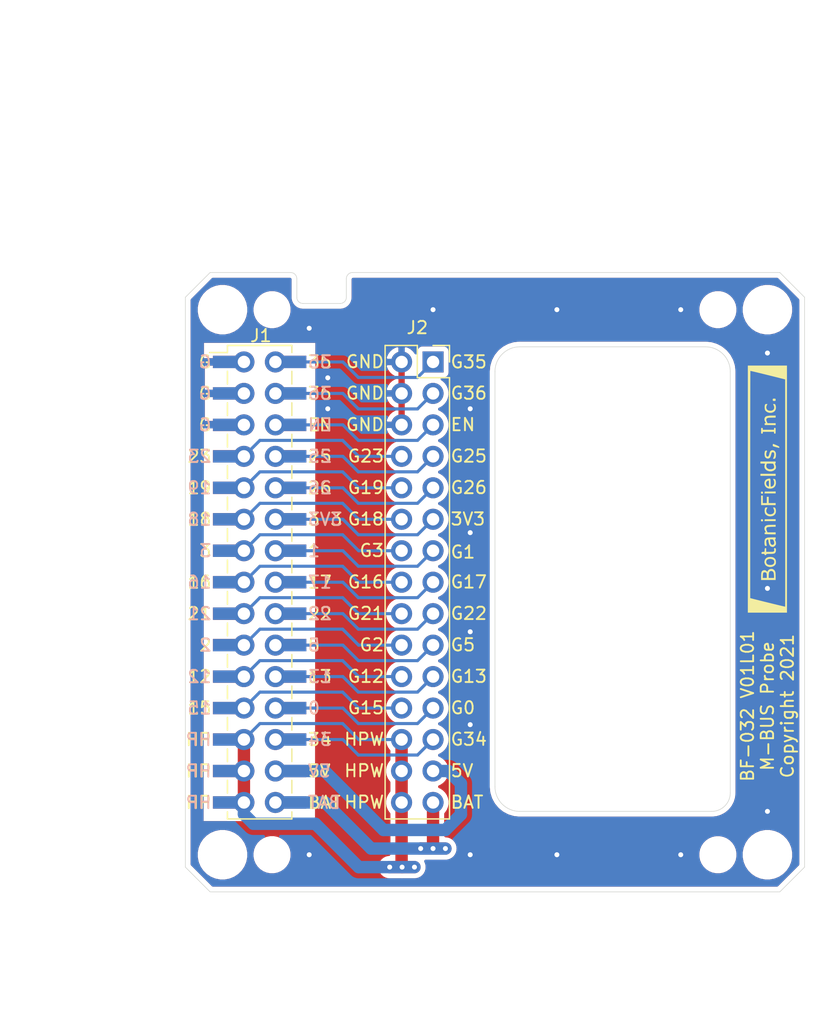
<source format=kicad_pcb>
(kicad_pcb (version 20171130) (host pcbnew "(5.1.10)-1")

  (general
    (thickness 1.6)
    (drawings 63)
    (tracks 161)
    (zones 0)
    (modules 11)
    (nets 27)
  )

  (page A4)
  (title_block
    (title BF-021)
    (date 2021-06-12)
    (rev V01L01)
    (company "Copyright 2021 BotanicFields, Inc.")
    (comment 1 "M--BUS Probe")
  )

  (layers
    (0 F.Cu signal)
    (31 B.Cu signal)
    (32 B.Adhes user)
    (33 F.Adhes user)
    (34 B.Paste user)
    (35 F.Paste user)
    (36 B.SilkS user)
    (37 F.SilkS user)
    (38 B.Mask user)
    (39 F.Mask user)
    (40 Dwgs.User user)
    (41 Cmts.User user)
    (42 Eco1.User user)
    (43 Eco2.User user)
    (44 Edge.Cuts user)
    (45 Margin user)
    (46 B.CrtYd user)
    (47 F.CrtYd user)
    (48 B.Fab user)
    (49 F.Fab user)
  )

  (setup
    (last_trace_width 0.25)
    (trace_clearance 0.2)
    (zone_clearance 0.4)
    (zone_45_only no)
    (trace_min 0.2)
    (via_size 0.8)
    (via_drill 0.4)
    (via_min_size 0.4)
    (via_min_drill 0.3)
    (uvia_size 0.3)
    (uvia_drill 0.1)
    (uvias_allowed no)
    (uvia_min_size 0.2)
    (uvia_min_drill 0.1)
    (edge_width 0.05)
    (segment_width 0.2)
    (pcb_text_width 0.3)
    (pcb_text_size 1.5 1.5)
    (mod_edge_width 0.12)
    (mod_text_size 1 1)
    (mod_text_width 0.15)
    (pad_size 1.524 1.524)
    (pad_drill 0.762)
    (pad_to_mask_clearance 0)
    (aux_axis_origin 100 100)
    (grid_origin 100 100)
    (visible_elements 7FFFFFFF)
    (pcbplotparams
      (layerselection 0x010f0_ffffffff)
      (usegerberextensions true)
      (usegerberattributes false)
      (usegerberadvancedattributes false)
      (creategerberjobfile false)
      (excludeedgelayer true)
      (linewidth 0.100000)
      (plotframeref false)
      (viasonmask false)
      (mode 1)
      (useauxorigin false)
      (hpglpennumber 1)
      (hpglpenspeed 20)
      (hpglpendiameter 15.000000)
      (psnegative false)
      (psa4output false)
      (plotreference true)
      (plotvalue false)
      (plotinvisibletext false)
      (padsonsilk false)
      (subtractmaskfromsilk false)
      (outputformat 1)
      (mirror false)
      (drillshape 0)
      (scaleselection 1)
      (outputdirectory "gerber/"))
  )

  (net 0 "")
  (net 1 +BATT)
  (net 2 VBUS)
  (net 3 +5V)
  (net 4 /GPIO34)
  (net 5 /GPIO0)
  (net 6 /GPIO15)
  (net 7 /GPIO13)
  (net 8 /GPIO12)
  (net 9 /GPIO5)
  (net 10 /GPIO2)
  (net 11 /GPIO22)
  (net 12 /GPIO21)
  (net 13 /GPIO17)
  (net 14 /GPIO16)
  (net 15 /GPIO1)
  (net 16 /GPIO3)
  (net 17 +3V3)
  (net 18 /GPIO18)
  (net 19 /GPIO26)
  (net 20 /GPIO19)
  (net 21 /GPIO25)
  (net 22 /GPIO23)
  (net 23 /EN)
  (net 24 GND)
  (net 25 /GPIO36)
  (net 26 /GPIO35)

  (net_class Default "This is the default net class."
    (clearance 0.2)
    (trace_width 0.25)
    (via_dia 0.8)
    (via_drill 0.4)
    (uvia_dia 0.3)
    (uvia_drill 0.1)
    (add_net /EN)
    (add_net /GPIO0)
    (add_net /GPIO1)
    (add_net /GPIO12)
    (add_net /GPIO13)
    (add_net /GPIO15)
    (add_net /GPIO16)
    (add_net /GPIO17)
    (add_net /GPIO18)
    (add_net /GPIO19)
    (add_net /GPIO2)
    (add_net /GPIO21)
    (add_net /GPIO22)
    (add_net /GPIO23)
    (add_net /GPIO25)
    (add_net /GPIO26)
    (add_net /GPIO3)
    (add_net /GPIO34)
    (add_net /GPIO35)
    (add_net /GPIO36)
    (add_net /GPIO5)
  )

  (net_class Power ""
    (clearance 0.2)
    (trace_width 0.6)
    (via_dia 0.8)
    (via_drill 0.4)
    (uvia_dia 0.3)
    (uvia_drill 0.1)
    (add_net +3V3)
    (add_net +5V)
    (add_net +BATT)
    (add_net GND)
    (add_net VBUS)
  )

  (net_class Power2 ""
    (clearance 0.2)
    (trace_width 1)
    (via_dia 0.8)
    (via_drill 0.4)
    (uvia_dia 0.3)
    (uvia_drill 0.1)
  )

  (module bf:BF@logo3 (layer F.Cu) (tedit 0) (tstamp 60C44E0B)
    (at 147 67.5 90)
    (fp_text reference G*** (at 0 0 90) (layer F.SilkS) hide
      (effects (font (size 1.524 1.524) (thickness 0.3)))
    )
    (fp_text value LOGO (at 0.75 -0.071 90) (layer F.SilkS) hide
      (effects (font (size 1.524 1.524) (thickness 0.3)))
    )
    (fp_poly (pts (xy 9.9822 1.5748) (xy -9.9568 1.5748) (xy -9.9568 1.434213) (xy -9.479321 1.434213)
      (xy -9.453199 1.435207) (xy -9.37807 1.436148) (xy -9.255728 1.437034) (xy -9.087966 1.437863)
      (xy -8.876577 1.438635) (xy -8.623354 1.439347) (xy -8.330091 1.439998) (xy -7.998582 1.440588)
      (xy -7.630618 1.441114) (xy -7.227994 1.441574) (xy -6.792503 1.441969) (xy -6.325938 1.442295)
      (xy -5.830092 1.442553) (xy -5.306759 1.442739) (xy -4.757732 1.442854) (xy -4.184804 1.442895)
      (xy -3.589769 1.442861) (xy -2.97442 1.442751) (xy -2.34055 1.442563) (xy -1.689952 1.442296)
      (xy -1.02442 1.441949) (xy -0.345746 1.441519) (xy -0.295768 1.441484) (xy 8.874128 1.4351)
      (xy 9.223167 0.039116) (xy 9.287335 -0.218725) (xy 9.347259 -0.461834) (xy 9.401877 -0.685747)
      (xy 9.450127 -0.886001) (xy 9.49095 -1.058134) (xy 9.523283 -1.197682) (xy 9.546066 -1.300182)
      (xy 9.558237 -1.361172) (xy 9.559803 -1.376934) (xy 9.533775 -1.378421) (xy 9.45874 -1.37988)
      (xy 9.336491 -1.381306) (xy 9.168822 -1.382695) (xy 8.957527 -1.384045) (xy 8.704397 -1.385349)
      (xy 8.411227 -1.386606) (xy 8.07981 -1.38781) (xy 7.711938 -1.388959) (xy 7.309406 -1.390047)
      (xy 6.874007 -1.391072) (xy 6.407533 -1.392028) (xy 5.911778 -1.392913) (xy 5.388535 -1.393722)
      (xy 4.839598 -1.394452) (xy 4.26676 -1.395098) (xy 3.671813 -1.395656) (xy 3.056552 -1.396123)
      (xy 2.422769 -1.396495) (xy 1.772258 -1.396768) (xy 1.106812 -1.396938) (xy 0.428224 -1.397)
      (xy -8.786442 -1.397) (xy -8.811613 -1.30175) (xy -8.84711 -1.165593) (xy -8.889431 -1.00023)
      (xy -8.937291 -0.810924) (xy -8.989405 -0.602939) (xy -9.044489 -0.381537) (xy -9.101259 -0.151981)
      (xy -9.158431 0.080466) (xy -9.214719 0.31054) (xy -9.26884 0.53298) (xy -9.319509 0.742522)
      (xy -9.365441 0.933903) (xy -9.405353 1.10186) (xy -9.43796 1.241131) (xy -9.461977 1.346452)
      (xy -9.47612 1.412561) (xy -9.479321 1.434213) (xy -9.9568 1.434213) (xy -9.9568 -1.5748)
      (xy 9.9822 -1.5748) (xy 9.9822 1.5748)) (layer F.SilkS) (width 0.01))
    (fp_poly (pts (xy 3.632776 0.440093) (xy 3.656673 0.46257) (xy 3.656674 0.46355) (xy 3.646702 0.499393)
      (xy 3.620647 0.569848) (xy 3.583025 0.663088) (xy 3.557272 0.7239) (xy 3.505083 0.838427)
      (xy 3.464067 0.911531) (xy 3.429795 0.950133) (xy 3.405798 0.960616) (xy 3.362698 0.954131)
      (xy 3.352941 0.935216) (xy 3.357138 0.900155) (xy 3.370625 0.838338) (xy 3.395054 0.74305)
      (xy 3.432076 0.607578) (xy 3.44391 0.56515) (xy 3.467424 0.488398) (xy 3.490021 0.448719)
      (xy 3.523177 0.433922) (xy 3.569409 0.4318) (xy 3.632776 0.440093)) (layer F.SilkS) (width 0.01))
    (fp_poly (pts (xy -5.728923 -0.216789) (xy -5.614474 -0.155769) (xy -5.529823 -0.056708) (xy -5.477977 0.076969)
      (xy -5.461836 0.2286) (xy -5.479758 0.390495) (xy -5.532511 0.519753) (xy -5.618577 0.613281)
      (xy -5.664583 0.64131) (xy -5.758846 0.671197) (xy -5.872165 0.683245) (xy -5.979682 0.676092)
      (xy -6.0325 0.661429) (xy -6.126709 0.59661) (xy -6.201886 0.495161) (xy -6.251889 0.369588)
      (xy -6.264076 0.280125) (xy -6.113785 0.280125) (xy -6.088286 0.396229) (xy -6.036144 0.488815)
      (xy -6.031749 0.49371) (xy -5.954105 0.543583) (xy -5.85613 0.560511) (xy -5.758333 0.541767)
      (xy -5.738994 0.532647) (xy -5.678217 0.473822) (xy -5.636586 0.381699) (xy -5.615355 0.270523)
      (xy -5.615777 0.154541) (xy -5.639107 0.047998) (xy -5.686597 -0.034859) (xy -5.68883 -0.03728)
      (xy -5.768904 -0.088729) (xy -5.866938 -0.104963) (xy -5.964018 -0.085711) (xy -6.030734 -0.042176)
      (xy -6.084977 0.04421) (xy -6.112671 0.157215) (xy -6.113785 0.280125) (xy -6.264076 0.280125)
      (xy -6.270578 0.232397) (xy -6.268326 0.181188) (xy -6.233925 0.022696) (xy -6.166237 -0.100406)
      (xy -6.067726 -0.185535) (xy -5.940855 -0.230107) (xy -5.870163 -0.236345) (xy -5.728923 -0.216789)) (layer F.SilkS) (width 0.01))
    (fp_poly (pts (xy -5.13715 -0.477938) (xy -5.094243 -0.46814) (xy -5.072175 -0.442109) (xy -5.062204 -0.385478)
      (xy -5.059609 -0.350478) (xy -5.051917 -0.231056) (xy -4.907209 -0.223478) (xy -4.824124 -0.216832)
      (xy -4.779101 -0.204438) (xy -4.759405 -0.1809) (xy -4.754384 -0.15875) (xy -4.753503 -0.127226)
      (xy -4.769704 -0.110101) (xy -4.814136 -0.103013) (xy -4.897948 -0.101601) (xy -4.900434 -0.1016)
      (xy -5.0546 -0.1016) (xy -5.0546 0.188685) (xy -5.05243 0.336331) (xy -5.043499 0.439956)
      (xy -5.024176 0.506244) (xy -4.990829 0.541878) (xy -4.939827 0.553542) (xy -4.867539 0.547918)
      (xy -4.860015 0.546815) (xy -4.791692 0.538672) (xy -4.759672 0.545312) (xy -4.750284 0.572388)
      (xy -4.7498 0.592381) (xy -4.76786 0.64838) (xy -4.80695 0.66979) (xy -4.930706 0.683787)
      (xy -5.047465 0.66308) (xy -5.085712 0.646206) (xy -5.134244 0.614236) (xy -5.167993 0.573839)
      (xy -5.189543 0.515841) (xy -5.201474 0.431067) (xy -5.206368 0.310343) (xy -5.207 0.215191)
      (xy -5.207614 0.088145) (xy -5.21043 0.00296) (xy -5.216918 -0.049298) (xy -5.228542 -0.07756)
      (xy -5.24677 -0.09076) (xy -5.2578 -0.094241) (xy -5.300475 -0.128219) (xy -5.3086 -0.168063)
      (xy -5.295446 -0.21633) (xy -5.2578 -0.2286) (xy -5.227487 -0.235196) (xy -5.212273 -0.263263)
      (xy -5.207255 -0.325226) (xy -5.207 -0.357288) (xy -5.205456 -0.432889) (xy -5.196124 -0.469867)
      (xy -5.171959 -0.480392) (xy -5.13715 -0.477938)) (layer F.SilkS) (width 0.01))
    (fp_poly (pts (xy -4.149448 -0.224824) (xy -4.051941 -0.200241) (xy -3.980978 -0.152434) (xy -3.932748 -0.07581)
      (xy -3.90344 0.035223) (xy -3.889242 0.186259) (xy -3.8862 0.342084) (xy -3.8862 0.6604)
      (xy -3.9624 0.6604) (xy -4.022534 0.649289) (xy -4.0386 0.621783) (xy -4.045555 0.601293)
      (xy -4.073642 0.604141) (xy -4.133702 0.631693) (xy -4.139189 0.634483) (xy -4.242828 0.67083)
      (xy -4.354383 0.685783) (xy -4.357629 0.6858) (xy -4.439745 0.679515) (xy -4.500213 0.653315)
      (xy -4.56184 0.59944) (xy -4.6193 0.531538) (xy -4.644271 0.466853) (xy -4.6482 0.412365)
      (xy -4.642226 0.380563) (xy -4.485383 0.380563) (xy -4.481548 0.453301) (xy -4.445709 0.512281)
      (xy -4.412491 0.532889) (xy -4.329859 0.554083) (xy -4.245466 0.54565) (xy -4.14655 0.508684)
      (xy -4.082985 0.477291) (xy -4.051078 0.446464) (xy -4.03992 0.398164) (xy -4.0386 0.33018)
      (xy -4.0386 0.200677) (xy -4.19735 0.217979) (xy -4.288566 0.230676) (xy -4.363704 0.246015)
      (xy -4.399968 0.257923) (xy -4.457947 0.310094) (xy -4.485383 0.380563) (xy -4.642226 0.380563)
      (xy -4.627768 0.303615) (xy -4.565484 0.217241) (xy -4.459866 0.152209) (xy -4.309433 0.107484)
      (xy -4.18465 0.088562) (xy -4.090575 0.072047) (xy -4.044583 0.046133) (xy -4.044279 0.00714)
      (xy -4.08727 -0.048613) (xy -4.092182 -0.053582) (xy -4.129593 -0.083437) (xy -4.174909 -0.09725)
      (xy -4.244567 -0.098205) (xy -4.301732 -0.094196) (xy -4.395342 -0.084261) (xy -4.475673 -0.072016)
      (xy -4.51485 -0.063052) (xy -4.554932 -0.056485) (xy -4.570065 -0.080508) (xy -4.572 -0.121284)
      (xy -4.563908 -0.169641) (xy -4.534466 -0.20195) (xy -4.475928 -0.221118) (xy -4.380548 -0.230048)
      (xy -4.277312 -0.231775) (xy -4.149448 -0.224824)) (layer F.SilkS) (width 0.01))
    (fp_poly (pts (xy -1.579562 -0.208556) (xy -1.564947 -0.20414) (xy -1.503831 -0.178178) (xy -1.478108 -0.143419)
      (xy -1.4732 -0.089669) (xy -1.4732 -0.005477) (xy -1.567471 -0.053539) (xy -1.695635 -0.096757)
      (xy -1.810902 -0.094332) (xy -1.907243 -0.050952) (xy -1.978625 0.028691) (xy -2.019016 0.139908)
      (xy -2.022385 0.278008) (xy -2.019723 0.298134) (xy -1.981943 0.421885) (xy -1.914025 0.506022)
      (xy -1.819792 0.54871) (xy -1.703069 0.548111) (xy -1.58115 0.508684) (xy -1.4732 0.459683)
      (xy -1.4732 0.535937) (xy -1.482172 0.592008) (xy -1.518381 0.628301) (xy -1.561285 0.648996)
      (xy -1.679825 0.678686) (xy -1.810899 0.681061) (xy -1.928735 0.656042) (xy -1.9431 0.650176)
      (xy -2.049009 0.577417) (xy -2.126109 0.471622) (xy -2.171354 0.343542) (xy -2.181697 0.203923)
      (xy -2.154092 0.063514) (xy -2.12725 0.000518) (xy -2.078178 -0.077952) (xy -2.021929 -0.143816)
      (xy -2.001304 -0.161436) (xy -1.918808 -0.198918) (xy -1.807586 -0.220579) (xy -1.687788 -0.224449)
      (xy -1.579562 -0.208556)) (layer F.SilkS) (width 0.01))
    (fp_poly (pts (xy 0.589246 -0.227947) (xy 0.702644 -0.179672) (xy 0.750454 -0.140855) (xy 0.800317 -0.067077)
      (xy 0.839376 0.032702) (xy 0.859441 0.13375) (xy 0.858758 0.186117) (xy 0.853017 0.208878)
      (xy 0.837828 0.224602) (xy 0.804789 0.234867) (xy 0.745501 0.24125) (xy 0.651561 0.245329)
      (xy 0.52705 0.248408) (xy 0.405486 0.25261) (xy 0.304734 0.259012) (xy 0.234316 0.266793)
      (xy 0.203757 0.27513) (xy 0.2032 0.276368) (xy 0.210905 0.312954) (xy 0.229543 0.372775)
      (xy 0.2305 0.375533) (xy 0.285856 0.462961) (xy 0.374899 0.522338) (xy 0.487179 0.550769)
      (xy 0.612248 0.545357) (xy 0.721546 0.511657) (xy 0.841308 0.458681) (xy 0.833404 0.538386)
      (xy 0.818004 0.597361) (xy 0.776495 0.633355) (xy 0.7366 0.650013) (xy 0.586637 0.681466)
      (xy 0.430731 0.67579) (xy 0.289311 0.633936) (xy 0.278431 0.62865) (xy 0.1748 0.550115)
      (xy 0.10236 0.441755) (xy 0.06199 0.314508) (xy 0.054569 0.179315) (xy 0.068824 0.10795)
      (xy 0.203294 0.10795) (xy 0.226857 0.115946) (xy 0.290467 0.122289) (xy 0.383378 0.126174)
      (xy 0.4572 0.127) (xy 0.573129 0.126191) (xy 0.647381 0.122632) (xy 0.689068 0.114624)
      (xy 0.707301 0.100467) (xy 0.7112 0.079625) (xy 0.689952 0.011508) (xy 0.637252 -0.054632)
      (xy 0.569661 -0.10023) (xy 0.543515 -0.108311) (xy 0.43228 -0.107971) (xy 0.331111 -0.069005)
      (xy 0.256526 0.001985) (xy 0.252773 0.007908) (xy 0.220424 0.065601) (xy 0.203858 0.104213)
      (xy 0.203294 0.10795) (xy 0.068824 0.10795) (xy 0.080977 0.047115) (xy 0.142092 -0.071153)
      (xy 0.216024 -0.147961) (xy 0.332504 -0.21227) (xy 0.461389 -0.238872) (xy 0.589246 -0.227947)) (layer F.SilkS) (width 0.01))
    (fp_poly (pts (xy 2.2352 0.6604) (xy 2.159 0.6604) (xy 2.100161 0.649779) (xy 2.0828 0.625038)
      (xy 2.073435 0.606974) (xy 2.038795 0.614123) (xy 1.988529 0.637738) (xy 1.899387 0.669213)
      (xy 1.800315 0.685271) (xy 1.782789 0.6858) (xy 1.701559 0.678296) (xy 1.639488 0.648257)
      (xy 1.587578 0.602058) (xy 1.508379 0.492338) (xy 1.463836 0.364129) (xy 1.456189 0.275592)
      (xy 1.61159 0.275592) (xy 1.631212 0.390355) (xy 1.669596 0.483027) (xy 1.681554 0.500125)
      (xy 1.739853 0.535765) (xy 1.827443 0.543605) (xy 1.931327 0.524001) (xy 2.01295 0.491083)
      (xy 2.044668 0.473313) (xy 2.064952 0.451527) (xy 2.076357 0.415144) (xy 2.08144 0.353584)
      (xy 2.082756 0.256269) (xy 2.0828 0.201919) (xy 2.082276 0.086347) (xy 2.079116 0.011373)
      (xy 2.070934 -0.033208) (xy 2.055345 -0.057598) (xy 2.029966 -0.072) (xy 2.017646 -0.076829)
      (xy 1.891072 -0.103097) (xy 1.781066 -0.083177) (xy 1.69354 -0.020551) (xy 1.634411 0.081298)
      (xy 1.614951 0.16027) (xy 1.61159 0.275592) (xy 1.456189 0.275592) (xy 1.452022 0.227351)
      (xy 1.47101 0.091923) (xy 1.518877 -0.032233) (xy 1.593694 -0.135199) (xy 1.693538 -0.207053)
      (xy 1.74857 -0.227257) (xy 1.843591 -0.237748) (xy 1.948932 -0.228036) (xy 2.038149 -0.20114)
      (xy 2.054404 -0.192352) (xy 2.070055 -0.200643) (xy 2.079302 -0.251539) (xy 2.082746 -0.34874)
      (xy 2.0828 -0.366801) (xy 2.0828 -0.5588) (xy 2.2352 -0.5588) (xy 2.2352 0.6604)) (layer F.SilkS) (width 0.01))
    (fp_poly (pts (xy 2.941926 -0.225693) (xy 3.0353 -0.208574) (xy 3.092045 -0.181739) (xy 3.115894 -0.132134)
      (xy 3.119459 -0.106276) (xy 3.120126 -0.048316) (xy 3.100828 -0.029785) (xy 3.052918 -0.046864)
      (xy 3.0226 -0.0635) (xy 2.959765 -0.085044) (xy 2.872347 -0.09853) (xy 2.82719 -0.1007)
      (xy 2.742483 -0.096974) (xy 2.691264 -0.080725) (xy 2.656719 -0.046543) (xy 2.656076 -0.045629)
      (xy 2.630894 0.003152) (xy 2.640892 0.045379) (xy 2.651333 0.062245) (xy 2.70122 0.106999)
      (xy 2.758947 0.132845) (xy 2.833127 0.15159) (xy 2.92075 0.173457) (xy 2.934791 0.176934)
      (xy 3.047897 0.220111) (xy 3.117443 0.285332) (xy 3.147587 0.37722) (xy 3.1496 0.415661)
      (xy 3.133525 0.513068) (xy 3.080702 0.589554) (xy 2.984236 0.654933) (xy 2.979819 0.657225)
      (xy 2.909366 0.676355) (xy 2.809112 0.683354) (xy 2.698534 0.678437) (xy 2.597108 0.661821)
      (xy 2.5654 0.652616) (xy 2.503252 0.623396) (xy 2.47552 0.581026) (xy 2.46854 0.53975)
      (xy 2.466222 0.483689) (xy 2.471218 0.457464) (xy 2.472116 0.4572) (xy 2.500031 0.466798)
      (xy 2.557929 0.491187) (xy 2.594376 0.507442) (xy 2.70299 0.543167) (xy 2.812801 0.556819)
      (xy 2.90705 0.547548) (xy 2.956424 0.525797) (xy 2.991503 0.469865) (xy 2.993029 0.417847)
      (xy 2.98491 0.377967) (xy 2.964183 0.350975) (xy 2.919659 0.32971) (xy 2.84015 0.30701)
      (xy 2.8067 0.298574) (xy 2.708103 0.269728) (xy 2.621617 0.236994) (xy 2.566767 0.207954)
      (xy 2.504439 0.133642) (xy 2.481302 0.042554) (xy 2.495683 -0.051901) (xy 2.545912 -0.136315)
      (xy 2.616446 -0.190628) (xy 2.704355 -0.217948) (xy 2.819879 -0.229937) (xy 2.941926 -0.225693)) (layer F.SilkS) (width 0.01))
    (fp_poly (pts (xy 6.777038 -0.208556) (xy 6.791653 -0.20414) (xy 6.852769 -0.178178) (xy 6.878492 -0.143419)
      (xy 6.8834 -0.089669) (xy 6.8834 -0.005477) (xy 6.789129 -0.053539) (xy 6.660965 -0.096757)
      (xy 6.545698 -0.094332) (xy 6.449357 -0.050952) (xy 6.377975 0.028691) (xy 6.337584 0.139908)
      (xy 6.334215 0.278008) (xy 6.336877 0.298134) (xy 6.374657 0.421885) (xy 6.442575 0.506022)
      (xy 6.536808 0.54871) (xy 6.653531 0.548111) (xy 6.77545 0.508684) (xy 6.8834 0.459683)
      (xy 6.8834 0.535937) (xy 6.874428 0.592008) (xy 6.838219 0.628301) (xy 6.795315 0.648996)
      (xy 6.676775 0.678686) (xy 6.545701 0.681061) (xy 6.427865 0.656042) (xy 6.4135 0.650176)
      (xy 6.307591 0.577417) (xy 6.230491 0.471622) (xy 6.185246 0.343542) (xy 6.174903 0.203923)
      (xy 6.202508 0.063514) (xy 6.22935 0.000518) (xy 6.278422 -0.077952) (xy 6.334671 -0.143816)
      (xy 6.355296 -0.161436) (xy 6.437792 -0.198918) (xy 6.549014 -0.220579) (xy 6.668812 -0.224449)
      (xy 6.777038 -0.208556)) (layer F.SilkS) (width 0.01))
    (fp_poly (pts (xy -6.864833 -0.503386) (xy -6.739534 -0.488165) (xy -6.650474 -0.460276) (xy -6.590734 -0.417655)
      (xy -6.55672 -0.365881) (xy -6.527905 -0.252689) (xy -6.547744 -0.149968) (xy -6.599492 -0.076801)
      (xy -6.671184 -0.00511) (xy -6.58794 0.034587) (xy -6.503824 0.100453) (xy -6.450173 0.194906)
      (xy -6.429276 0.304262) (xy -6.443421 0.414836) (xy -6.494898 0.512946) (xy -6.505809 0.525555)
      (xy -6.566067 0.580432) (xy -6.635463 0.618738) (xy -6.724007 0.643084) (xy -6.841706 0.656083)
      (xy -6.998569 0.66035) (xy -7.022285 0.6604) (xy -7.3152 0.6604) (xy -7.3152 0.1016)
      (xy -7.1628 0.1016) (xy -7.1628 0.5334) (xy -6.984185 0.5334) (xy -6.878162 0.528002)
      (xy -6.779923 0.513901) (xy -6.717323 0.496528) (xy -6.634402 0.438373) (xy -6.593525 0.353133)
      (xy -6.595329 0.252907) (xy -6.62374 0.186147) (xy -6.681696 0.140423) (xy -6.77515 0.113255)
      (xy -6.91005 0.102163) (xy -6.958339 0.1016) (xy -7.1628 0.1016) (xy -7.3152 0.1016)
      (xy -7.3152 -0.0508) (xy -7.1628 -0.0508) (xy -6.977155 -0.0508) (xy -6.864756 -0.055704)
      (xy -6.781736 -0.069259) (xy -6.746182 -0.083945) (xy -6.714252 -0.133036) (xy -6.698809 -0.206859)
      (xy -6.701837 -0.281907) (xy -6.725032 -0.334392) (xy -6.76304 -0.349662) (xy -6.83742 -0.363736)
      (xy -6.933761 -0.374065) (xy -6.958667 -0.37571) (xy -7.1628 -0.387528) (xy -7.1628 -0.0508)
      (xy -7.3152 -0.0508) (xy -7.3152 -0.508) (xy -7.033289 -0.508001) (xy -6.864833 -0.503386)) (layer F.SilkS) (width 0.01))
    (fp_poly (pts (xy -3.035733 -0.21164) (xy -2.981188 -0.173334) (xy -2.937873 -0.117765) (xy -2.906846 -0.045588)
      (xy -2.886447 0.051448) (xy -2.875014 0.18159) (xy -2.870886 0.353089) (xy -2.870806 0.37465)
      (xy -2.8702 0.6604) (xy -3.018563 0.6604) (xy -3.026932 0.332784) (xy -3.031479 0.193365)
      (xy -3.037717 0.095326) (xy -3.047048 0.029245) (xy -3.060876 -0.014297) (xy -3.080604 -0.04472)
      (xy -3.083687 -0.048216) (xy -3.149637 -0.091925) (xy -3.235538 -0.095689) (xy -3.346636 -0.059514)
      (xy -3.370181 -0.048535) (xy -3.4798 0.004531) (xy -3.4798 0.6604) (xy -3.6334 0.6604)
      (xy -3.6195 -0.2159) (xy -3.54965 -0.223938) (xy -3.498248 -0.222354) (xy -3.480616 -0.19482)
      (xy -3.4798 -0.179488) (xy -3.477696 -0.142645) (xy -3.464101 -0.131149) (xy -3.428089 -0.145239)
      (xy -3.36403 -0.182034) (xy -3.250795 -0.227755) (xy -3.136702 -0.237518) (xy -3.035733 -0.21164)) (layer F.SilkS) (width 0.01))
    (fp_poly (pts (xy -2.49555 -0.223938) (xy -2.4257 -0.2159) (xy -2.418751 0.22225) (xy -2.411801 0.6604)
      (xy -2.5654 0.6604) (xy -2.5654 -0.231975) (xy -2.49555 -0.223938)) (layer F.SilkS) (width 0.01))
    (fp_poly (pts (xy -0.508 -0.381) (xy -1.1176 -0.381) (xy -1.1176 -0.0508) (xy -0.6096 -0.0508)
      (xy -0.6096 0.1016) (xy -1.1176 0.1016) (xy -1.1176 0.6604) (xy -1.27 0.6604)
      (xy -1.27 -0.508) (xy -0.508 -0.508) (xy -0.508 -0.381)) (layer F.SilkS) (width 0.01))
    (fp_poly (pts (xy -0.26035 -0.223938) (xy -0.1905 -0.2159) (xy -0.183551 0.22225) (xy -0.176601 0.6604)
      (xy -0.3302 0.6604) (xy -0.3302 -0.231975) (xy -0.26035 -0.223938)) (layer F.SilkS) (width 0.01))
    (fp_poly (pts (xy 1.2446 0.6604) (xy 1.0922 0.6604) (xy 1.0922 -0.5588) (xy 1.2446 -0.5588)
      (xy 1.2446 0.6604)) (layer F.SilkS) (width 0.01))
    (fp_poly (pts (xy 4.832615 -0.507495) (xy 4.899805 -0.504168) (xy 4.935748 -0.495304) (xy 4.950217 -0.478187)
      (xy 4.952988 -0.450102) (xy 4.953 -0.4445) (xy 4.944798 -0.399119) (xy 4.909936 -0.382517)
      (xy 4.8768 -0.381) (xy 4.8006 -0.381) (xy 4.8006 0.5334) (xy 4.8768 0.5334)
      (xy 4.931258 0.540234) (xy 4.95118 0.569286) (xy 4.953 0.5969) (xy 4.951179 0.626959)
      (xy 4.939201 0.645623) (xy 4.90729 0.655607) (xy 4.845671 0.659627) (xy 4.744567 0.660396)
      (xy 4.7244 0.6604) (xy 4.616184 0.659894) (xy 4.548994 0.656567) (xy 4.513051 0.647703)
      (xy 4.498582 0.630586) (xy 4.495811 0.602501) (xy 4.4958 0.5969) (xy 4.504001 0.551518)
      (xy 4.538863 0.534916) (xy 4.572 0.5334) (xy 4.6482 0.5334) (xy 4.6482 -0.381)
      (xy 4.572 -0.381) (xy 4.517541 -0.387835) (xy 4.497619 -0.416887) (xy 4.4958 -0.4445)
      (xy 4.49762 -0.47456) (xy 4.509598 -0.493224) (xy 4.541509 -0.503208) (xy 4.603128 -0.507228)
      (xy 4.704232 -0.507997) (xy 4.7244 -0.508) (xy 4.832615 -0.507495)) (layer F.SilkS) (width 0.01))
    (fp_poly (pts (xy 5.778067 -0.21164) (xy 5.832612 -0.173334) (xy 5.875927 -0.117765) (xy 5.906954 -0.045588)
      (xy 5.927353 0.051448) (xy 5.938786 0.18159) (xy 5.942914 0.353089) (xy 5.942994 0.37465)
      (xy 5.9436 0.6604) (xy 5.795237 0.6604) (xy 5.786868 0.332784) (xy 5.782321 0.193365)
      (xy 5.776083 0.095326) (xy 5.766752 0.029245) (xy 5.752924 -0.014297) (xy 5.733196 -0.04472)
      (xy 5.730113 -0.048216) (xy 5.664163 -0.091925) (xy 5.578262 -0.095689) (xy 5.467164 -0.059514)
      (xy 5.443619 -0.048535) (xy 5.334 0.004531) (xy 5.334 0.6604) (xy 5.1804 0.6604)
      (xy 5.1943 -0.2159) (xy 5.26415 -0.223938) (xy 5.315552 -0.222354) (xy 5.333184 -0.19482)
      (xy 5.334 -0.179488) (xy 5.336104 -0.142645) (xy 5.349699 -0.131149) (xy 5.385711 -0.145239)
      (xy 5.44977 -0.182034) (xy 5.563005 -0.227755) (xy 5.677098 -0.237518) (xy 5.778067 -0.21164)) (layer F.SilkS) (width 0.01))
    (fp_poly (pts (xy 7.280924 0.43424) (xy 7.30679 0.450776) (xy 7.314651 0.495236) (xy 7.3152 0.5461)
      (xy 7.313302 0.61633) (xy 7.30044 0.649587) (xy 7.26586 0.659694) (xy 7.2263 0.6604)
      (xy 7.171675 0.657959) (xy 7.145809 0.641423) (xy 7.137948 0.596963) (xy 7.1374 0.5461)
      (xy 7.139297 0.475869) (xy 7.152159 0.442612) (xy 7.186739 0.432505) (xy 7.2263 0.4318)
      (xy 7.280924 0.43424)) (layer F.SilkS) (width 0.01))
    (fp_poly (pts (xy -2.447818 -0.514367) (xy -2.428015 -0.48457) (xy -2.4257 -0.4445) (xy -2.433442 -0.388803)
      (xy -2.466356 -0.365284) (xy -2.495695 -0.360249) (xy -2.557837 -0.367033) (xy -2.580393 -0.390516)
      (xy -2.590479 -0.46213) (xy -2.559383 -0.507315) (xy -2.501553 -0.5207) (xy -2.447818 -0.514367)) (layer F.SilkS) (width 0.01))
    (fp_poly (pts (xy -0.212618 -0.514367) (xy -0.192815 -0.48457) (xy -0.1905 -0.4445) (xy -0.198242 -0.388803)
      (xy -0.231156 -0.365284) (xy -0.260495 -0.360249) (xy -0.322637 -0.367033) (xy -0.345193 -0.390516)
      (xy -0.355279 -0.46213) (xy -0.324183 -0.507315) (xy -0.266353 -0.5207) (xy -0.212618 -0.514367)) (layer F.SilkS) (width 0.01))
  )

  (module bf:BF@MountingHole_2.2mm_M2 (layer F.Cu) (tedit 5F53230F) (tstamp 60C3E451)
    (at 107 53)
    (descr "Mounting Hole 2.2mm, no annular, M2")
    (tags "mounting hole 2.2mm no annular m2")
    (path /5F550331)
    (attr virtual)
    (fp_text reference H5 (at 0 -3.2) (layer F.SilkS) hide
      (effects (font (size 1 1) (thickness 0.15)))
    )
    (fp_text value MountingHole (at 0 3.2) (layer F.Fab) hide
      (effects (font (size 1 1) (thickness 0.15)))
    )
    (fp_circle (center 0 0) (end 1.5 0) (layer F.CrtYd) (width 0.05))
    (fp_text user %R (at 0.3 0) (layer F.Fab)
      (effects (font (size 1 1) (thickness 0.15)))
    )
    (pad "" np_thru_hole circle (at 0 0) (size 2.2 2.2) (drill 2.2) (layers *.Cu *.Mask))
  )

  (module bf:BF@MountingHole_3.2mm_M3 (layer F.Cu) (tedit 5F531B03) (tstamp 60C3E44B)
    (at 103 97)
    (descr "Mounting Hole 3.2mm, no annular, M3")
    (tags "mounting hole 3.2mm no annular m3")
    (path /5F54FB20)
    (attr virtual)
    (fp_text reference H4 (at 0 -4.2) (layer F.SilkS) hide
      (effects (font (size 1 1) (thickness 0.15)))
    )
    (fp_text value MountingHole (at 0 4.2) (layer F.Fab) hide
      (effects (font (size 1 1) (thickness 0.15)))
    )
    (fp_circle (center 0 0) (end 2 0) (layer F.CrtYd) (width 0.05))
    (fp_text user %R (at 0.3 0) (layer F.Fab)
      (effects (font (size 1 1) (thickness 0.15)))
    )
    (pad "" np_thru_hole circle (at 0 0) (size 3.2 3.2) (drill 3.2) (layers *.Cu *.Mask))
  )

  (module bf:BF@MountingHole_3.2mm_M3 (layer F.Cu) (tedit 5F531B03) (tstamp 60C3E445)
    (at 147 97)
    (descr "Mounting Hole 3.2mm, no annular, M3")
    (tags "mounting hole 3.2mm no annular m3")
    (path /5F54FB16)
    (attr virtual)
    (fp_text reference H3 (at 0 -4.2) (layer F.SilkS) hide
      (effects (font (size 1 1) (thickness 0.15)))
    )
    (fp_text value MountingHole (at 0 4.2) (layer F.Fab) hide
      (effects (font (size 1 1) (thickness 0.15)))
    )
    (fp_circle (center 0 0) (end 2 0) (layer F.CrtYd) (width 0.05))
    (fp_text user %R (at 0.3 0) (layer F.Fab)
      (effects (font (size 1 1) (thickness 0.15)))
    )
    (pad "" np_thru_hole circle (at 0 0) (size 3.2 3.2) (drill 3.2) (layers *.Cu *.Mask))
  )

  (module bf:BF@MountingHole_2.2mm_M2 (layer F.Cu) (tedit 5F53230F) (tstamp 60C3E43F)
    (at 107 97)
    (descr "Mounting Hole 2.2mm, no annular, M2")
    (tags "mounting hole 2.2mm no annular m2")
    (path /5F55034F)
    (attr virtual)
    (fp_text reference H8 (at 0 -3.2) (layer F.SilkS) hide
      (effects (font (size 1 1) (thickness 0.15)))
    )
    (fp_text value MountingHole (at 0 3.2) (layer F.Fab) hide
      (effects (font (size 1 1) (thickness 0.15)))
    )
    (fp_circle (center 0 0) (end 1.5 0) (layer F.CrtYd) (width 0.05))
    (fp_text user %R (at 0.3 0) (layer F.Fab)
      (effects (font (size 1 1) (thickness 0.15)))
    )
    (pad "" np_thru_hole circle (at 0 0) (size 2.2 2.2) (drill 2.2) (layers *.Cu *.Mask))
  )

  (module bf:BF@MountingHole_2.2mm_M2 (layer F.Cu) (tedit 5F53230F) (tstamp 60C3E439)
    (at 143 53)
    (descr "Mounting Hole 2.2mm, no annular, M2")
    (tags "mounting hole 2.2mm no annular m2")
    (path /5F55033B)
    (attr virtual)
    (fp_text reference H6 (at 0 -3.2) (layer F.SilkS) hide
      (effects (font (size 1 1) (thickness 0.15)))
    )
    (fp_text value MountingHole (at 0 3.2) (layer F.Fab) hide
      (effects (font (size 1 1) (thickness 0.15)))
    )
    (fp_circle (center 0 0) (end 1.5 0) (layer F.CrtYd) (width 0.05))
    (fp_text user %R (at 0.3 0) (layer F.Fab)
      (effects (font (size 1 1) (thickness 0.15)))
    )
    (pad "" np_thru_hole circle (at 0 0) (size 2.2 2.2) (drill 2.2) (layers *.Cu *.Mask))
  )

  (module bf:BF@MountingHole_3.2mm_M3 (layer F.Cu) (tedit 5F531B03) (tstamp 60C3E433)
    (at 147 53)
    (descr "Mounting Hole 3.2mm, no annular, M3")
    (tags "mounting hole 3.2mm no annular m3")
    (path /5F54F74E)
    (attr virtual)
    (fp_text reference H2 (at 0 -4.2) (layer F.SilkS) hide
      (effects (font (size 1 1) (thickness 0.15)))
    )
    (fp_text value MountingHole (at 0 4.2) (layer F.Fab) hide
      (effects (font (size 1 1) (thickness 0.15)))
    )
    (fp_circle (center 0 0) (end 2 0) (layer F.CrtYd) (width 0.05))
    (fp_text user %R (at 0.3 0) (layer F.Fab)
      (effects (font (size 1 1) (thickness 0.15)))
    )
    (pad "" np_thru_hole circle (at 0 0) (size 3.2 3.2) (drill 3.2) (layers *.Cu *.Mask))
  )

  (module bf:BF@MountingHole_3.2mm_M3 (layer F.Cu) (tedit 5F531B03) (tstamp 60C3E42D)
    (at 103 53)
    (descr "Mounting Hole 3.2mm, no annular, M3")
    (tags "mounting hole 3.2mm no annular m3")
    (path /5F54EC75)
    (attr virtual)
    (fp_text reference H1 (at 0 -4.2) (layer F.SilkS) hide
      (effects (font (size 1 1) (thickness 0.15)))
    )
    (fp_text value MountingHole (at 0 4.2) (layer F.Fab) hide
      (effects (font (size 1 1) (thickness 0.15)))
    )
    (fp_circle (center 0 0) (end 2 0) (layer F.CrtYd) (width 0.05))
    (fp_text user %R (at 0.3 0) (layer F.Fab)
      (effects (font (size 1 1) (thickness 0.15)))
    )
    (pad "" np_thru_hole circle (at 0 0) (size 3.2 3.2) (drill 3.2) (layers *.Cu *.Mask))
  )

  (module bf:BF@M5Stack_MBUS (layer F.Cu) (tedit 60C3DA30) (tstamp 60C3E2A4)
    (at 106 75)
    (descr "surface-mounted straight pin header, 2x15, 2.54mm pitch, double rows")
    (tags "Surface mounted pin header SMD 2x15 2.54mm double row")
    (path /5CD75190)
    (attr smd)
    (fp_text reference J1 (at 0.1 -19.9) (layer F.SilkS)
      (effects (font (size 1 1) (thickness 0.15)))
    )
    (fp_text value M-BUS (at 0 20.11) (layer F.Fab)
      (effects (font (size 0.8 0.8) (thickness 0.2)))
    )
    (fp_line (start -3.6 -18.1) (end -3.6 -17.46) (layer F.Fab) (width 0.1))
    (fp_line (start -3.6 -17.46) (end -2.54 -17.46) (layer F.Fab) (width 0.1))
    (fp_line (start 2.54 19.05) (end -2.54 19.05) (layer F.Fab) (width 0.1))
    (fp_line (start -2.54 -19.05) (end 1.524 -19.05) (layer F.Fab) (width 0.1))
    (fp_line (start -2.54 19.05) (end -2.54 -19.05) (layer F.Fab) (width 0.1))
    (fp_line (start 2.54 -18.1) (end 1.524 -19.05) (layer F.Fab) (width 0.1))
    (fp_line (start 2.54 -18.1) (end 2.54 19.05) (layer F.Fab) (width 0.1))
    (fp_line (start -2.54 -18.1) (end -3.6 -18.1) (layer F.Fab) (width 0.1))
    (fp_line (start 2.54 -18.1) (end 3.6 -18.1) (layer F.Fab) (width 0.1))
    (fp_line (start 3.6 -18.1) (end 3.6 -17.46) (layer F.Fab) (width 0.1))
    (fp_line (start 3.6 -17.46) (end 2.54 -17.46) (layer F.Fab) (width 0.1))
    (fp_line (start -2.54 -15.56) (end -3.6 -15.56) (layer F.Fab) (width 0.1))
    (fp_line (start -3.6 -15.56) (end -3.6 -14.92) (layer F.Fab) (width 0.1))
    (fp_line (start -3.6 -14.92) (end -2.54 -14.92) (layer F.Fab) (width 0.1))
    (fp_line (start 2.54 -15.56) (end 3.6 -15.56) (layer F.Fab) (width 0.1))
    (fp_line (start 3.6 -15.56) (end 3.6 -14.92) (layer F.Fab) (width 0.1))
    (fp_line (start 3.6 -14.92) (end 2.54 -14.92) (layer F.Fab) (width 0.1))
    (fp_line (start -2.54 -13.02) (end -3.6 -13.02) (layer F.Fab) (width 0.1))
    (fp_line (start -3.6 -13.02) (end -3.6 -12.38) (layer F.Fab) (width 0.1))
    (fp_line (start -3.6 -12.38) (end -2.54 -12.38) (layer F.Fab) (width 0.1))
    (fp_line (start 2.54 -13.02) (end 3.6 -13.02) (layer F.Fab) (width 0.1))
    (fp_line (start 3.6 -13.02) (end 3.6 -12.38) (layer F.Fab) (width 0.1))
    (fp_line (start 3.6 -12.38) (end 2.54 -12.38) (layer F.Fab) (width 0.1))
    (fp_line (start -2.54 -10.48) (end -3.6 -10.48) (layer F.Fab) (width 0.1))
    (fp_line (start -3.6 -10.48) (end -3.6 -9.84) (layer F.Fab) (width 0.1))
    (fp_line (start -3.6 -9.84) (end -2.54 -9.84) (layer F.Fab) (width 0.1))
    (fp_line (start 2.54 -10.48) (end 3.6 -10.48) (layer F.Fab) (width 0.1))
    (fp_line (start 3.6 -10.48) (end 3.6 -9.84) (layer F.Fab) (width 0.1))
    (fp_line (start 3.6 -9.84) (end 2.54 -9.84) (layer F.Fab) (width 0.1))
    (fp_line (start -2.54 -7.94) (end -3.6 -7.94) (layer F.Fab) (width 0.1))
    (fp_line (start -3.6 -7.94) (end -3.6 -7.3) (layer F.Fab) (width 0.1))
    (fp_line (start -3.6 -7.3) (end -2.54 -7.3) (layer F.Fab) (width 0.1))
    (fp_line (start 2.54 -7.94) (end 3.6 -7.94) (layer F.Fab) (width 0.1))
    (fp_line (start 3.6 -7.94) (end 3.6 -7.3) (layer F.Fab) (width 0.1))
    (fp_line (start 3.6 -7.3) (end 2.54 -7.3) (layer F.Fab) (width 0.1))
    (fp_line (start -2.54 -5.4) (end -3.6 -5.4) (layer F.Fab) (width 0.1))
    (fp_line (start -3.6 -5.4) (end -3.6 -4.76) (layer F.Fab) (width 0.1))
    (fp_line (start -3.6 -4.76) (end -2.54 -4.76) (layer F.Fab) (width 0.1))
    (fp_line (start 2.54 -5.4) (end 3.6 -5.4) (layer F.Fab) (width 0.1))
    (fp_line (start 3.6 -5.4) (end 3.6 -4.76) (layer F.Fab) (width 0.1))
    (fp_line (start 3.6 -4.76) (end 2.54 -4.76) (layer F.Fab) (width 0.1))
    (fp_line (start -2.54 -2.86) (end -3.6 -2.86) (layer F.Fab) (width 0.1))
    (fp_line (start -3.6 -2.86) (end -3.6 -2.22) (layer F.Fab) (width 0.1))
    (fp_line (start -3.6 -2.22) (end -2.54 -2.22) (layer F.Fab) (width 0.1))
    (fp_line (start 2.54 -2.86) (end 3.6 -2.86) (layer F.Fab) (width 0.1))
    (fp_line (start 3.6 -2.86) (end 3.6 -2.22) (layer F.Fab) (width 0.1))
    (fp_line (start 3.6 -2.22) (end 2.54 -2.22) (layer F.Fab) (width 0.1))
    (fp_line (start -2.54 -0.32) (end -3.6 -0.32) (layer F.Fab) (width 0.1))
    (fp_line (start -3.6 -0.32) (end -3.6 0.32) (layer F.Fab) (width 0.1))
    (fp_line (start -3.6 0.32) (end -2.54 0.32) (layer F.Fab) (width 0.1))
    (fp_line (start 2.54 -0.32) (end 3.6 -0.32) (layer F.Fab) (width 0.1))
    (fp_line (start 3.6 -0.32) (end 3.6 0.32) (layer F.Fab) (width 0.1))
    (fp_line (start 3.6 0.32) (end 2.54 0.32) (layer F.Fab) (width 0.1))
    (fp_line (start -2.54 2.22) (end -3.6 2.22) (layer F.Fab) (width 0.1))
    (fp_line (start -3.6 2.22) (end -3.6 2.86) (layer F.Fab) (width 0.1))
    (fp_line (start -3.6 2.86) (end -2.54 2.86) (layer F.Fab) (width 0.1))
    (fp_line (start 2.54 2.22) (end 3.6 2.22) (layer F.Fab) (width 0.1))
    (fp_line (start 3.6 2.22) (end 3.6 2.86) (layer F.Fab) (width 0.1))
    (fp_line (start 3.6 2.86) (end 2.54 2.86) (layer F.Fab) (width 0.1))
    (fp_line (start -2.54 4.76) (end -3.6 4.76) (layer F.Fab) (width 0.1))
    (fp_line (start -3.6 4.76) (end -3.6 5.4) (layer F.Fab) (width 0.1))
    (fp_line (start -3.6 5.4) (end -2.54 5.4) (layer F.Fab) (width 0.1))
    (fp_line (start 2.54 4.76) (end 3.6 4.76) (layer F.Fab) (width 0.1))
    (fp_line (start 3.6 4.76) (end 3.6 5.4) (layer F.Fab) (width 0.1))
    (fp_line (start 3.6 5.4) (end 2.54 5.4) (layer F.Fab) (width 0.1))
    (fp_line (start -2.54 7.3) (end -3.6 7.3) (layer F.Fab) (width 0.1))
    (fp_line (start -3.6 7.3) (end -3.6 7.94) (layer F.Fab) (width 0.1))
    (fp_line (start -3.6 7.94) (end -2.54 7.94) (layer F.Fab) (width 0.1))
    (fp_line (start 2.54 7.3) (end 3.6 7.3) (layer F.Fab) (width 0.1))
    (fp_line (start 3.6 7.3) (end 3.6 7.94) (layer F.Fab) (width 0.1))
    (fp_line (start 3.6 7.94) (end 2.54 7.94) (layer F.Fab) (width 0.1))
    (fp_line (start -2.54 9.84) (end -3.6 9.84) (layer F.Fab) (width 0.1))
    (fp_line (start -3.6 9.84) (end -3.6 10.48) (layer F.Fab) (width 0.1))
    (fp_line (start -3.6 10.48) (end -2.54 10.48) (layer F.Fab) (width 0.1))
    (fp_line (start 2.54 9.84) (end 3.6 9.84) (layer F.Fab) (width 0.1))
    (fp_line (start 3.6 9.84) (end 3.6 10.48) (layer F.Fab) (width 0.1))
    (fp_line (start 3.6 10.48) (end 2.54 10.48) (layer F.Fab) (width 0.1))
    (fp_line (start -2.54 12.38) (end -3.6 12.38) (layer F.Fab) (width 0.1))
    (fp_line (start -3.6 12.38) (end -3.6 13.02) (layer F.Fab) (width 0.1))
    (fp_line (start -3.6 13.02) (end -2.54 13.02) (layer F.Fab) (width 0.1))
    (fp_line (start 2.54 12.38) (end 3.6 12.38) (layer F.Fab) (width 0.1))
    (fp_line (start 3.6 12.38) (end 3.6 13.02) (layer F.Fab) (width 0.1))
    (fp_line (start 3.6 13.02) (end 2.54 13.02) (layer F.Fab) (width 0.1))
    (fp_line (start -2.54 14.92) (end -3.6 14.92) (layer F.Fab) (width 0.1))
    (fp_line (start -3.6 14.92) (end -3.6 15.56) (layer F.Fab) (width 0.1))
    (fp_line (start -3.6 15.56) (end -2.54 15.56) (layer F.Fab) (width 0.1))
    (fp_line (start 2.54 14.92) (end 3.6 14.92) (layer F.Fab) (width 0.1))
    (fp_line (start 3.6 14.92) (end 3.6 15.56) (layer F.Fab) (width 0.1))
    (fp_line (start 3.6 15.56) (end 2.54 15.56) (layer F.Fab) (width 0.1))
    (fp_line (start -2.54 17.46) (end -3.6 17.46) (layer F.Fab) (width 0.1))
    (fp_line (start -3.6 17.46) (end -3.6 18.1) (layer F.Fab) (width 0.1))
    (fp_line (start -3.6 18.1) (end -2.54 18.1) (layer F.Fab) (width 0.1))
    (fp_line (start 2.54 17.46) (end 3.6 17.46) (layer F.Fab) (width 0.1))
    (fp_line (start 3.6 17.46) (end 3.6 18.1) (layer F.Fab) (width 0.1))
    (fp_line (start 3.6 18.1) (end 2.54 18.1) (layer F.Fab) (width 0.1))
    (fp_line (start -2.6 -19.11) (end 2.6 -19.11) (layer F.SilkS) (width 0.12))
    (fp_line (start -2.6 19.11) (end 2.6 19.11) (layer F.SilkS) (width 0.12))
    (fp_line (start -4.04 -18.54) (end -2.6 -18.54) (layer F.SilkS) (width 0.12))
    (fp_line (start -2.6 -19.11) (end -2.6 -18.54) (layer F.SilkS) (width 0.12))
    (fp_line (start 2.6 -19.11) (end 2.6 -18.54) (layer F.SilkS) (width 0.12))
    (fp_line (start -2.6 18.54) (end -2.6 19.11) (layer F.SilkS) (width 0.12))
    (fp_line (start 2.6 18.54) (end 2.6 19.11) (layer F.SilkS) (width 0.12))
    (fp_line (start -2.6 -17.02) (end -2.6 -16) (layer F.SilkS) (width 0.12))
    (fp_line (start 2.6 -17.02) (end 2.6 -16) (layer F.SilkS) (width 0.12))
    (fp_line (start -2.6 -14.48) (end -2.6 -13.46) (layer F.SilkS) (width 0.12))
    (fp_line (start 2.6 -14.48) (end 2.6 -13.46) (layer F.SilkS) (width 0.12))
    (fp_line (start -2.6 -11.94) (end -2.6 -10.92) (layer F.SilkS) (width 0.12))
    (fp_line (start 2.6 -11.94) (end 2.6 -10.92) (layer F.SilkS) (width 0.12))
    (fp_line (start -2.6 -9.4) (end -2.6 -8.38) (layer F.SilkS) (width 0.12))
    (fp_line (start 2.6 -9.4) (end 2.6 -8.38) (layer F.SilkS) (width 0.12))
    (fp_line (start -2.6 -6.86) (end -2.6 -5.84) (layer F.SilkS) (width 0.12))
    (fp_line (start 2.6 -6.86) (end 2.6 -5.84) (layer F.SilkS) (width 0.12))
    (fp_line (start -2.6 -4.32) (end -2.6 -3.3) (layer F.SilkS) (width 0.12))
    (fp_line (start 2.6 -4.32) (end 2.6 -3.3) (layer F.SilkS) (width 0.12))
    (fp_line (start -2.6 -1.78) (end -2.6 -0.76) (layer F.SilkS) (width 0.12))
    (fp_line (start 2.6 -1.78) (end 2.6 -0.76) (layer F.SilkS) (width 0.12))
    (fp_line (start -2.6 0.76) (end -2.6 1.78) (layer F.SilkS) (width 0.12))
    (fp_line (start 2.6 0.76) (end 2.6 1.78) (layer F.SilkS) (width 0.12))
    (fp_line (start -2.6 3.3) (end -2.6 4.32) (layer F.SilkS) (width 0.12))
    (fp_line (start 2.6 3.3) (end 2.6 4.32) (layer F.SilkS) (width 0.12))
    (fp_line (start -2.6 5.84) (end -2.6 6.86) (layer F.SilkS) (width 0.12))
    (fp_line (start 2.6 5.84) (end 2.6 6.86) (layer F.SilkS) (width 0.12))
    (fp_line (start -2.6 8.38) (end -2.6 9.4) (layer F.SilkS) (width 0.12))
    (fp_line (start 2.6 8.38) (end 2.6 9.4) (layer F.SilkS) (width 0.12))
    (fp_line (start -2.6 10.92) (end -2.6 11.94) (layer F.SilkS) (width 0.12))
    (fp_line (start 2.6 10.92) (end 2.6 11.94) (layer F.SilkS) (width 0.12))
    (fp_line (start -2.6 13.46) (end -2.6 14.48) (layer F.SilkS) (width 0.12))
    (fp_line (start 2.6 13.46) (end 2.6 14.48) (layer F.SilkS) (width 0.12))
    (fp_line (start -2.6 16) (end -2.6 17.02) (layer F.SilkS) (width 0.12))
    (fp_line (start 2.6 16) (end 2.6 17.02) (layer F.SilkS) (width 0.12))
    (fp_line (start -4.5 -19.6) (end -4.5 19.6) (layer F.CrtYd) (width 0.05))
    (fp_line (start -4.5 19.6) (end 4.5 19.6) (layer F.CrtYd) (width 0.05))
    (fp_line (start 4.5 19.6) (end 4.5 -19.6) (layer F.CrtYd) (width 0.05))
    (fp_line (start 4.5 -19.6) (end -4.5 -19.6) (layer F.CrtYd) (width 0.05))
    (fp_line (start 4.5 -19.6) (end 4.5 19.6) (layer B.CrtYd) (width 0.05))
    (fp_line (start -4.5 19.6) (end -4.5 -19.6) (layer B.CrtYd) (width 0.05))
    (fp_line (start 4.5 19.6) (end -4.5 19.6) (layer B.CrtYd) (width 0.05))
    (fp_line (start -4.5 -19.6) (end 4.5 -19.6) (layer B.CrtYd) (width 0.05))
    (fp_line (start -3.6 -7.94) (end -3.6 -7.3) (layer B.Fab) (width 0.1))
    (fp_line (start 3.6 -14.92) (end 2.54 -14.92) (layer B.Fab) (width 0.1))
    (fp_line (start 2.54 -7.94) (end 3.6 -7.94) (layer B.Fab) (width 0.1))
    (fp_line (start 3.6 -18.1) (end 3.6 -17.46) (layer B.Fab) (width 0.1))
    (fp_line (start -3.6 -15.56) (end -3.6 -14.92) (layer B.Fab) (width 0.1))
    (fp_line (start -3.6 -10.48) (end -3.6 -9.84) (layer B.Fab) (width 0.1))
    (fp_line (start 3.6 -17.46) (end 2.54 -17.46) (layer B.Fab) (width 0.1))
    (fp_line (start -2.54 -13.02) (end -3.6 -13.02) (layer B.Fab) (width 0.1))
    (fp_line (start -2.54 -10.48) (end -3.6 -10.48) (layer B.Fab) (width 0.1))
    (fp_line (start 2.54 -18.1) (end 3.6 -18.1) (layer B.Fab) (width 0.1))
    (fp_line (start -3.6 -13.02) (end -3.6 -12.38) (layer B.Fab) (width 0.1))
    (fp_line (start 2.54 -13.02) (end 3.6 -13.02) (layer B.Fab) (width 0.1))
    (fp_line (start 2.54 -18.1) (end 1.524 -19.05) (layer B.Fab) (width 0.1))
    (fp_line (start -3.6 -18.1) (end -3.6 -17.46) (layer B.Fab) (width 0.1))
    (fp_line (start -2.54 19.05) (end -2.54 -19.05) (layer B.Fab) (width 0.1))
    (fp_line (start 3.6 -9.84) (end 2.54 -9.84) (layer B.Fab) (width 0.1))
    (fp_line (start -3.6 -14.92) (end -2.54 -14.92) (layer B.Fab) (width 0.1))
    (fp_line (start 3.6 -10.48) (end 3.6 -9.84) (layer B.Fab) (width 0.1))
    (fp_line (start 2.54 19.05) (end -2.54 19.05) (layer B.Fab) (width 0.1))
    (fp_line (start -3.6 -12.38) (end -2.54 -12.38) (layer B.Fab) (width 0.1))
    (fp_line (start 3.6 -7.94) (end 3.6 -7.3) (layer B.Fab) (width 0.1))
    (fp_line (start 3.6 -7.3) (end 2.54 -7.3) (layer B.Fab) (width 0.1))
    (fp_line (start -2.54 -19.05) (end 1.524 -19.05) (layer B.Fab) (width 0.1))
    (fp_line (start -2.54 -7.94) (end -3.6 -7.94) (layer B.Fab) (width 0.1))
    (fp_line (start -3.6 -7.3) (end -2.54 -7.3) (layer B.Fab) (width 0.1))
    (fp_line (start -2.54 -5.4) (end -3.6 -5.4) (layer B.Fab) (width 0.1))
    (fp_line (start -3.6 -9.84) (end -2.54 -9.84) (layer B.Fab) (width 0.1))
    (fp_line (start 3.6 -13.02) (end 3.6 -12.38) (layer B.Fab) (width 0.1))
    (fp_line (start -3.6 -5.4) (end -3.6 -4.76) (layer B.Fab) (width 0.1))
    (fp_line (start 3.6 -15.56) (end 3.6 -14.92) (layer B.Fab) (width 0.1))
    (fp_line (start 3.6 -12.38) (end 2.54 -12.38) (layer B.Fab) (width 0.1))
    (fp_line (start -2.54 -18.1) (end -3.6 -18.1) (layer B.Fab) (width 0.1))
    (fp_line (start 2.54 -18.1) (end 2.54 19.05) (layer B.Fab) (width 0.1))
    (fp_line (start -3.6 -17.46) (end -2.54 -17.46) (layer B.Fab) (width 0.1))
    (fp_line (start -2.54 -15.56) (end -3.6 -15.56) (layer B.Fab) (width 0.1))
    (fp_line (start 2.54 -15.56) (end 3.6 -15.56) (layer B.Fab) (width 0.1))
    (fp_line (start 2.54 -10.48) (end 3.6 -10.48) (layer B.Fab) (width 0.1))
    (fp_line (start 3.6 0.32) (end 2.54 0.32) (layer B.Fab) (width 0.1))
    (fp_line (start 3.6 14.92) (end 3.6 15.56) (layer B.Fab) (width 0.1))
    (fp_line (start -3.6 13.02) (end -2.54 13.02) (layer B.Fab) (width 0.1))
    (fp_line (start -2.54 2.22) (end -3.6 2.22) (layer B.Fab) (width 0.1))
    (fp_line (start -3.6 9.84) (end -3.6 10.48) (layer B.Fab) (width 0.1))
    (fp_line (start 3.6 17.46) (end 3.6 18.1) (layer B.Fab) (width 0.1))
    (fp_line (start -3.6 17.46) (end -3.6 18.1) (layer B.Fab) (width 0.1))
    (fp_line (start -2.54 -2.86) (end -3.6 -2.86) (layer B.Fab) (width 0.1))
    (fp_line (start 2.54 12.38) (end 3.6 12.38) (layer B.Fab) (width 0.1))
    (fp_line (start -3.6 -4.76) (end -2.54 -4.76) (layer B.Fab) (width 0.1))
    (fp_line (start 2.54 14.92) (end 3.6 14.92) (layer B.Fab) (width 0.1))
    (fp_line (start -2.54 4.76) (end -3.6 4.76) (layer B.Fab) (width 0.1))
    (fp_line (start 3.6 -0.32) (end 3.6 0.32) (layer B.Fab) (width 0.1))
    (fp_line (start 3.6 7.3) (end 3.6 7.94) (layer B.Fab) (width 0.1))
    (fp_line (start 2.54 7.3) (end 3.6 7.3) (layer B.Fab) (width 0.1))
    (fp_line (start 3.6 7.94) (end 2.54 7.94) (layer B.Fab) (width 0.1))
    (fp_line (start 3.6 9.84) (end 3.6 10.48) (layer B.Fab) (width 0.1))
    (fp_line (start -3.6 12.38) (end -3.6 13.02) (layer B.Fab) (width 0.1))
    (fp_line (start 3.6 12.38) (end 3.6 13.02) (layer B.Fab) (width 0.1))
    (fp_line (start -3.6 2.86) (end -2.54 2.86) (layer B.Fab) (width 0.1))
    (fp_line (start -3.6 2.22) (end -3.6 2.86) (layer B.Fab) (width 0.1))
    (fp_line (start -2.54 9.84) (end -3.6 9.84) (layer B.Fab) (width 0.1))
    (fp_line (start 3.6 -2.86) (end 3.6 -2.22) (layer B.Fab) (width 0.1))
    (fp_line (start 3.6 13.02) (end 2.54 13.02) (layer B.Fab) (width 0.1))
    (fp_line (start -3.6 -0.32) (end -3.6 0.32) (layer B.Fab) (width 0.1))
    (fp_line (start 3.6 2.86) (end 2.54 2.86) (layer B.Fab) (width 0.1))
    (fp_line (start -3.6 -2.86) (end -3.6 -2.22) (layer B.Fab) (width 0.1))
    (fp_line (start 2.54 9.84) (end 3.6 9.84) (layer B.Fab) (width 0.1))
    (fp_line (start -3.6 5.4) (end -2.54 5.4) (layer B.Fab) (width 0.1))
    (fp_line (start 2.54 -5.4) (end 3.6 -5.4) (layer B.Fab) (width 0.1))
    (fp_line (start -3.6 0.32) (end -2.54 0.32) (layer B.Fab) (width 0.1))
    (fp_line (start -3.6 -2.22) (end -2.54 -2.22) (layer B.Fab) (width 0.1))
    (fp_line (start 2.54 -2.86) (end 3.6 -2.86) (layer B.Fab) (width 0.1))
    (fp_line (start 2.54 -0.32) (end 3.6 -0.32) (layer B.Fab) (width 0.1))
    (fp_line (start 2.54 2.22) (end 3.6 2.22) (layer B.Fab) (width 0.1))
    (fp_line (start -3.6 7.94) (end -2.54 7.94) (layer B.Fab) (width 0.1))
    (fp_line (start 3.6 10.48) (end 2.54 10.48) (layer B.Fab) (width 0.1))
    (fp_line (start -2.54 12.38) (end -3.6 12.38) (layer B.Fab) (width 0.1))
    (fp_line (start -2.54 -0.32) (end -3.6 -0.32) (layer B.Fab) (width 0.1))
    (fp_line (start -2.54 14.92) (end -3.6 14.92) (layer B.Fab) (width 0.1))
    (fp_line (start -3.6 14.92) (end -3.6 15.56) (layer B.Fab) (width 0.1))
    (fp_line (start -3.6 15.56) (end -2.54 15.56) (layer B.Fab) (width 0.1))
    (fp_line (start -2.54 17.46) (end -3.6 17.46) (layer B.Fab) (width 0.1))
    (fp_line (start 3.6 -4.76) (end 2.54 -4.76) (layer B.Fab) (width 0.1))
    (fp_line (start -3.6 18.1) (end -2.54 18.1) (layer B.Fab) (width 0.1))
    (fp_line (start 3.6 4.76) (end 3.6 5.4) (layer B.Fab) (width 0.1))
    (fp_line (start 3.6 15.56) (end 2.54 15.56) (layer B.Fab) (width 0.1))
    (fp_line (start 3.6 -2.22) (end 2.54 -2.22) (layer B.Fab) (width 0.1))
    (fp_line (start -3.6 4.76) (end -3.6 5.4) (layer B.Fab) (width 0.1))
    (fp_line (start 3.6 5.4) (end 2.54 5.4) (layer B.Fab) (width 0.1))
    (fp_line (start -3.6 7.3) (end -3.6 7.94) (layer B.Fab) (width 0.1))
    (fp_line (start -2.54 7.3) (end -3.6 7.3) (layer B.Fab) (width 0.1))
    (fp_line (start 3.6 2.22) (end 3.6 2.86) (layer B.Fab) (width 0.1))
    (fp_line (start -3.6 10.48) (end -2.54 10.48) (layer B.Fab) (width 0.1))
    (fp_line (start 2.54 4.76) (end 3.6 4.76) (layer B.Fab) (width 0.1))
    (fp_line (start 2.54 17.46) (end 3.6 17.46) (layer B.Fab) (width 0.1))
    (fp_line (start 3.6 18.1) (end 2.54 18.1) (layer B.Fab) (width 0.1))
    (fp_line (start 3.6 -5.4) (end 3.6 -4.76) (layer B.Fab) (width 0.1))
    (fp_text user %R (at 0 0 90) (layer F.Fab)
      (effects (font (size 1 1) (thickness 0.15)))
    )
    (fp_text user G (at -3.81 -17.78) (layer F.SilkS)
      (effects (font (size 1 1) (thickness 0.15)) (justify right))
    )
    (fp_text user G (at -3.81 -15.24) (layer F.SilkS)
      (effects (font (size 1 1) (thickness 0.15)) (justify right))
    )
    (fp_text user G (at -3.81 -12.7) (layer F.SilkS)
      (effects (font (size 1 1) (thickness 0.15)) (justify right))
    )
    (fp_text user 23 (at -3.81 -10.16) (layer F.SilkS)
      (effects (font (size 1 1) (thickness 0.15)) (justify right))
    )
    (fp_text user 19 (at -3.81 -7.62) (layer F.SilkS)
      (effects (font (size 1 1) (thickness 0.15)) (justify right))
    )
    (fp_text user 18 (at -3.81 -5.08) (layer F.SilkS)
      (effects (font (size 1 1) (thickness 0.15)) (justify right))
    )
    (fp_text user 3 (at -3.81 -2.54) (layer F.SilkS)
      (effects (font (size 1 1) (thickness 0.15)) (justify right))
    )
    (fp_text user 16 (at -3.81 0) (layer F.SilkS)
      (effects (font (size 1 1) (thickness 0.15)) (justify right))
    )
    (fp_text user 21 (at -3.81 2.54) (layer F.SilkS)
      (effects (font (size 1 1) (thickness 0.15)) (justify right))
    )
    (fp_text user 2 (at -3.81 5.08) (layer F.SilkS)
      (effects (font (size 1 1) (thickness 0.15)) (justify right))
    )
    (fp_text user 12 (at -3.81 7.62) (layer F.SilkS)
      (effects (font (size 1 1) (thickness 0.15)) (justify right))
    )
    (fp_text user 15 (at -3.81 10.16) (layer F.SilkS)
      (effects (font (size 1 1) (thickness 0.15)) (justify right))
    )
    (fp_text user HP (at -3.81 12.7) (layer F.SilkS)
      (effects (font (size 1 1) (thickness 0.15)) (justify right))
    )
    (fp_text user HP (at -3.81 15.24) (layer F.SilkS)
      (effects (font (size 1 1) (thickness 0.15)) (justify right))
    )
    (fp_text user HP (at -3.81 17.78) (layer F.SilkS)
      (effects (font (size 1 1) (thickness 0.15)) (justify right))
    )
    (fp_text user BAT (at 3.81 17.78) (layer F.SilkS)
      (effects (font (size 1 1) (thickness 0.15)) (justify left))
    )
    (fp_text user 5V (at 3.81 15.24) (layer F.SilkS)
      (effects (font (size 1 1) (thickness 0.15)) (justify left))
    )
    (fp_text user 34 (at 3.81 12.7) (layer F.SilkS)
      (effects (font (size 1 1) (thickness 0.15)) (justify left))
    )
    (fp_text user 0 (at 3.81 10.16) (layer F.SilkS)
      (effects (font (size 1 1) (thickness 0.15)) (justify left))
    )
    (fp_text user 13 (at 3.81 7.62) (layer F.SilkS)
      (effects (font (size 1 1) (thickness 0.15)) (justify left))
    )
    (fp_text user 5 (at 3.81 5.08) (layer F.SilkS)
      (effects (font (size 1 1) (thickness 0.15)) (justify left))
    )
    (fp_text user 22 (at 3.81 2.54) (layer F.SilkS)
      (effects (font (size 1 1) (thickness 0.15)) (justify left))
    )
    (fp_text user 17 (at 3.81 0) (layer F.SilkS)
      (effects (font (size 1 1) (thickness 0.15)) (justify left))
    )
    (fp_text user 1 (at 3.81 -2.54) (layer F.SilkS)
      (effects (font (size 1 1) (thickness 0.15)) (justify left))
    )
    (fp_text user 3V3 (at 3.81 -5.08) (layer F.SilkS)
      (effects (font (size 1 1) (thickness 0.15)) (justify left))
    )
    (fp_text user 26 (at 3.81 -7.62) (layer F.SilkS)
      (effects (font (size 1 1) (thickness 0.15)) (justify left))
    )
    (fp_text user 25 (at 3.81 -10.16) (layer F.SilkS)
      (effects (font (size 1 1) (thickness 0.15)) (justify left))
    )
    (fp_text user EN (at 3.81 -12.7) (layer F.SilkS)
      (effects (font (size 1 1) (thickness 0.15)) (justify left))
    )
    (fp_text user 36 (at 3.81 -15.24) (layer F.SilkS)
      (effects (font (size 1 1) (thickness 0.15)) (justify left))
    )
    (fp_text user 35 (at 3.81 -17.78) (layer F.SilkS)
      (effects (font (size 1 1) (thickness 0.15)) (justify left))
    )
    (fp_text user BAT (at 3.81 17.78 180) (layer B.SilkS)
      (effects (font (size 1 1) (thickness 0.15)) (justify right mirror))
    )
    (fp_text user 5V (at 3.81 15.24 180) (layer B.SilkS)
      (effects (font (size 1 1) (thickness 0.15)) (justify right mirror))
    )
    (fp_text user 34 (at 3.81 12.7 180) (layer B.SilkS)
      (effects (font (size 1 1) (thickness 0.15)) (justify right mirror))
    )
    (fp_text user 0 (at 3.81 10.16 180) (layer B.SilkS)
      (effects (font (size 1 1) (thickness 0.15)) (justify right mirror))
    )
    (fp_text user 13 (at 3.81 7.62 180) (layer B.SilkS)
      (effects (font (size 1 1) (thickness 0.15)) (justify right mirror))
    )
    (fp_text user 5 (at 3.81 5.08 180) (layer B.SilkS)
      (effects (font (size 1 1) (thickness 0.15)) (justify right mirror))
    )
    (fp_text user 22 (at 3.81 2.54 180) (layer B.SilkS)
      (effects (font (size 1 1) (thickness 0.15)) (justify right mirror))
    )
    (fp_text user 17 (at 3.81 0 180) (layer B.SilkS)
      (effects (font (size 1 1) (thickness 0.15)) (justify right mirror))
    )
    (fp_text user 1 (at 3.81 -2.54 180) (layer B.SilkS)
      (effects (font (size 1 1) (thickness 0.15)) (justify right mirror))
    )
    (fp_text user 3V3 (at 3.81 -5.08 180) (layer B.SilkS)
      (effects (font (size 1 1) (thickness 0.15)) (justify right mirror))
    )
    (fp_text user 26 (at 3.81 -7.62 180) (layer B.SilkS)
      (effects (font (size 1 1) (thickness 0.15)) (justify right mirror))
    )
    (fp_text user 25 (at 3.81 -10.16 180) (layer B.SilkS)
      (effects (font (size 1 1) (thickness 0.15)) (justify right mirror))
    )
    (fp_text user EN (at 3.81 -12.7 180) (layer B.SilkS)
      (effects (font (size 1 1) (thickness 0.15)) (justify right mirror))
    )
    (fp_text user 36 (at 3.81 -15.24 180) (layer B.SilkS)
      (effects (font (size 1 1) (thickness 0.15)) (justify right mirror))
    )
    (fp_text user 35 (at 3.81 -17.78 180) (layer B.SilkS)
      (effects (font (size 1 1) (thickness 0.15)) (justify right mirror))
    )
    (fp_text user G (at -3.81 -17.78 180) (layer B.SilkS)
      (effects (font (size 1 1) (thickness 0.15)) (justify left mirror))
    )
    (fp_text user HP (at -3.81 15.24 180) (layer B.SilkS)
      (effects (font (size 1 1) (thickness 0.15)) (justify left mirror))
    )
    (fp_text user HP (at -3.81 17.78 180) (layer B.SilkS)
      (effects (font (size 1 1) (thickness 0.15)) (justify left mirror))
    )
    (fp_text user G (at -3.81 -12.7 180) (layer B.SilkS)
      (effects (font (size 1 1) (thickness 0.15)) (justify left mirror))
    )
    (fp_text user 19 (at -3.81 -7.62 180) (layer B.SilkS)
      (effects (font (size 1 1) (thickness 0.15)) (justify left mirror))
    )
    (fp_text user 18 (at -3.81 -5.08 180) (layer B.SilkS)
      (effects (font (size 1 1) (thickness 0.15)) (justify left mirror))
    )
    (fp_text user G (at -3.81 -15.24 180) (layer B.SilkS)
      (effects (font (size 1 1) (thickness 0.15)) (justify left mirror))
    )
    (fp_text user 23 (at -3.81 -10.16 180) (layer B.SilkS)
      (effects (font (size 1 1) (thickness 0.15)) (justify left mirror))
    )
    (fp_text user 16 (at -3.81 0 180) (layer B.SilkS)
      (effects (font (size 1 1) (thickness 0.15)) (justify left mirror))
    )
    (fp_text user 3 (at -3.81 -2.54 180) (layer B.SilkS)
      (effects (font (size 1 1) (thickness 0.15)) (justify left mirror))
    )
    (fp_text user 21 (at -3.81 2.54 180) (layer B.SilkS)
      (effects (font (size 1 1) (thickness 0.15)) (justify left mirror))
    )
    (fp_text user 2 (at -3.81 5.08 180) (layer B.SilkS)
      (effects (font (size 1 1) (thickness 0.15)) (justify left mirror))
    )
    (fp_text user 15 (at -3.81 10.16 180) (layer B.SilkS)
      (effects (font (size 1 1) (thickness 0.15)) (justify left mirror))
    )
    (fp_text user 12 (at -3.81 7.62 180) (layer B.SilkS)
      (effects (font (size 1 1) (thickness 0.15)) (justify left mirror))
    )
    (fp_text user HP (at -3.81 12.7 180) (layer B.SilkS)
      (effects (font (size 1 1) (thickness 0.15)) (justify left mirror))
    )
    (fp_text user %R (at 0 0 90) (layer B.Fab)
      (effects (font (size 1 1) (thickness 0.15)) (justify mirror))
    )
    (fp_text user M-BUS (at 0 20.066) (layer B.Fab)
      (effects (font (size 1 1) (thickness 0.15)) (justify mirror))
    )
    (pad 5 smd custom (at 1.27 -12.7 180) (size 1 1) (layers F.Cu F.Paste F.Mask)
      (net 23 /EN) (zone_connect 0)
      (options (clearance outline) (anchor rect))
      (primitives
        (gr_poly (pts
           (xy 0.5 0.5) (xy 0.5 -0.5) (xy -2.5 -0.5) (xy -2.5 0.5)) (width 0))
      ))
    (pad 5 smd custom (at 1.27 -12.7 180) (size 1 1) (layers B.Cu B.Paste B.Mask)
      (net 23 /EN) (zone_connect 0)
      (options (clearance outline) (anchor rect))
      (primitives
        (gr_poly (pts
           (xy 0.5 0.5) (xy 0.5 -0.5) (xy -2.5 -0.5) (xy -2.5 0.5)) (width 0))
      ))
    (pad 5 thru_hole circle (at 1.27 -12.7 180) (size 1.7 1.7) (drill 1) (layers *.Cu *.Mask)
      (net 23 /EN))
    (pad 7 smd custom (at 1.27 -10.16 180) (size 1 1) (layers B.Cu B.Paste B.Mask)
      (net 21 /GPIO25) (zone_connect 0)
      (options (clearance outline) (anchor rect))
      (primitives
        (gr_poly (pts
           (xy 0.5 0.5) (xy 0.5 -0.5) (xy -2.5 -0.5) (xy -2.5 0.5)) (width 0))
      ))
    (pad 7 smd custom (at 1.27 -10.16 180) (size 1 1) (layers F.Cu F.Paste F.Mask)
      (net 21 /GPIO25) (zone_connect 0)
      (options (clearance outline) (anchor rect))
      (primitives
        (gr_poly (pts
           (xy 0.5 0.5) (xy 0.5 -0.5) (xy -2.5 -0.5) (xy -2.5 0.5)) (width 0))
      ))
    (pad 7 thru_hole circle (at 1.27 -10.16 180) (size 1.7 1.7) (drill 1) (layers *.Cu *.Mask)
      (net 21 /GPIO25))
    (pad 9 smd custom (at 1.27 -7.62 180) (size 1 1) (layers F.Cu F.Paste F.Mask)
      (net 19 /GPIO26) (zone_connect 0)
      (options (clearance outline) (anchor rect))
      (primitives
        (gr_poly (pts
           (xy 0.5 0.5) (xy 0.5 -0.5) (xy -2.5 -0.5) (xy -2.5 0.5)) (width 0))
      ))
    (pad 9 smd custom (at 1.27 -7.62 180) (size 1 1) (layers B.Cu B.Paste B.Mask)
      (net 19 /GPIO26) (zone_connect 0)
      (options (clearance outline) (anchor rect))
      (primitives
        (gr_poly (pts
           (xy 0.5 0.5) (xy 0.5 -0.5) (xy -2.5 -0.5) (xy -2.5 0.5)) (width 0))
      ))
    (pad 9 thru_hole circle (at 1.27 -7.62 180) (size 1.7 1.7) (drill 1) (layers *.Cu *.Mask)
      (net 19 /GPIO26))
    (pad 11 smd custom (at 1.27 -5.08 180) (size 1 1) (layers B.Cu B.Paste B.Mask)
      (net 17 +3V3) (zone_connect 0)
      (options (clearance outline) (anchor rect))
      (primitives
        (gr_poly (pts
           (xy 0.5 0.5) (xy 0.5 -0.5) (xy -2.5 -0.5) (xy -2.5 0.5)) (width 0))
      ))
    (pad 11 thru_hole circle (at 1.27 -5.08 180) (size 1.7 1.7) (drill 1) (layers *.Cu *.Mask)
      (net 17 +3V3))
    (pad 11 smd custom (at 1.27 -5.08 180) (size 1 1) (layers F.Cu F.Paste F.Mask)
      (net 17 +3V3) (zone_connect 0)
      (options (clearance outline) (anchor rect))
      (primitives
        (gr_poly (pts
           (xy 0.5 0.5) (xy 0.5 -0.5) (xy -2.5 -0.5) (xy -2.5 0.5)) (width 0))
      ))
    (pad 13 thru_hole circle (at 1.27 -2.54 180) (size 1.7 1.7) (drill 1) (layers *.Cu *.Mask)
      (net 15 /GPIO1))
    (pad 13 smd custom (at 1.27 -2.54 180) (size 1 1) (layers B.Cu B.Paste B.Mask)
      (net 15 /GPIO1) (zone_connect 0)
      (options (clearance outline) (anchor rect))
      (primitives
        (gr_poly (pts
           (xy 0.5 0.5) (xy 0.5 -0.5) (xy -2.5 -0.5) (xy -2.5 0.5)) (width 0))
      ))
    (pad 13 smd custom (at 1.27 -2.54 180) (size 1 1) (layers F.Cu F.Paste F.Mask)
      (net 15 /GPIO1) (zone_connect 0)
      (options (clearance outline) (anchor rect))
      (primitives
        (gr_poly (pts
           (xy 0.5 0.5) (xy 0.5 -0.5) (xy -2.5 -0.5) (xy -2.5 0.5)) (width 0))
      ))
    (pad 19 smd custom (at 1.27 5.08 180) (size 1 1) (layers B.Cu B.Paste B.Mask)
      (net 9 /GPIO5) (zone_connect 0)
      (options (clearance outline) (anchor rect))
      (primitives
        (gr_poly (pts
           (xy 0.5 0.5) (xy 0.5 -0.5) (xy -2.5 -0.5) (xy -2.5 0.5)) (width 0))
      ))
    (pad 19 smd custom (at 1.27 5.08 180) (size 1 1) (layers F.Cu F.Paste F.Mask)
      (net 9 /GPIO5) (zone_connect 0)
      (options (clearance outline) (anchor rect))
      (primitives
        (gr_poly (pts
           (xy 0.5 0.5) (xy 0.5 -0.5) (xy -2.5 -0.5) (xy -2.5 0.5)) (width 0))
      ))
    (pad 19 thru_hole circle (at 1.27 5.08 180) (size 1.7 1.7) (drill 1) (layers *.Cu *.Mask)
      (net 9 /GPIO5))
    (pad 21 smd custom (at 1.27 7.62 180) (size 1 1) (layers F.Cu F.Paste F.Mask)
      (net 7 /GPIO13) (zone_connect 0)
      (options (clearance outline) (anchor rect))
      (primitives
        (gr_poly (pts
           (xy 0.5 0.5) (xy 0.5 -0.5) (xy -2.5 -0.5) (xy -2.5 0.5)) (width 0))
      ))
    (pad 21 smd custom (at 1.27 7.62 180) (size 1 1) (layers B.Cu B.Paste B.Mask)
      (net 7 /GPIO13) (zone_connect 0)
      (options (clearance outline) (anchor rect))
      (primitives
        (gr_poly (pts
           (xy 0.5 0.5) (xy 0.5 -0.5) (xy -2.5 -0.5) (xy -2.5 0.5)) (width 0))
      ))
    (pad 21 thru_hole circle (at 1.27 7.62 180) (size 1.7 1.7) (drill 1) (layers *.Cu *.Mask)
      (net 7 /GPIO13))
    (pad 3 smd custom (at 1.27 -15.24 180) (size 1 1) (layers F.Cu F.Paste F.Mask)
      (net 25 /GPIO36) (zone_connect 0)
      (options (clearance outline) (anchor rect))
      (primitives
        (gr_poly (pts
           (xy 0.5 0.5) (xy 0.5 -0.5) (xy -2.5 -0.5) (xy -2.5 0.5)) (width 0))
      ))
    (pad 3 smd custom (at 1.27 -15.24 180) (size 1 1) (layers B.Cu B.Paste B.Mask)
      (net 25 /GPIO36) (zone_connect 0)
      (options (clearance outline) (anchor rect))
      (primitives
        (gr_poly (pts
           (xy 0.5 0.5) (xy 0.5 -0.5) (xy -2.5 -0.5) (xy -2.5 0.5)) (width 0))
      ))
    (pad 3 thru_hole circle (at 1.27 -15.24 180) (size 1.7 1.7) (drill 1) (layers *.Cu *.Mask)
      (net 25 /GPIO36))
    (pad "" np_thru_hole circle (at 0 -16.51 180) (size 1 1) (drill 1) (layers *.Cu *.Mask))
    (pad 1 thru_hole circle (at 1.27 -17.78 180) (size 1.7 1.7) (drill 1) (layers *.Cu *.Mask)
      (net 26 /GPIO35))
    (pad "" np_thru_hole circle (at 0 -13.97 180) (size 0.8 0.8) (drill 0.8) (layers *.Cu *.Mask))
    (pad "" np_thru_hole circle (at 0 16.51 180) (size 1 1) (drill 1) (layers *.Cu *.Mask))
    (pad 1 smd custom (at 1.27 -17.78 180) (size 1 1) (layers B.Cu B.Paste B.Mask)
      (net 26 /GPIO35) (zone_connect 0)
      (options (clearance outline) (anchor rect))
      (primitives
        (gr_poly (pts
           (xy 0.5 0.5) (xy 0.5 -0.5) (xy -2.5 -0.5) (xy -2.5 0.5)) (width 0))
      ))
    (pad 1 smd custom (at 1.27 -17.78 180) (size 1 1) (layers F.Cu F.Paste F.Mask)
      (net 26 /GPIO35) (zone_connect 0)
      (options (clearance outline) (anchor rect))
      (primitives
        (gr_poly (pts
           (xy 0.5 0.5) (xy 0.5 -0.5) (xy -2.5 -0.5) (xy -2.5 0.5)) (width 0))
      ))
    (pad "" np_thru_hole circle (at 0 13.97 180) (size 0.8 0.8) (drill 0.8) (layers *.Cu *.Mask))
    (pad 15 smd custom (at 1.27 0 180) (size 1 1) (layers F.Cu F.Paste F.Mask)
      (net 13 /GPIO17) (zone_connect 0)
      (options (clearance outline) (anchor rect))
      (primitives
        (gr_poly (pts
           (xy 0.5 0.5) (xy 0.5 -0.5) (xy -2.5 -0.5) (xy -2.5 0.5)) (width 0))
      ))
    (pad 15 smd custom (at 1.27 0 180) (size 1 1) (layers B.Cu B.Paste B.Mask)
      (net 13 /GPIO17) (zone_connect 0)
      (options (clearance outline) (anchor rect))
      (primitives
        (gr_poly (pts
           (xy 0.5 0.5) (xy 0.5 -0.5) (xy -2.5 -0.5) (xy -2.5 0.5)) (width 0))
      ))
    (pad 15 thru_hole circle (at 1.27 0 180) (size 1.7 1.7) (drill 1) (layers *.Cu *.Mask)
      (net 13 /GPIO17))
    (pad 17 smd custom (at 1.27 2.54 180) (size 1 1) (layers B.Cu B.Paste B.Mask)
      (net 11 /GPIO22) (zone_connect 0)
      (options (clearance outline) (anchor rect))
      (primitives
        (gr_poly (pts
           (xy 0.5 0.5) (xy 0.5 -0.5) (xy -2.5 -0.5) (xy -2.5 0.5)) (width 0))
      ))
    (pad 17 thru_hole circle (at 1.27 2.54 180) (size 1.7 1.7) (drill 1) (layers *.Cu *.Mask)
      (net 11 /GPIO22))
    (pad 17 smd custom (at 1.27 2.54 180) (size 1 1) (layers F.Cu F.Paste F.Mask)
      (net 11 /GPIO22) (zone_connect 0)
      (options (clearance outline) (anchor rect))
      (primitives
        (gr_poly (pts
           (xy 0.5 0.5) (xy 0.5 -0.5) (xy -2.5 -0.5) (xy -2.5 0.5)) (width 0))
      ))
    (pad 27 smd custom (at 1.27 15.24 180) (size 1 1) (layers F.Cu F.Paste F.Mask)
      (net 3 +5V) (zone_connect 0)
      (options (clearance outline) (anchor rect))
      (primitives
        (gr_poly (pts
           (xy 0.5 0.5) (xy 0.5 -0.5) (xy -2.5 -0.5) (xy -2.5 0.5)) (width 0))
      ))
    (pad 27 thru_hole circle (at 1.27 15.24 180) (size 1.7 1.7) (drill 1) (layers *.Cu *.Mask)
      (net 3 +5V))
    (pad 27 smd custom (at 1.27 15.24 180) (size 1 1) (layers B.Cu B.Paste B.Mask)
      (net 3 +5V) (zone_connect 0)
      (options (clearance outline) (anchor rect))
      (primitives
        (gr_poly (pts
           (xy 0.5 0.5) (xy 0.5 -0.5) (xy -2.5 -0.5) (xy -2.5 0.5)) (width 0))
      ))
    (pad 29 smd custom (at 1.27 17.78 180) (size 1 1) (layers B.Cu B.Paste B.Mask)
      (net 1 +BATT) (zone_connect 0)
      (options (clearance outline) (anchor rect))
      (primitives
        (gr_poly (pts
           (xy 0.5 0.5) (xy 0.5 -0.5) (xy -2.5 -0.5) (xy -2.5 0.5)) (width 0))
      ))
    (pad 29 thru_hole circle (at 1.27 17.78 180) (size 1.7 1.7) (drill 1) (layers *.Cu *.Mask)
      (net 1 +BATT))
    (pad 29 smd custom (at 1.27 17.78 180) (size 1 1) (layers F.Cu F.Paste F.Mask)
      (net 1 +BATT) (zone_connect 0)
      (options (clearance outline) (anchor rect))
      (primitives
        (gr_poly (pts
           (xy 0.5 0.5) (xy 0.5 -0.5) (xy -2.5 -0.5) (xy -2.5 0.5)) (width 0))
      ))
    (pad 2 thru_hole circle (at -1.27 -17.78) (size 1.7 1.7) (drill 1) (layers *.Cu *.Mask)
      (net 24 GND))
    (pad 2 smd custom (at -1.27 -17.78) (size 1 1) (layers B.Cu B.Paste B.Mask)
      (net 24 GND) (zone_connect 0)
      (options (clearance outline) (anchor rect))
      (primitives
        (gr_poly (pts
           (xy 0.5 0.5) (xy 0.5 -0.5) (xy -2.5 -0.5) (xy -2.5 0.5)) (width 0))
      ))
    (pad 2 smd custom (at -1.27 -17.78) (size 1 1) (layers F.Cu F.Paste F.Mask)
      (net 24 GND) (zone_connect 0)
      (options (clearance outline) (anchor rect))
      (primitives
        (gr_poly (pts
           (xy 0.5 0.5) (xy 0.5 -0.5) (xy -2.5 -0.5) (xy -2.5 0.5)) (width 0))
      ))
    (pad 23 smd custom (at 1.27 10.16 180) (size 1 1) (layers B.Cu B.Paste B.Mask)
      (net 5 /GPIO0) (zone_connect 0)
      (options (clearance outline) (anchor rect))
      (primitives
        (gr_poly (pts
           (xy 0.5 0.5) (xy 0.5 -0.5) (xy -2.5 -0.5) (xy -2.5 0.5)) (width 0))
      ))
    (pad 23 smd custom (at 1.27 10.16 180) (size 1 1) (layers F.Cu F.Paste F.Mask)
      (net 5 /GPIO0) (zone_connect 0)
      (options (clearance outline) (anchor rect))
      (primitives
        (gr_poly (pts
           (xy 0.5 0.5) (xy 0.5 -0.5) (xy -2.5 -0.5) (xy -2.5 0.5)) (width 0))
      ))
    (pad 23 thru_hole circle (at 1.27 10.16 180) (size 1.7 1.7) (drill 1) (layers *.Cu *.Mask)
      (net 5 /GPIO0))
    (pad 25 thru_hole circle (at 1.27 12.7 180) (size 1.7 1.7) (drill 1) (layers *.Cu *.Mask)
      (net 4 /GPIO34))
    (pad 25 smd custom (at 1.27 12.7 180) (size 1 1) (layers F.Cu F.Paste F.Mask)
      (net 4 /GPIO34) (zone_connect 0)
      (options (clearance outline) (anchor rect))
      (primitives
        (gr_poly (pts
           (xy 0.5 0.5) (xy 0.5 -0.5) (xy -2.5 -0.5) (xy -2.5 0.5)) (width 0))
      ))
    (pad 25 smd custom (at 1.27 12.7 180) (size 1 1) (layers B.Cu B.Paste B.Mask)
      (net 4 /GPIO34) (zone_connect 0)
      (options (clearance outline) (anchor rect))
      (primitives
        (gr_poly (pts
           (xy 0.5 0.5) (xy 0.5 -0.5) (xy -2.5 -0.5) (xy -2.5 0.5)) (width 0))
      ))
    (pad 4 smd custom (at -1.27 -15.24) (size 1 1) (layers B.Cu B.Paste B.Mask)
      (net 24 GND) (zone_connect 0)
      (options (clearance outline) (anchor rect))
      (primitives
        (gr_poly (pts
           (xy 0.5 0.5) (xy 0.5 -0.5) (xy -2.5 -0.5) (xy -2.5 0.5)) (width 0))
      ))
    (pad 4 thru_hole circle (at -1.27 -15.24) (size 1.7 1.7) (drill 1) (layers *.Cu *.Mask)
      (net 24 GND))
    (pad 4 smd custom (at -1.27 -15.24) (size 1 1) (layers F.Cu F.Paste F.Mask)
      (net 24 GND) (zone_connect 0)
      (options (clearance outline) (anchor rect))
      (primitives
        (gr_poly (pts
           (xy 0.5 0.5) (xy 0.5 -0.5) (xy -2.5 -0.5) (xy -2.5 0.5)) (width 0))
      ))
    (pad 6 smd custom (at -1.27 -12.7) (size 1 1) (layers B.Cu B.Paste B.Mask)
      (net 24 GND) (zone_connect 0)
      (options (clearance outline) (anchor rect))
      (primitives
        (gr_poly (pts
           (xy 0.5 0.5) (xy 0.5 -0.5) (xy -2.5 -0.5) (xy -2.5 0.5)) (width 0))
      ))
    (pad 6 smd custom (at -1.27 -12.7) (size 1 1) (layers F.Cu F.Paste F.Mask)
      (net 24 GND) (zone_connect 0)
      (options (clearance outline) (anchor rect))
      (primitives
        (gr_poly (pts
           (xy 0.5 0.5) (xy 0.5 -0.5) (xy -2.5 -0.5) (xy -2.5 0.5)) (width 0))
      ))
    (pad 6 thru_hole circle (at -1.27 -12.7) (size 1.7 1.7) (drill 1) (layers *.Cu *.Mask)
      (net 24 GND))
    (pad 8 thru_hole circle (at -1.27 -10.16) (size 1.7 1.7) (drill 1) (layers *.Cu *.Mask)
      (net 22 /GPIO23))
    (pad 8 smd custom (at -1.27 -10.16) (size 1 1) (layers F.Cu F.Paste F.Mask)
      (net 22 /GPIO23) (zone_connect 0)
      (options (clearance outline) (anchor rect))
      (primitives
        (gr_poly (pts
           (xy 0.5 0.5) (xy 0.5 -0.5) (xy -2.5 -0.5) (xy -2.5 0.5)) (width 0))
      ))
    (pad 8 smd custom (at -1.27 -10.16) (size 1 1) (layers B.Cu B.Paste B.Mask)
      (net 22 /GPIO23) (zone_connect 0)
      (options (clearance outline) (anchor rect))
      (primitives
        (gr_poly (pts
           (xy 0.5 0.5) (xy 0.5 -0.5) (xy -2.5 -0.5) (xy -2.5 0.5)) (width 0))
      ))
    (pad 12 smd custom (at -1.27 -5.08) (size 1 1) (layers B.Cu B.Paste B.Mask)
      (net 18 /GPIO18) (zone_connect 0)
      (options (clearance outline) (anchor rect))
      (primitives
        (gr_poly (pts
           (xy 0.5 0.5) (xy 0.5 -0.5) (xy -2.5 -0.5) (xy -2.5 0.5)) (width 0))
      ))
    (pad 12 thru_hole circle (at -1.27 -5.08) (size 1.7 1.7) (drill 1) (layers *.Cu *.Mask)
      (net 18 /GPIO18))
    (pad 12 smd custom (at -1.27 -5.08) (size 1 1) (layers F.Cu F.Paste F.Mask)
      (net 18 /GPIO18) (zone_connect 0)
      (options (clearance outline) (anchor rect))
      (primitives
        (gr_poly (pts
           (xy 0.5 0.5) (xy 0.5 -0.5) (xy -2.5 -0.5) (xy -2.5 0.5)) (width 0))
      ))
    (pad 10 smd custom (at -1.27 -7.62) (size 1 1) (layers F.Cu F.Paste F.Mask)
      (net 20 /GPIO19) (zone_connect 0)
      (options (clearance outline) (anchor rect))
      (primitives
        (gr_poly (pts
           (xy 0.5 0.5) (xy 0.5 -0.5) (xy -2.5 -0.5) (xy -2.5 0.5)) (width 0))
      ))
    (pad 10 smd custom (at -1.27 -7.62) (size 1 1) (layers B.Cu B.Paste B.Mask)
      (net 20 /GPIO19) (zone_connect 0)
      (options (clearance outline) (anchor rect))
      (primitives
        (gr_poly (pts
           (xy 0.5 0.5) (xy 0.5 -0.5) (xy -2.5 -0.5) (xy -2.5 0.5)) (width 0))
      ))
    (pad 10 thru_hole circle (at -1.27 -7.62) (size 1.7 1.7) (drill 1) (layers *.Cu *.Mask)
      (net 20 /GPIO19))
    (pad 14 thru_hole circle (at -1.27 -2.54) (size 1.7 1.7) (drill 1) (layers *.Cu *.Mask)
      (net 16 /GPIO3))
    (pad 14 smd custom (at -1.27 -2.54) (size 1 1) (layers F.Cu F.Paste F.Mask)
      (net 16 /GPIO3) (zone_connect 0)
      (options (clearance outline) (anchor rect))
      (primitives
        (gr_poly (pts
           (xy 0.5 0.5) (xy 0.5 -0.5) (xy -2.5 -0.5) (xy -2.5 0.5)) (width 0))
      ))
    (pad 14 smd custom (at -1.27 -2.54) (size 1 1) (layers B.Cu B.Paste B.Mask)
      (net 16 /GPIO3) (zone_connect 0)
      (options (clearance outline) (anchor rect))
      (primitives
        (gr_poly (pts
           (xy 0.5 0.5) (xy 0.5 -0.5) (xy -2.5 -0.5) (xy -2.5 0.5)) (width 0))
      ))
    (pad 16 smd custom (at -1.27 0) (size 1 1) (layers B.Cu B.Paste B.Mask)
      (net 14 /GPIO16) (zone_connect 0)
      (options (clearance outline) (anchor rect))
      (primitives
        (gr_poly (pts
           (xy 0.5 0.5) (xy 0.5 -0.5) (xy -2.5 -0.5) (xy -2.5 0.5)) (width 0))
      ))
    (pad 16 thru_hole circle (at -1.27 0) (size 1.7 1.7) (drill 1) (layers *.Cu *.Mask)
      (net 14 /GPIO16))
    (pad 16 smd custom (at -1.27 0) (size 1 1) (layers F.Cu F.Paste F.Mask)
      (net 14 /GPIO16) (zone_connect 0)
      (options (clearance outline) (anchor rect))
      (primitives
        (gr_poly (pts
           (xy 0.5 0.5) (xy 0.5 -0.5) (xy -2.5 -0.5) (xy -2.5 0.5)) (width 0))
      ))
    (pad 18 smd custom (at -1.27 2.54) (size 1 1) (layers F.Cu F.Paste F.Mask)
      (net 12 /GPIO21) (zone_connect 0)
      (options (clearance outline) (anchor rect))
      (primitives
        (gr_poly (pts
           (xy 0.5 0.5) (xy 0.5 -0.5) (xy -2.5 -0.5) (xy -2.5 0.5)) (width 0))
      ))
    (pad 18 thru_hole circle (at -1.27 2.54) (size 1.7 1.7) (drill 1) (layers *.Cu *.Mask)
      (net 12 /GPIO21))
    (pad 18 smd custom (at -1.27 2.54) (size 1 1) (layers B.Cu B.Paste B.Mask)
      (net 12 /GPIO21) (zone_connect 0)
      (options (clearance outline) (anchor rect))
      (primitives
        (gr_poly (pts
           (xy 0.5 0.5) (xy 0.5 -0.5) (xy -2.5 -0.5) (xy -2.5 0.5)) (width 0))
      ))
    (pad 20 smd custom (at -1.27 5.08) (size 1 1) (layers B.Cu B.Paste B.Mask)
      (net 10 /GPIO2) (zone_connect 0)
      (options (clearance outline) (anchor rect))
      (primitives
        (gr_poly (pts
           (xy 0.5 0.5) (xy 0.5 -0.5) (xy -2.5 -0.5) (xy -2.5 0.5)) (width 0))
      ))
    (pad 20 smd custom (at -1.27 5.08) (size 1 1) (layers F.Cu F.Paste F.Mask)
      (net 10 /GPIO2) (zone_connect 0)
      (options (clearance outline) (anchor rect))
      (primitives
        (gr_poly (pts
           (xy 0.5 0.5) (xy 0.5 -0.5) (xy -2.5 -0.5) (xy -2.5 0.5)) (width 0))
      ))
    (pad 20 thru_hole circle (at -1.27 5.08) (size 1.7 1.7) (drill 1) (layers *.Cu *.Mask)
      (net 10 /GPIO2))
    (pad 22 smd custom (at -1.27 7.62) (size 1 1) (layers F.Cu F.Paste F.Mask)
      (net 8 /GPIO12) (zone_connect 0)
      (options (clearance outline) (anchor rect))
      (primitives
        (gr_poly (pts
           (xy 0.5 0.5) (xy 0.5 -0.5) (xy -2.5 -0.5) (xy -2.5 0.5)) (width 0))
      ))
    (pad 22 thru_hole circle (at -1.27 7.62) (size 1.7 1.7) (drill 1) (layers *.Cu *.Mask)
      (net 8 /GPIO12))
    (pad 22 smd custom (at -1.27 7.62) (size 1 1) (layers B.Cu B.Paste B.Mask)
      (net 8 /GPIO12) (zone_connect 0)
      (options (clearance outline) (anchor rect))
      (primitives
        (gr_poly (pts
           (xy 0.5 0.5) (xy 0.5 -0.5) (xy -2.5 -0.5) (xy -2.5 0.5)) (width 0))
      ))
    (pad 24 smd custom (at -1.27 10.16) (size 1 1) (layers F.Cu F.Paste F.Mask)
      (net 6 /GPIO15) (zone_connect 0)
      (options (clearance outline) (anchor rect))
      (primitives
        (gr_poly (pts
           (xy 0.5 0.5) (xy 0.5 -0.5) (xy -2.5 -0.5) (xy -2.5 0.5)) (width 0))
      ))
    (pad 24 smd custom (at -1.27 10.16) (size 1 1) (layers B.Cu B.Paste B.Mask)
      (net 6 /GPIO15) (zone_connect 0)
      (options (clearance outline) (anchor rect))
      (primitives
        (gr_poly (pts
           (xy 0.5 0.5) (xy 0.5 -0.5) (xy -2.5 -0.5) (xy -2.5 0.5)) (width 0))
      ))
    (pad 24 thru_hole circle (at -1.27 10.16) (size 1.7 1.7) (drill 1) (layers *.Cu *.Mask)
      (net 6 /GPIO15))
    (pad 26 smd custom (at -1.27 12.7) (size 1 1) (layers F.Cu F.Paste F.Mask)
      (net 2 VBUS) (zone_connect 0)
      (options (clearance outline) (anchor rect))
      (primitives
        (gr_poly (pts
           (xy 0.5 0.5) (xy 0.5 -0.5) (xy -2.5 -0.5) (xy -2.5 0.5)) (width 0))
      ))
    (pad 26 thru_hole circle (at -1.27 12.7) (size 1.7 1.7) (drill 1) (layers *.Cu *.Mask)
      (net 2 VBUS))
    (pad 26 smd custom (at -1.27 12.7) (size 1 1) (layers B.Cu B.Paste B.Mask)
      (net 2 VBUS) (zone_connect 0)
      (options (clearance outline) (anchor rect))
      (primitives
        (gr_poly (pts
           (xy 0.5 0.5) (xy 0.5 -0.5) (xy -2.5 -0.5) (xy -2.5 0.5)) (width 0))
      ))
    (pad 28 smd custom (at -1.27 15.24) (size 1 1) (layers F.Cu F.Paste F.Mask)
      (net 2 VBUS) (zone_connect 0)
      (options (clearance outline) (anchor rect))
      (primitives
        (gr_poly (pts
           (xy 0.5 0.5) (xy 0.5 -0.5) (xy -2.5 -0.5) (xy -2.5 0.5)) (width 0))
      ))
    (pad 28 smd custom (at -1.27 15.24) (size 1 1) (layers B.Cu B.Paste B.Mask)
      (net 2 VBUS) (zone_connect 0)
      (options (clearance outline) (anchor rect))
      (primitives
        (gr_poly (pts
           (xy 0.5 0.5) (xy 0.5 -0.5) (xy -2.5 -0.5) (xy -2.5 0.5)) (width 0))
      ))
    (pad 28 thru_hole circle (at -1.27 15.24) (size 1.7 1.7) (drill 1) (layers *.Cu *.Mask)
      (net 2 VBUS))
    (pad 30 smd custom (at -1.27 17.78) (size 1 1) (layers F.Cu F.Paste F.Mask)
      (net 2 VBUS) (zone_connect 0)
      (options (clearance outline) (anchor rect))
      (primitives
        (gr_poly (pts
           (xy 0.5 0.5) (xy 0.5 -0.5) (xy -2.5 -0.5) (xy -2.5 0.5)) (width 0))
      ))
    (pad 30 smd custom (at -1.27 17.78) (size 1 1) (layers B.Cu B.Paste B.Mask)
      (net 2 VBUS) (zone_connect 0)
      (options (clearance outline) (anchor rect))
      (primitives
        (gr_poly (pts
           (xy 0.5 0.5) (xy 0.5 -0.5) (xy -2.5 -0.5) (xy -2.5 0.5)) (width 0))
      ))
    (pad 30 thru_hole circle (at -1.27 17.78) (size 1.7 1.7) (drill 1) (layers *.Cu *.Mask)
      (net 2 VBUS))
    (model ${KISYS3DMOD}/Pin_Headers.3dshapes/Pin_Header_Straight_2x15_Pitch2.54mm_SMD.wrl
      (at (xyz 0 0 0))
      (scale (xyz 1 1 1))
      (rotate (xyz 0 0 0))
    )
  )

  (module bf:BF@MountingHole_2.2mm_M2 (layer F.Cu) (tedit 5F53230F) (tstamp 60C3E29E)
    (at 143 97)
    (descr "Mounting Hole 2.2mm, no annular, M2")
    (tags "mounting hole 2.2mm no annular m2")
    (path /5F550345)
    (attr virtual)
    (fp_text reference H7 (at 0 -3.2) (layer F.SilkS) hide
      (effects (font (size 1 1) (thickness 0.15)))
    )
    (fp_text value MountingHole (at 0 3.2) (layer F.Fab) hide
      (effects (font (size 1 1) (thickness 0.15)))
    )
    (fp_circle (center 0 0) (end 1.5 0) (layer F.CrtYd) (width 0.05))
    (fp_text user %R (at 0.3 0) (layer F.Fab)
      (effects (font (size 1 1) (thickness 0.15)))
    )
    (pad "" np_thru_hole circle (at 0 0) (size 2.2 2.2) (drill 2.2) (layers *.Cu *.Mask))
  )

  (module Connector_PinSocket_2.54mm:PinSocket_2x15_P2.54mm_Vertical (layer F.Cu) (tedit 5A19A42E) (tstamp 60C44753)
    (at 120 57.22)
    (descr "Through hole straight socket strip, 2x15, 2.54mm pitch, double cols (from Kicad 4.0.7), script generated")
    (tags "Through hole socket strip THT 2x15 2.54mm double row")
    (path /60C38331)
    (fp_text reference J2 (at -1.27 -2.77) (layer F.SilkS)
      (effects (font (size 1 1) (thickness 0.15)))
    )
    (fp_text value PORT (at -1.27 38.33) (layer F.Fab)
      (effects (font (size 1 1) (thickness 0.15)))
    )
    (fp_line (start -3.81 -1.27) (end 0.27 -1.27) (layer F.Fab) (width 0.1))
    (fp_line (start 0.27 -1.27) (end 1.27 -0.27) (layer F.Fab) (width 0.1))
    (fp_line (start 1.27 -0.27) (end 1.27 36.83) (layer F.Fab) (width 0.1))
    (fp_line (start 1.27 36.83) (end -3.81 36.83) (layer F.Fab) (width 0.1))
    (fp_line (start -3.81 36.83) (end -3.81 -1.27) (layer F.Fab) (width 0.1))
    (fp_line (start -3.87 -1.33) (end -1.27 -1.33) (layer F.SilkS) (width 0.12))
    (fp_line (start -3.87 -1.33) (end -3.87 36.89) (layer F.SilkS) (width 0.12))
    (fp_line (start -3.87 36.89) (end 1.33 36.89) (layer F.SilkS) (width 0.12))
    (fp_line (start 1.33 1.27) (end 1.33 36.89) (layer F.SilkS) (width 0.12))
    (fp_line (start -1.27 1.27) (end 1.33 1.27) (layer F.SilkS) (width 0.12))
    (fp_line (start -1.27 -1.33) (end -1.27 1.27) (layer F.SilkS) (width 0.12))
    (fp_line (start 1.33 -1.33) (end 1.33 0) (layer F.SilkS) (width 0.12))
    (fp_line (start 0 -1.33) (end 1.33 -1.33) (layer F.SilkS) (width 0.12))
    (fp_line (start -4.34 -1.8) (end 1.76 -1.8) (layer F.CrtYd) (width 0.05))
    (fp_line (start 1.76 -1.8) (end 1.76 37.3) (layer F.CrtYd) (width 0.05))
    (fp_line (start 1.76 37.3) (end -4.34 37.3) (layer F.CrtYd) (width 0.05))
    (fp_line (start -4.34 37.3) (end -4.34 -1.8) (layer F.CrtYd) (width 0.05))
    (fp_text user %R (at -1.27 17.78 90) (layer F.Fab)
      (effects (font (size 1 1) (thickness 0.15)))
    )
    (pad 1 thru_hole rect (at 0 0) (size 1.7 1.7) (drill 1) (layers *.Cu *.Mask)
      (net 26 /GPIO35))
    (pad 2 thru_hole oval (at -2.54 0) (size 1.7 1.7) (drill 1) (layers *.Cu *.Mask)
      (net 24 GND))
    (pad 3 thru_hole oval (at 0 2.54) (size 1.7 1.7) (drill 1) (layers *.Cu *.Mask)
      (net 25 /GPIO36))
    (pad 4 thru_hole oval (at -2.54 2.54) (size 1.7 1.7) (drill 1) (layers *.Cu *.Mask)
      (net 24 GND))
    (pad 5 thru_hole oval (at 0 5.08) (size 1.7 1.7) (drill 1) (layers *.Cu *.Mask)
      (net 23 /EN))
    (pad 6 thru_hole oval (at -2.54 5.08) (size 1.7 1.7) (drill 1) (layers *.Cu *.Mask)
      (net 24 GND))
    (pad 7 thru_hole oval (at 0 7.62) (size 1.7 1.7) (drill 1) (layers *.Cu *.Mask)
      (net 21 /GPIO25))
    (pad 8 thru_hole oval (at -2.54 7.62) (size 1.7 1.7) (drill 1) (layers *.Cu *.Mask)
      (net 22 /GPIO23))
    (pad 9 thru_hole oval (at 0 10.16) (size 1.7 1.7) (drill 1) (layers *.Cu *.Mask)
      (net 19 /GPIO26))
    (pad 10 thru_hole oval (at -2.54 10.16) (size 1.7 1.7) (drill 1) (layers *.Cu *.Mask)
      (net 20 /GPIO19))
    (pad 11 thru_hole oval (at 0 12.7) (size 1.7 1.7) (drill 1) (layers *.Cu *.Mask)
      (net 17 +3V3))
    (pad 12 thru_hole oval (at -2.54 12.7) (size 1.7 1.7) (drill 1) (layers *.Cu *.Mask)
      (net 18 /GPIO18))
    (pad 13 thru_hole oval (at 0 15.24) (size 1.7 1.7) (drill 1) (layers *.Cu *.Mask)
      (net 15 /GPIO1))
    (pad 14 thru_hole oval (at -2.54 15.24) (size 1.7 1.7) (drill 1) (layers *.Cu *.Mask)
      (net 16 /GPIO3))
    (pad 15 thru_hole oval (at 0 17.78) (size 1.7 1.7) (drill 1) (layers *.Cu *.Mask)
      (net 13 /GPIO17))
    (pad 16 thru_hole oval (at -2.54 17.78) (size 1.7 1.7) (drill 1) (layers *.Cu *.Mask)
      (net 14 /GPIO16))
    (pad 17 thru_hole oval (at 0 20.32) (size 1.7 1.7) (drill 1) (layers *.Cu *.Mask)
      (net 11 /GPIO22))
    (pad 18 thru_hole oval (at -2.54 20.32) (size 1.7 1.7) (drill 1) (layers *.Cu *.Mask)
      (net 12 /GPIO21))
    (pad 19 thru_hole oval (at 0 22.86) (size 1.7 1.7) (drill 1) (layers *.Cu *.Mask)
      (net 9 /GPIO5))
    (pad 20 thru_hole oval (at -2.54 22.86) (size 1.7 1.7) (drill 1) (layers *.Cu *.Mask)
      (net 10 /GPIO2))
    (pad 21 thru_hole oval (at 0 25.4) (size 1.7 1.7) (drill 1) (layers *.Cu *.Mask)
      (net 7 /GPIO13))
    (pad 22 thru_hole oval (at -2.54 25.4) (size 1.7 1.7) (drill 1) (layers *.Cu *.Mask)
      (net 8 /GPIO12))
    (pad 23 thru_hole oval (at 0 27.94) (size 1.7 1.7) (drill 1) (layers *.Cu *.Mask)
      (net 5 /GPIO0))
    (pad 24 thru_hole oval (at -2.54 27.94) (size 1.7 1.7) (drill 1) (layers *.Cu *.Mask)
      (net 6 /GPIO15))
    (pad 25 thru_hole oval (at 0 30.48) (size 1.7 1.7) (drill 1) (layers *.Cu *.Mask)
      (net 4 /GPIO34))
    (pad 26 thru_hole oval (at -2.54 30.48) (size 1.7 1.7) (drill 1) (layers *.Cu *.Mask)
      (net 2 VBUS))
    (pad 27 thru_hole oval (at 0 33.02) (size 1.7 1.7) (drill 1) (layers *.Cu *.Mask)
      (net 3 +5V))
    (pad 28 thru_hole oval (at -2.54 33.02) (size 1.7 1.7) (drill 1) (layers *.Cu *.Mask)
      (net 2 VBUS))
    (pad 29 thru_hole oval (at 0 35.56) (size 1.7 1.7) (drill 1) (layers *.Cu *.Mask)
      (net 1 +BATT))
    (pad 30 thru_hole oval (at -2.54 35.56) (size 1.7 1.7) (drill 1) (layers *.Cu *.Mask)
      (net 2 VBUS))
    (model ${KISYS3DMOD}/Connector_PinSocket_2.54mm.3dshapes/PinSocket_2x15_P2.54mm_Vertical.wrl
      (at (xyz 0 0 0))
      (scale (xyz 1 1 1))
      (rotate (xyz 0 0 0))
    )
  )

  (gr_text "BF-032 V01L01\nM-BUS Probe\nCopyright 2021" (at 147 85 90) (layer F.SilkS)
    (effects (font (size 1 1) (thickness 0.15)))
  )
  (gr_text G35 (at 121.33 57.22) (layer F.SilkS) (tstamp 60C44CE7)
    (effects (font (size 1 1) (thickness 0.15)) (justify left))
  )
  (gr_text G36 (at 121.336 59.741) (layer F.SilkS) (tstamp 60C44CE5)
    (effects (font (size 1 1) (thickness 0.15)) (justify left))
  )
  (gr_text EN (at 121.336 62.281) (layer F.SilkS) (tstamp 60C44CE3)
    (effects (font (size 1 1) (thickness 0.15)) (justify left))
  )
  (gr_text G25 (at 121.336 64.821) (layer F.SilkS) (tstamp 60C44CE1)
    (effects (font (size 1 1) (thickness 0.15)) (justify left))
  )
  (gr_text G26 (at 121.336 67.361) (layer F.SilkS) (tstamp 60C44CDF)
    (effects (font (size 1 1) (thickness 0.15)) (justify left))
  )
  (gr_text 3V3 (at 121.336 69.901) (layer F.SilkS) (tstamp 60C44CDD)
    (effects (font (size 1 1) (thickness 0.15)) (justify left))
  )
  (gr_text G1 (at 121.336 72.568) (layer F.SilkS) (tstamp 60C44CDB)
    (effects (font (size 1 1) (thickness 0.15)) (justify left))
  )
  (gr_text G17 (at 121.336 74.981) (layer F.SilkS) (tstamp 60C44CD9)
    (effects (font (size 1 1) (thickness 0.15)) (justify left))
  )
  (gr_text G22 (at 121.336 77.521) (layer F.SilkS) (tstamp 60C44CD7)
    (effects (font (size 1 1) (thickness 0.15)) (justify left))
  )
  (gr_text G5 (at 121.336 80.061) (layer F.SilkS) (tstamp 60C44CD5)
    (effects (font (size 1 1) (thickness 0.15)) (justify left))
  )
  (gr_text G13 (at 121.336 82.601) (layer F.SilkS) (tstamp 60C44CD3)
    (effects (font (size 1 1) (thickness 0.15)) (justify left))
  )
  (gr_text G0 (at 121.336 85.141) (layer F.SilkS) (tstamp 60C44CD1)
    (effects (font (size 1 1) (thickness 0.15)) (justify left))
  )
  (gr_text G34 (at 121.336 87.681) (layer F.SilkS) (tstamp 60C44CCF)
    (effects (font (size 1 1) (thickness 0.15)) (justify left))
  )
  (gr_text 5V (at 121.336 90.221) (layer F.SilkS) (tstamp 60C44CCD)
    (effects (font (size 1 1) (thickness 0.15)) (justify left))
  )
  (gr_text BAT (at 121.336 92.761) (layer F.SilkS) (tstamp 60C44CC9)
    (effects (font (size 1 1) (thickness 0.15)) (justify left))
  )
  (gr_text HPW (at 116.129 92.761) (layer F.SilkS) (tstamp 60C44CC6)
    (effects (font (size 1 1) (thickness 0.15)) (justify right))
  )
  (gr_text HPW (at 116.129 90.221) (layer F.SilkS) (tstamp 60C44CC4)
    (effects (font (size 1 1) (thickness 0.15)) (justify right))
  )
  (gr_text HPW (at 116.129 87.681) (layer F.SilkS) (tstamp 60C44CC2)
    (effects (font (size 1 1) (thickness 0.15)) (justify right))
  )
  (gr_text G15 (at 116.129 85.141) (layer F.SilkS) (tstamp 60C44CC0)
    (effects (font (size 1 1) (thickness 0.15)) (justify right))
  )
  (gr_text G12 (at 116.129 82.601) (layer F.SilkS) (tstamp 60C44CBE)
    (effects (font (size 1 1) (thickness 0.15)) (justify right))
  )
  (gr_text G2 (at 116.129 80.061) (layer F.SilkS) (tstamp 60C44CBC)
    (effects (font (size 1 1) (thickness 0.15)) (justify right))
  )
  (gr_text G21 (at 116.129 77.521) (layer F.SilkS) (tstamp 60C44CBA)
    (effects (font (size 1 1) (thickness 0.15)) (justify right))
  )
  (gr_text G16 (at 116.129 74.981) (layer F.SilkS) (tstamp 60C44CB8)
    (effects (font (size 1 1) (thickness 0.15)) (justify right))
  )
  (gr_text G3 (at 116.129 72.441) (layer F.SilkS) (tstamp 60C44CB6)
    (effects (font (size 1 1) (thickness 0.15)) (justify right))
  )
  (gr_text G18 (at 116.129 69.901) (layer F.SilkS) (tstamp 60C44CB4)
    (effects (font (size 1 1) (thickness 0.15)) (justify right))
  )
  (gr_text G19 (at 116.129 67.361) (layer F.SilkS) (tstamp 60C44CB2)
    (effects (font (size 1 1) (thickness 0.15)) (justify right))
  )
  (gr_text G23 (at 116.129 64.821) (layer F.SilkS) (tstamp 60C44CB0)
    (effects (font (size 1 1) (thickness 0.15)) (justify right))
  )
  (gr_text GND (at 116.129 62.281) (layer F.SilkS) (tstamp 60C44CAE)
    (effects (font (size 1 1) (thickness 0.15)) (justify right))
  )
  (gr_text GND (at 116.129 59.741) (layer F.SilkS) (tstamp 60C44CAC)
    (effects (font (size 1 1) (thickness 0.15)) (justify right))
  )
  (gr_text GND (at 116.129 57.201) (layer F.SilkS)
    (effects (font (size 1 1) (thickness 0.15)) (justify right))
  )
  (gr_arc (start 127 58) (end 127 56) (angle -90) (layer Edge.Cuts) (width 0.05))
  (gr_arc (start 142 58) (end 144 58) (angle -90) (layer Edge.Cuts) (width 0.05))
  (gr_arc (start 142.5 92) (end 142.5 93.5) (angle -90) (layer Edge.Cuts) (width 0.05))
  (gr_arc (start 127 91.5) (end 125 91.5) (angle -90) (layer Edge.Cuts) (width 0.05))
  (gr_line (start 125 91.5) (end 125 58) (layer Edge.Cuts) (width 0.05) (tstamp 60C44B7D))
  (gr_line (start 142.5 93.5) (end 127 93.5) (layer Edge.Cuts) (width 0.05))
  (gr_line (start 144 58) (end 144 92) (layer Edge.Cuts) (width 0.05))
  (gr_line (start 127 56) (end 142 56) (layer Edge.Cuts) (width 0.05))
  (gr_arc (start 109.5 52) (end 109 52) (angle -90) (layer Edge.Cuts) (width 0.05) (tstamp 60C3E465))
  (gr_arc (start 113.5 50.5) (end 113.5 50) (angle -90) (layer Edge.Cuts) (width 0.05) (tstamp 60C3E464))
  (gr_line (start 108.5 50) (end 102 50) (layer Edge.Cuts) (width 0.05) (tstamp 60C3E463))
  (gr_line (start 148 100) (end 150 98) (layer Edge.Cuts) (width 0.05) (tstamp 60C3E462))
  (gr_line (start 113 52) (end 113 50.5) (layer Edge.Cuts) (width 0.05) (tstamp 60C3E461))
  (gr_arc (start 112.5 52) (end 112.5 52.5) (angle -90) (layer Edge.Cuts) (width 0.05) (tstamp 60C3E460))
  (gr_line (start 102 100) (end 148 100) (layer Edge.Cuts) (width 0.05) (tstamp 60C3E45F))
  (gr_line (start 150 52) (end 148 50) (layer Edge.Cuts) (width 0.05) (tstamp 60C3E45E))
  (gr_line (start 100 98) (end 100 52) (layer Edge.Cuts) (width 0.05) (tstamp 60C3E45D))
  (gr_line (start 102 50) (end 100 52) (layer Edge.Cuts) (width 0.05) (tstamp 60C3E45C))
  (gr_line (start 100 98) (end 102 100) (layer Edge.Cuts) (width 0.05) (tstamp 60C3E45B))
  (gr_line (start 109 50.5) (end 109 52) (layer Edge.Cuts) (width 0.05) (tstamp 60C3E45A))
  (gr_line (start 109.5 52.5) (end 112.5 52.5) (layer Edge.Cuts) (width 0.05) (tstamp 60C3E459))
  (gr_line (start 148 50) (end 113.5 50) (layer Edge.Cuts) (width 0.05) (tstamp 60C3E458))
  (gr_arc (start 108.5 50.5) (end 109 50.5) (angle -90) (layer Edge.Cuts) (width 0.05) (tstamp 60C3E457))
  (gr_line (start 150 52) (end 150 98) (layer Edge.Cuts) (width 0.05) (tstamp 60C3E29D))
  (dimension 7 (width 0.15) (layer Dwgs.User) (tstamp 60C3E29B)
    (gr_text "7.000 mm" (at 146.5 33.7) (layer Dwgs.User) (tstamp 60C3E29B)
      (effects (font (size 1 1) (thickness 0.15)))
    )
    (feature1 (pts (xy 150 36) (xy 150 34.413579)))
    (feature2 (pts (xy 143 36) (xy 143 34.413579)))
    (crossbar (pts (xy 143 35) (xy 150 35)))
    (arrow1a (pts (xy 150 35) (xy 148.873496 35.586421)))
    (arrow1b (pts (xy 150 35) (xy 148.873496 34.413579)))
    (arrow2a (pts (xy 143 35) (xy 144.126504 35.586421)))
    (arrow2b (pts (xy 143 35) (xy 144.126504 34.413579)))
  )
  (dimension 6 (width 0.15) (layer Dwgs.User) (tstamp 60C3E299)
    (gr_text "6.000 mm" (at 103 111.3) (layer Dwgs.User) (tstamp 60C3E299)
      (effects (font (size 1 1) (thickness 0.15)))
    )
    (feature1 (pts (xy 100 109) (xy 100 110.586421)))
    (feature2 (pts (xy 106 109) (xy 106 110.586421)))
    (crossbar (pts (xy 106 110) (xy 100 110)))
    (arrow1a (pts (xy 100 110) (xy 101.126504 109.413579)))
    (arrow1b (pts (xy 100 110) (xy 101.126504 110.586421)))
    (arrow2a (pts (xy 106 110) (xy 104.873496 109.413579)))
    (arrow2b (pts (xy 106 110) (xy 104.873496 110.586421)))
  )
  (dimension 25 (width 0.15) (layer Dwgs.User) (tstamp 60C3E297)
    (gr_text "25.000 mm" (at 88.7 87.5 90) (layer Dwgs.User) (tstamp 60C3E297)
      (effects (font (size 1 1) (thickness 0.15)))
    )
    (feature1 (pts (xy 91 75) (xy 89.413579 75)))
    (feature2 (pts (xy 91 100) (xy 89.413579 100)))
    (crossbar (pts (xy 90 100) (xy 90 75)))
    (arrow1a (pts (xy 90 75) (xy 90.586421 76.126504)))
    (arrow1b (pts (xy 90 75) (xy 89.413579 76.126504)))
    (arrow2a (pts (xy 90 100) (xy 90.586421 98.873496)))
    (arrow2b (pts (xy 90 100) (xy 89.413579 98.873496)))
  )
  (dimension 50 (width 0.15) (layer Dwgs.User) (tstamp 60C3E295)
    (gr_text "50.000 mm" (at 125 28.7) (layer Dwgs.User) (tstamp 60C3E295)
      (effects (font (size 1 1) (thickness 0.15)))
    )
    (feature1 (pts (xy 150 31) (xy 150 29.413579)))
    (feature2 (pts (xy 100 31) (xy 100 29.413579)))
    (crossbar (pts (xy 100 30) (xy 150 30)))
    (arrow1a (pts (xy 150 30) (xy 148.873496 30.586421)))
    (arrow1b (pts (xy 150 30) (xy 148.873496 29.413579)))
    (arrow2a (pts (xy 100 30) (xy 101.126504 30.586421)))
    (arrow2b (pts (xy 100 30) (xy 101.126504 29.413579)))
  )
  (dimension 3 (width 0.15) (layer Dwgs.User) (tstamp 60C3E293)
    (gr_text "3.000 mm" (at 148.5 38.7) (layer Dwgs.User) (tstamp 60C3E293)
      (effects (font (size 1 1) (thickness 0.15)))
    )
    (feature1 (pts (xy 150 41) (xy 150 39.413579)))
    (feature2 (pts (xy 147 41) (xy 147 39.413579)))
    (crossbar (pts (xy 147 40) (xy 150 40)))
    (arrow1a (pts (xy 150 40) (xy 148.873496 40.586421)))
    (arrow1b (pts (xy 150 40) (xy 148.873496 39.413579)))
    (arrow2a (pts (xy 147 40) (xy 148.126504 40.586421)))
    (arrow2b (pts (xy 147 40) (xy 148.126504 39.413579)))
  )
  (dimension 2.5 (width 0.15) (layer Dwgs.User) (tstamp 60C3E291)
    (gr_text "2.500 mm" (at 88.7 51.25 90) (layer Dwgs.User) (tstamp 60C3E291)
      (effects (font (size 1 1) (thickness 0.15)))
    )
    (feature1 (pts (xy 91 50) (xy 89.413579 50)))
    (feature2 (pts (xy 91 52.5) (xy 89.413579 52.5)))
    (crossbar (pts (xy 90 52.5) (xy 90 50)))
    (arrow1a (pts (xy 90 50) (xy 90.586421 51.126504)))
    (arrow1b (pts (xy 90 50) (xy 89.413579 51.126504)))
    (arrow2a (pts (xy 90 52.5) (xy 90.586421 51.373496)))
    (arrow2b (pts (xy 90 52.5) (xy 89.413579 51.373496)))
  )
  (dimension 9 (width 0.15) (layer Dwgs.User) (tstamp 60C3E28F)
    (gr_text "9.000 mm" (at 104.5 33.7) (layer Dwgs.User) (tstamp 60C3E28F)
      (effects (font (size 1 1) (thickness 0.15)))
    )
    (feature1 (pts (xy 109 36) (xy 109 34.413579)))
    (feature2 (pts (xy 100 36) (xy 100 34.413579)))
    (crossbar (pts (xy 100 35) (xy 109 35)))
    (arrow1a (pts (xy 109 35) (xy 107.873496 35.586421)))
    (arrow1b (pts (xy 109 35) (xy 107.873496 34.413579)))
    (arrow2a (pts (xy 100 35) (xy 101.126504 35.586421)))
    (arrow2b (pts (xy 100 35) (xy 101.126504 34.413579)))
  )
  (dimension 4 (width 0.15) (layer Dwgs.User) (tstamp 60C3E28D)
    (gr_text "4.000 mm" (at 111 38.7) (layer Dwgs.User) (tstamp 60C3E28D)
      (effects (font (size 1 1) (thickness 0.15)))
    )
    (feature1 (pts (xy 113 41) (xy 113 39.413579)))
    (feature2 (pts (xy 109 41) (xy 109 39.413579)))
    (crossbar (pts (xy 109 40) (xy 113 40)))
    (arrow1a (pts (xy 113 40) (xy 111.873496 40.586421)))
    (arrow1b (pts (xy 113 40) (xy 111.873496 39.413579)))
    (arrow2a (pts (xy 109 40) (xy 110.126504 40.586421)))
    (arrow2b (pts (xy 109 40) (xy 110.126504 39.413579)))
  )

  (segment (start 120 92.78) (end 120 96.5) (width 1) (layer F.Cu) (net 1) (status 10))
  (via (at 120 96.5) (size 0.8) (drill 0.4) (layers F.Cu B.Cu) (net 1))
  (via (at 121 96.5) (size 0.8) (drill 0.4) (layers F.Cu B.Cu) (net 1))
  (segment (start 120 96.5) (end 121 96.5) (width 1) (layer B.Cu) (net 1))
  (via (at 119 96.5) (size 0.8) (drill 0.4) (layers F.Cu B.Cu) (net 1))
  (segment (start 121 96.5) (end 119 96.5) (width 1) (layer F.Cu) (net 1))
  (segment (start 119 96.5) (end 120 96.5) (width 1) (layer B.Cu) (net 1))
  (segment (start 107.27 92.78) (end 111.28 92.78) (width 1) (layer B.Cu) (net 1) (status 10))
  (segment (start 115 96.5) (end 119 96.5) (width 1) (layer B.Cu) (net 1))
  (segment (start 111.28 92.78) (end 115 96.5) (width 1) (layer B.Cu) (net 1))
  (segment (start 113.989 87.7) (end 117.46 87.7) (width 0.25) (layer B.Cu) (net 2) (tstamp 60C44989) (status 20))
  (segment (start 112.7 86.411) (end 113.989 87.7) (width 0.25) (layer B.Cu) (net 2) (tstamp 60C4498A))
  (segment (start 106.019 86.411) (end 112.7 86.411) (width 0.25) (layer B.Cu) (net 2) (tstamp 60C4498B))
  (segment (start 104.73 87.7) (end 106.019 86.411) (width 0.25) (layer B.Cu) (net 2) (tstamp 60C4498C) (status 10))
  (segment (start 102.94 87.7) (end 102.921 87.719) (width 0.6) (layer B.Cu) (net 2) (tstamp 60C3E277) (status 30))
  (segment (start 104.73 87.7) (end 102.94 87.7) (width 0.6) (layer B.Cu) (net 2) (tstamp 60C3E27A) (status 30))
  (via (at 117.5 98) (size 0.8) (drill 0.4) (layers F.Cu B.Cu) (net 2))
  (segment (start 104.73 93.73) (end 105.5 94.5) (width 1) (layer B.Cu) (net 2))
  (segment (start 104.73 92.78) (end 104.73 93.73) (width 1) (layer B.Cu) (net 2) (status 10))
  (segment (start 117.46 97.96) (end 117.5 98) (width 1) (layer F.Cu) (net 2))
  (segment (start 117.46 92.78) (end 117.46 97.96) (width 1) (layer F.Cu) (net 2) (status 10))
  (via (at 118.5 98) (size 0.8) (drill 0.4) (layers F.Cu B.Cu) (net 2))
  (segment (start 117.5 98) (end 118.5 98) (width 1) (layer F.Cu) (net 2))
  (segment (start 118.5 98) (end 116.5 98) (width 1) (layer B.Cu) (net 2))
  (via (at 116.5 98) (size 0.8) (drill 0.4) (layers F.Cu B.Cu) (net 2))
  (segment (start 116.5 98) (end 117.5 98) (width 1) (layer F.Cu) (net 2))
  (segment (start 105.5 94.5) (end 110.5 94.5) (width 1) (layer B.Cu) (net 2))
  (segment (start 114 98) (end 116.5 98) (width 1) (layer B.Cu) (net 2))
  (segment (start 110.5 94.5) (end 114 98) (width 1) (layer B.Cu) (net 2))
  (segment (start 117.46 87.7) (end 117.46 90.24) (width 1) (layer F.Cu) (net 2) (status 30))
  (segment (start 117.46 90.24) (end 117.46 92.78) (width 1) (layer F.Cu) (net 2) (status 30))
  (segment (start 104.73 87.7) (end 104.73 90.24) (width 1) (layer F.Cu) (net 2) (status 30))
  (segment (start 104.73 90.24) (end 104.73 92.78) (width 1) (layer F.Cu) (net 2) (status 30))
  (segment (start 122.25 93.75) (end 122.25 91.25) (width 1) (layer B.Cu) (net 3))
  (segment (start 121 95) (end 122.25 93.75) (width 1) (layer B.Cu) (net 3))
  (segment (start 122.25 91.25) (end 121.24 90.24) (width 1) (layer B.Cu) (net 3))
  (segment (start 116 95) (end 121 95) (width 1) (layer B.Cu) (net 3))
  (segment (start 111.24 90.24) (end 116 95) (width 1) (layer B.Cu) (net 3))
  (segment (start 121.24 90.24) (end 120 90.24) (width 1) (layer B.Cu) (net 3) (status 20))
  (segment (start 107.27 90.24) (end 111.24 90.24) (width 1) (layer B.Cu) (net 3) (status 10))
  (segment (start 118.749 88.951) (end 113.97 88.951) (width 0.25) (layer B.Cu) (net 4) (tstamp 60C44911))
  (segment (start 113.97 88.951) (end 112.719 87.7) (width 0.25) (layer B.Cu) (net 4) (tstamp 60C44912))
  (segment (start 120 87.7) (end 118.749 88.951) (width 0.25) (layer B.Cu) (net 4) (tstamp 60C44913) (status 10))
  (segment (start 112.719 87.7) (end 107.27 87.7) (width 0.25) (layer B.Cu) (net 4) (tstamp 60C44914) (status 20))
  (segment (start 118.749 86.411) (end 113.97 86.411) (width 0.25) (layer B.Cu) (net 5) (tstamp 60C44911))
  (segment (start 113.97 86.411) (end 112.719 85.16) (width 0.25) (layer B.Cu) (net 5) (tstamp 60C44912))
  (segment (start 120 85.16) (end 118.749 86.411) (width 0.25) (layer B.Cu) (net 5) (tstamp 60C44913) (status 10))
  (segment (start 112.719 85.16) (end 107.27 85.16) (width 0.25) (layer B.Cu) (net 5) (tstamp 60C44914) (status 20))
  (segment (start 113.989 85.16) (end 117.46 85.16) (width 0.25) (layer B.Cu) (net 6) (tstamp 60C44989) (status 20))
  (segment (start 112.7 83.871) (end 113.989 85.16) (width 0.25) (layer B.Cu) (net 6) (tstamp 60C4498A))
  (segment (start 106.019 83.871) (end 112.7 83.871) (width 0.25) (layer B.Cu) (net 6) (tstamp 60C4498B))
  (segment (start 104.73 85.16) (end 106.019 83.871) (width 0.25) (layer B.Cu) (net 6) (tstamp 60C4498C) (status 10))
  (segment (start 118.749 83.871) (end 113.97 83.871) (width 0.25) (layer B.Cu) (net 7) (tstamp 60C44911))
  (segment (start 113.97 83.871) (end 112.719 82.62) (width 0.25) (layer B.Cu) (net 7) (tstamp 60C44912))
  (segment (start 120 82.62) (end 118.749 83.871) (width 0.25) (layer B.Cu) (net 7) (tstamp 60C44913) (status 10))
  (segment (start 112.719 82.62) (end 107.27 82.62) (width 0.25) (layer B.Cu) (net 7) (tstamp 60C44914) (status 20))
  (segment (start 113.989 82.62) (end 117.46 82.62) (width 0.25) (layer B.Cu) (net 8) (tstamp 60C44989) (status 20))
  (segment (start 112.7 81.331) (end 113.989 82.62) (width 0.25) (layer B.Cu) (net 8) (tstamp 60C4498A))
  (segment (start 106.019 81.331) (end 112.7 81.331) (width 0.25) (layer B.Cu) (net 8) (tstamp 60C4498B))
  (segment (start 104.73 82.62) (end 106.019 81.331) (width 0.25) (layer B.Cu) (net 8) (tstamp 60C4498C) (status 10))
  (segment (start 118.749 81.331) (end 113.97 81.331) (width 0.25) (layer B.Cu) (net 9) (tstamp 60C44911))
  (segment (start 113.97 81.331) (end 112.719 80.08) (width 0.25) (layer B.Cu) (net 9) (tstamp 60C44912))
  (segment (start 120 80.08) (end 118.749 81.331) (width 0.25) (layer B.Cu) (net 9) (tstamp 60C44913) (status 10))
  (segment (start 112.719 80.08) (end 107.27 80.08) (width 0.25) (layer B.Cu) (net 9) (tstamp 60C44914) (status 20))
  (segment (start 113.989 80.08) (end 117.46 80.08) (width 0.25) (layer B.Cu) (net 10) (tstamp 60C44989) (status 20))
  (segment (start 112.7 78.791) (end 113.989 80.08) (width 0.25) (layer B.Cu) (net 10) (tstamp 60C4498A))
  (segment (start 106.019 78.791) (end 112.7 78.791) (width 0.25) (layer B.Cu) (net 10) (tstamp 60C4498B))
  (segment (start 104.73 80.08) (end 106.019 78.791) (width 0.25) (layer B.Cu) (net 10) (tstamp 60C4498C) (status 10))
  (segment (start 118.749 78.791) (end 113.97 78.791) (width 0.25) (layer B.Cu) (net 11) (tstamp 60C44911))
  (segment (start 113.97 78.791) (end 112.719 77.54) (width 0.25) (layer B.Cu) (net 11) (tstamp 60C44912))
  (segment (start 120 77.54) (end 118.749 78.791) (width 0.25) (layer B.Cu) (net 11) (tstamp 60C44913) (status 10))
  (segment (start 112.719 77.54) (end 107.27 77.54) (width 0.25) (layer B.Cu) (net 11) (tstamp 60C44914) (status 20))
  (segment (start 113.989 77.54) (end 117.46 77.54) (width 0.25) (layer B.Cu) (net 12) (status 20))
  (segment (start 112.7 76.251) (end 113.989 77.54) (width 0.25) (layer B.Cu) (net 12))
  (segment (start 106.019 76.251) (end 112.7 76.251) (width 0.25) (layer B.Cu) (net 12))
  (segment (start 104.73 77.54) (end 106.019 76.251) (width 0.25) (layer B.Cu) (net 12) (status 10))
  (segment (start 120 75) (end 118.749 76.251) (width 0.25) (layer B.Cu) (net 13) (status 10))
  (segment (start 118.749 76.251) (end 113.97 76.251) (width 0.25) (layer B.Cu) (net 13))
  (segment (start 112.719 75) (end 107.27 75) (width 0.25) (layer B.Cu) (net 13) (status 20))
  (segment (start 113.97 76.251) (end 112.719 75) (width 0.25) (layer B.Cu) (net 13))
  (segment (start 113.989 75) (end 117.46 75) (width 0.25) (layer B.Cu) (net 14) (tstamp 60C44989) (status 20))
  (segment (start 112.7 73.711) (end 113.989 75) (width 0.25) (layer B.Cu) (net 14) (tstamp 60C4498A))
  (segment (start 106.019 73.711) (end 112.7 73.711) (width 0.25) (layer B.Cu) (net 14) (tstamp 60C4498B))
  (segment (start 104.73 75) (end 106.019 73.711) (width 0.25) (layer B.Cu) (net 14) (tstamp 60C4498C) (status 10))
  (segment (start 118.749 73.711) (end 113.97 73.711) (width 0.25) (layer B.Cu) (net 15) (tstamp 60C44911))
  (segment (start 113.97 73.711) (end 112.719 72.46) (width 0.25) (layer B.Cu) (net 15) (tstamp 60C44912))
  (segment (start 120 72.46) (end 118.749 73.711) (width 0.25) (layer B.Cu) (net 15) (tstamp 60C44913) (status 10))
  (segment (start 112.719 72.46) (end 107.27 72.46) (width 0.25) (layer B.Cu) (net 15) (tstamp 60C44914) (status 20))
  (segment (start 113.989 72.46) (end 117.46 72.46) (width 0.25) (layer B.Cu) (net 16) (tstamp 60C44989) (status 20))
  (segment (start 112.7 71.171) (end 113.989 72.46) (width 0.25) (layer B.Cu) (net 16) (tstamp 60C4498A))
  (segment (start 106.019 71.171) (end 112.7 71.171) (width 0.25) (layer B.Cu) (net 16) (tstamp 60C4498B))
  (segment (start 104.73 72.46) (end 106.019 71.171) (width 0.25) (layer B.Cu) (net 16) (tstamp 60C4498C) (status 10))
  (segment (start 118.749 71.171) (end 113.97 71.171) (width 0.25) (layer B.Cu) (net 17) (tstamp 60C44911))
  (segment (start 113.97 71.171) (end 112.719 69.92) (width 0.25) (layer B.Cu) (net 17) (tstamp 60C44912))
  (segment (start 120 69.92) (end 118.749 71.171) (width 0.25) (layer B.Cu) (net 17) (tstamp 60C44913) (status 10))
  (segment (start 112.719 69.92) (end 107.27 69.92) (width 0.25) (layer B.Cu) (net 17) (tstamp 60C44914) (status 20))
  (segment (start 113.989 69.92) (end 117.46 69.92) (width 0.25) (layer B.Cu) (net 18) (tstamp 60C44989) (status 20))
  (segment (start 112.7 68.631) (end 113.989 69.92) (width 0.25) (layer B.Cu) (net 18) (tstamp 60C4498A))
  (segment (start 106.019 68.631) (end 112.7 68.631) (width 0.25) (layer B.Cu) (net 18) (tstamp 60C4498B))
  (segment (start 104.73 69.92) (end 106.019 68.631) (width 0.25) (layer B.Cu) (net 18) (tstamp 60C4498C) (status 10))
  (segment (start 118.749 68.631) (end 113.97 68.631) (width 0.25) (layer B.Cu) (net 19) (tstamp 60C44911))
  (segment (start 113.97 68.631) (end 112.719 67.38) (width 0.25) (layer B.Cu) (net 19) (tstamp 60C44912))
  (segment (start 120 67.38) (end 118.749 68.631) (width 0.25) (layer B.Cu) (net 19) (tstamp 60C44913) (status 10))
  (segment (start 112.719 67.38) (end 107.27 67.38) (width 0.25) (layer B.Cu) (net 19) (tstamp 60C44914) (status 20))
  (segment (start 113.989 67.38) (end 117.46 67.38) (width 0.25) (layer B.Cu) (net 20) (tstamp 60C44989) (status 20))
  (segment (start 112.7 66.091) (end 113.989 67.38) (width 0.25) (layer B.Cu) (net 20) (tstamp 60C4498A))
  (segment (start 106.019 66.091) (end 112.7 66.091) (width 0.25) (layer B.Cu) (net 20) (tstamp 60C4498B))
  (segment (start 104.73 67.38) (end 106.019 66.091) (width 0.25) (layer B.Cu) (net 20) (tstamp 60C4498C) (status 10))
  (segment (start 118.749 66.091) (end 113.97 66.091) (width 0.25) (layer B.Cu) (net 21) (tstamp 60C44911))
  (segment (start 113.97 66.091) (end 112.719 64.84) (width 0.25) (layer B.Cu) (net 21) (tstamp 60C44912))
  (segment (start 120 64.84) (end 118.749 66.091) (width 0.25) (layer B.Cu) (net 21) (tstamp 60C44913) (status 10))
  (segment (start 112.719 64.84) (end 107.27 64.84) (width 0.25) (layer B.Cu) (net 21) (tstamp 60C44914) (status 20))
  (segment (start 113.989 64.84) (end 117.46 64.84) (width 0.25) (layer B.Cu) (net 22) (tstamp 60C44989) (status 20))
  (segment (start 112.7 63.551) (end 113.989 64.84) (width 0.25) (layer B.Cu) (net 22) (tstamp 60C4498A))
  (segment (start 106.019 63.551) (end 112.7 63.551) (width 0.25) (layer B.Cu) (net 22) (tstamp 60C4498B))
  (segment (start 104.73 64.84) (end 106.019 63.551) (width 0.25) (layer B.Cu) (net 22) (tstamp 60C4498C) (status 10))
  (segment (start 118.749 63.551) (end 113.97 63.551) (width 0.25) (layer B.Cu) (net 23) (tstamp 60C44911))
  (segment (start 113.97 63.551) (end 112.719 62.3) (width 0.25) (layer B.Cu) (net 23) (tstamp 60C44912))
  (segment (start 120 62.3) (end 118.749 63.551) (width 0.25) (layer B.Cu) (net 23) (tstamp 60C44913) (status 10))
  (segment (start 112.719 62.3) (end 107.27 62.3) (width 0.25) (layer B.Cu) (net 23) (tstamp 60C44914) (status 20))
  (segment (start 104.73 57.22) (end 101.289 57.22) (width 0.6) (layer B.Cu) (net 24) (tstamp 60C3E278) (status 10))
  (segment (start 101.27 62.281) (end 104.711 62.281) (width 0.6) (layer B.Cu) (net 24) (tstamp 60C3E279) (status 20))
  (segment (start 101.289 57.22) (end 101.27 57.239) (width 0.6) (layer B.Cu) (net 24) (tstamp 60C3E27B))
  (segment (start 104.711 62.281) (end 104.73 62.3) (width 0.6) (layer B.Cu) (net 24) (tstamp 60C3E27C) (status 30))
  (segment (start 101.416 59.76) (end 101.27 59.614) (width 0.6) (layer B.Cu) (net 24) (tstamp 60C3E27D))
  (segment (start 104.73 59.76) (end 101.416 59.76) (width 0.6) (layer B.Cu) (net 24) (tstamp 60C3E27E) (status 10))
  (segment (start 101.27 59.614) (end 101.27 62.281) (width 0.6) (layer B.Cu) (net 24) (tstamp 60C3E27F))
  (segment (start 101.27 57.239) (end 101.27 59.614) (width 0.6) (layer B.Cu) (net 24) (tstamp 60C3E280))
  (segment (start 104.73 57.22) (end 101.289 57.22) (width 0.6) (layer F.Cu) (net 24) (tstamp 60C3E281) (status 10))
  (segment (start 101.289 57.22) (end 101.27 57.239) (width 0.6) (layer F.Cu) (net 24) (tstamp 60C3E282))
  (segment (start 104.711 62.281) (end 104.73 62.3) (width 0.6) (layer F.Cu) (net 24) (tstamp 60C3E283) (status 30))
  (segment (start 101.27 62.281) (end 104.711 62.281) (width 0.6) (layer F.Cu) (net 24) (tstamp 60C3E284) (status 20))
  (segment (start 101.289 59.76) (end 101.27 59.741) (width 0.6) (layer F.Cu) (net 24) (tstamp 60C3E285))
  (segment (start 104.73 59.76) (end 101.289 59.76) (width 0.6) (layer F.Cu) (net 24) (tstamp 60C3E286) (status 10))
  (segment (start 101.27 59.741) (end 101.27 62.281) (width 0.6) (layer F.Cu) (net 24) (tstamp 60C3E287))
  (segment (start 101.27 57.239) (end 101.27 59.741) (width 0.6) (layer F.Cu) (net 24) (tstamp 60C3E289))
  (via (at 111.5 61) (size 0.8) (drill 0.4) (layers F.Cu B.Cu) (net 24))
  (via (at 111.5 58.5) (size 0.8) (drill 0.4) (layers F.Cu B.Cu) (net 24))
  (via (at 147 75.5) (size 0.8) (drill 0.4) (layers F.Cu B.Cu) (net 24))
  (via (at 147 56.5) (size 0.8) (drill 0.4) (layers F.Cu B.Cu) (net 24))
  (via (at 147 93.5) (size 0.8) (drill 0.4) (layers F.Cu B.Cu) (net 24))
  (via (at 140 53) (size 0.8) (drill 0.4) (layers F.Cu B.Cu) (net 24))
  (via (at 140 97) (size 0.8) (drill 0.4) (layers F.Cu B.Cu) (net 24))
  (via (at 130 97) (size 0.8) (drill 0.4) (layers F.Cu B.Cu) (net 24))
  (via (at 130 53) (size 0.8) (drill 0.4) (layers F.Cu B.Cu) (net 24))
  (via (at 120 53) (size 0.8) (drill 0.4) (layers F.Cu B.Cu) (net 24))
  (via (at 110 54.5) (size 0.8) (drill 0.4) (layers F.Cu B.Cu) (net 24))
  (via (at 123 97) (size 0.8) (drill 0.4) (layers F.Cu B.Cu) (net 24))
  (via (at 110 97) (size 0.8) (drill 0.4) (layers F.Cu B.Cu) (net 24))
  (via (at 123 71) (size 0.8) (drill 0.4) (layers F.Cu B.Cu) (net 24))
  (via (at 123 61) (size 0.8) (drill 0.4) (layers F.Cu B.Cu) (net 24))
  (via (at 123 79) (size 0.8) (drill 0.4) (layers F.Cu B.Cu) (net 24))
  (via (at 123 86.5) (size 0.8) (drill 0.4) (layers F.Cu B.Cu) (net 24))
  (segment (start 118.749 61.011) (end 113.97 61.011) (width 0.25) (layer B.Cu) (net 25) (tstamp 60C44911))
  (segment (start 113.97 61.011) (end 112.719 59.76) (width 0.25) (layer B.Cu) (net 25) (tstamp 60C44912))
  (segment (start 120 59.76) (end 118.749 61.011) (width 0.25) (layer B.Cu) (net 25) (tstamp 60C44913) (status 10))
  (segment (start 112.719 59.76) (end 107.27 59.76) (width 0.25) (layer B.Cu) (net 25) (tstamp 60C44914) (status 20))
  (segment (start 118.749 58.471) (end 113.97 58.471) (width 0.25) (layer B.Cu) (net 26) (tstamp 60C44911))
  (segment (start 113.97 58.471) (end 112.719 57.22) (width 0.25) (layer B.Cu) (net 26) (tstamp 60C44912))
  (segment (start 120 57.22) (end 118.749 58.471) (width 0.25) (layer B.Cu) (net 26) (tstamp 60C44913) (status 10))
  (segment (start 112.719 57.22) (end 107.27 57.22) (width 0.25) (layer B.Cu) (net 26) (tstamp 60C44914) (status 20))

  (zone (net 0) (net_name "") (layers F&B.Cu) (tstamp 60C3E28C) (hatch edge 0.508)
    (connect_pads (clearance 0.508))
    (min_thickness 0.254)
    (keepout (tracks allowed) (vias allowed) (copperpour not_allowed))
    (fill (arc_segments 32) (thermal_gap 0.508) (thermal_bridge_width 0.508))
    (polygon
      (pts
        (xy 110.469 94.285) (xy 101.469 94.285) (xy 101.5 55.677) (xy 110.5 55.677)
      )
    )
  )
  (zone (net 24) (net_name GND) (layer B.Cu) (tstamp 60C44F48) (hatch edge 0.508)
    (connect_pads (clearance 0.4))
    (min_thickness 0.254)
    (fill yes (arc_segments 32) (thermal_gap 0.4) (thermal_bridge_width 0.508))
    (polygon
      (pts
        (xy 150 100) (xy 100 100) (xy 100 50) (xy 150 50)
      )
    )
    (filled_polygon
      (pts
        (xy 108.448001 52.027109) (xy 108.450305 52.050502) (xy 108.450284 52.053519) (xy 108.451036 52.06119) (xy 108.461236 52.158238)
        (xy 108.4713 52.207266) (xy 108.480671 52.256391) (xy 108.482898 52.263769) (xy 108.511754 52.356988) (xy 108.531147 52.403122)
        (xy 108.549885 52.4495) (xy 108.553503 52.456305) (xy 108.599916 52.542143) (xy 108.62791 52.583645) (xy 108.655287 52.625482)
        (xy 108.660158 52.631455) (xy 108.72236 52.706644) (xy 108.757846 52.741882) (xy 108.792861 52.777639) (xy 108.798799 52.782552)
        (xy 108.87442 52.844227) (xy 108.916079 52.871905) (xy 108.957379 52.900184) (xy 108.964158 52.90385) (xy 109.050319 52.949661)
        (xy 109.096587 52.968731) (xy 109.142555 52.988433) (xy 109.149917 52.990713) (xy 109.243335 53.018918) (xy 109.292458 53.028645)
        (xy 109.341355 53.039038) (xy 109.34902 53.039844) (xy 109.446137 53.049366) (xy 109.446148 53.049366) (xy 109.472891 53.052)
        (xy 112.527109 53.052) (xy 112.550512 53.049695) (xy 112.553519 53.049716) (xy 112.56119 53.048964) (xy 112.658238 53.038764)
        (xy 112.707266 53.0287) (xy 112.756391 53.019329) (xy 112.763769 53.017102) (xy 112.856988 52.988246) (xy 112.903122 52.968853)
        (xy 112.9495 52.950115) (xy 112.956305 52.946497) (xy 113.042143 52.900084) (xy 113.083645 52.87209) (xy 113.125482 52.844713)
        (xy 113.131455 52.839842) (xy 113.13156 52.839755) (xy 141.373 52.839755) (xy 141.373 53.160245) (xy 141.435525 53.474578)
        (xy 141.558172 53.770673) (xy 141.736227 54.037152) (xy 141.962848 54.263773) (xy 142.229327 54.441828) (xy 142.525422 54.564475)
        (xy 142.839755 54.627) (xy 143.160245 54.627) (xy 143.474578 54.564475) (xy 143.770673 54.441828) (xy 144.037152 54.263773)
        (xy 144.263773 54.037152) (xy 144.441828 53.770673) (xy 144.564475 53.474578) (xy 144.627 53.160245) (xy 144.627 52.839755)
        (xy 144.617205 52.790509) (xy 144.873 52.790509) (xy 144.873 53.209491) (xy 144.954739 53.620423) (xy 145.115077 54.007512)
        (xy 145.347851 54.355884) (xy 145.644116 54.652149) (xy 145.992488 54.884923) (xy 146.379577 55.045261) (xy 146.790509 55.127)
        (xy 147.209491 55.127) (xy 147.620423 55.045261) (xy 148.007512 54.884923) (xy 148.355884 54.652149) (xy 148.652149 54.355884)
        (xy 148.884923 54.007512) (xy 149.045261 53.620423) (xy 149.127 53.209491) (xy 149.127 52.790509) (xy 149.045261 52.379577)
        (xy 148.884923 51.992488) (xy 148.652149 51.644116) (xy 148.355884 51.347851) (xy 148.007512 51.115077) (xy 147.620423 50.954739)
        (xy 147.209491 50.873) (xy 146.790509 50.873) (xy 146.379577 50.954739) (xy 145.992488 51.115077) (xy 145.644116 51.347851)
        (xy 145.347851 51.644116) (xy 145.115077 51.992488) (xy 144.954739 52.379577) (xy 144.873 52.790509) (xy 144.617205 52.790509)
        (xy 144.564475 52.525422) (xy 144.441828 52.229327) (xy 144.263773 51.962848) (xy 144.037152 51.736227) (xy 143.770673 51.558172)
        (xy 143.474578 51.435525) (xy 143.160245 51.373) (xy 142.839755 51.373) (xy 142.525422 51.435525) (xy 142.229327 51.558172)
        (xy 141.962848 51.736227) (xy 141.736227 51.962848) (xy 141.558172 52.229327) (xy 141.435525 52.525422) (xy 141.373 52.839755)
        (xy 113.13156 52.839755) (xy 113.206644 52.77764) (xy 113.241882 52.742154) (xy 113.277639 52.707139) (xy 113.282552 52.701201)
        (xy 113.344227 52.62558) (xy 113.371905 52.583921) (xy 113.400184 52.542621) (xy 113.40385 52.535842) (xy 113.449661 52.449681)
        (xy 113.468731 52.403413) (xy 113.488433 52.357445) (xy 113.490713 52.350083) (xy 113.518918 52.256665) (xy 113.528645 52.207542)
        (xy 113.539038 52.158645) (xy 113.539844 52.15098) (xy 113.549366 52.053863) (xy 113.549366 52.053852) (xy 113.552 52.027109)
        (xy 113.552 50.552) (xy 147.771356 50.552) (xy 149.448 52.228646) (xy 149.448001 97.771353) (xy 147.771356 99.448)
        (xy 102.228646 99.448) (xy 100.552 97.771356) (xy 100.552 96.790509) (xy 100.873 96.790509) (xy 100.873 97.209491)
        (xy 100.954739 97.620423) (xy 101.115077 98.007512) (xy 101.347851 98.355884) (xy 101.644116 98.652149) (xy 101.992488 98.884923)
        (xy 102.379577 99.045261) (xy 102.790509 99.127) (xy 103.209491 99.127) (xy 103.620423 99.045261) (xy 104.007512 98.884923)
        (xy 104.355884 98.652149) (xy 104.652149 98.355884) (xy 104.884923 98.007512) (xy 105.045261 97.620423) (xy 105.127 97.209491)
        (xy 105.127 96.790509) (xy 105.045261 96.379577) (xy 104.884923 95.992488) (xy 104.652149 95.644116) (xy 104.355884 95.347851)
        (xy 104.007512 95.115077) (xy 103.620423 94.954739) (xy 103.209491 94.873) (xy 102.790509 94.873) (xy 102.379577 94.954739)
        (xy 101.992488 95.115077) (xy 101.644116 95.347851) (xy 101.347851 95.644116) (xy 101.115077 95.992488) (xy 100.954739 96.379577)
        (xy 100.873 96.790509) (xy 100.552 96.790509) (xy 100.552 94.284898) (xy 101.342 94.284898) (xy 101.34444 94.309776)
        (xy 101.351667 94.333601) (xy 101.363403 94.355557) (xy 101.379197 94.374803) (xy 101.398443 94.390597) (xy 101.420399 94.402333)
        (xy 101.444224 94.40956) (xy 101.469 94.412) (xy 103.961133 94.412) (xy 104.000289 94.459712) (xy 104.039476 94.491872)
        (xy 104.738127 95.190524) (xy 104.770288 95.229712) (xy 104.926669 95.358051) (xy 105.105083 95.453415) (xy 105.298673 95.51214)
        (xy 105.449549 95.527) (xy 105.449558 95.527) (xy 105.499999 95.531968) (xy 105.55044 95.527) (xy 106.304583 95.527)
        (xy 106.229327 95.558172) (xy 105.962848 95.736227) (xy 105.736227 95.962848) (xy 105.558172 96.229327) (xy 105.435525 96.525422)
        (xy 105.373 96.839755) (xy 105.373 97.160245) (xy 105.435525 97.474578) (xy 105.558172 97.770673) (xy 105.736227 98.037152)
        (xy 105.962848 98.263773) (xy 106.229327 98.441828) (xy 106.525422 98.564475) (xy 106.839755 98.627) (xy 107.160245 98.627)
        (xy 107.474578 98.564475) (xy 107.770673 98.441828) (xy 108.037152 98.263773) (xy 108.263773 98.037152) (xy 108.441828 97.770673)
        (xy 108.564475 97.474578) (xy 108.627 97.160245) (xy 108.627 96.839755) (xy 108.564475 96.525422) (xy 108.441828 96.229327)
        (xy 108.263773 95.962848) (xy 108.037152 95.736227) (xy 107.770673 95.558172) (xy 107.695417 95.527) (xy 110.074604 95.527)
        (xy 113.238128 98.690525) (xy 113.270288 98.729712) (xy 113.426669 98.858051) (xy 113.605083 98.953415) (xy 113.798673 99.01214)
        (xy 113.949549 99.027) (xy 113.949558 99.027) (xy 113.999999 99.031968) (xy 114.05044 99.027) (xy 118.550451 99.027)
        (xy 118.701327 99.01214) (xy 118.894917 98.953415) (xy 119.073331 98.858051) (xy 119.229712 98.729712) (xy 119.358051 98.573331)
        (xy 119.453415 98.394917) (xy 119.51214 98.201327) (xy 119.531969 98) (xy 119.51214 97.798673) (xy 119.453415 97.605083)
        (xy 119.411679 97.527) (xy 121.050451 97.527) (xy 121.201327 97.51214) (xy 121.394917 97.453415) (xy 121.573331 97.358051)
        (xy 121.729712 97.229712) (xy 121.858051 97.073331) (xy 121.953415 96.894917) (xy 121.970148 96.839755) (xy 141.373 96.839755)
        (xy 141.373 97.160245) (xy 141.435525 97.474578) (xy 141.558172 97.770673) (xy 141.736227 98.037152) (xy 141.962848 98.263773)
        (xy 142.229327 98.441828) (xy 142.525422 98.564475) (xy 142.839755 98.627) (xy 143.160245 98.627) (xy 143.474578 98.564475)
        (xy 143.770673 98.441828) (xy 144.037152 98.263773) (xy 144.263773 98.037152) (xy 144.441828 97.770673) (xy 144.564475 97.474578)
        (xy 144.627 97.160245) (xy 144.627 96.839755) (xy 144.617205 96.790509) (xy 144.873 96.790509) (xy 144.873 97.209491)
        (xy 144.954739 97.620423) (xy 145.115077 98.007512) (xy 145.347851 98.355884) (xy 145.644116 98.652149) (xy 145.992488 98.884923)
        (xy 146.379577 99.045261) (xy 146.790509 99.127) (xy 147.209491 99.127) (xy 147.620423 99.045261) (xy 148.007512 98.884923)
        (xy 148.355884 98.652149) (xy 148.652149 98.355884) (xy 148.884923 98.007512) (xy 149.045261 97.620423) (xy 149.127 97.209491)
        (xy 149.127 96.790509) (xy 149.045261 96.379577) (xy 148.884923 95.992488) (xy 148.652149 95.644116) (xy 148.355884 95.347851)
        (xy 148.007512 95.115077) (xy 147.620423 94.954739) (xy 147.209491 94.873) (xy 146.790509 94.873) (xy 146.379577 94.954739)
        (xy 145.992488 95.115077) (xy 145.644116 95.347851) (xy 145.347851 95.644116) (xy 145.115077 95.992488) (xy 144.954739 96.379577)
        (xy 144.873 96.790509) (xy 144.617205 96.790509) (xy 144.564475 96.525422) (xy 144.441828 96.229327) (xy 144.263773 95.962848)
        (xy 144.037152 95.736227) (xy 143.770673 95.558172) (xy 143.474578 95.435525) (xy 143.160245 95.373) (xy 142.839755 95.373)
        (xy 142.525422 95.435525) (xy 142.229327 95.558172) (xy 141.962848 95.736227) (xy 141.736227 95.962848) (xy 141.558172 96.229327)
        (xy 141.435525 96.525422) (xy 141.373 96.839755) (xy 121.970148 96.839755) (xy 122.01214 96.701327) (xy 122.031969 96.5)
        (xy 122.01214 96.298673) (xy 121.953415 96.105083) (xy 121.858051 95.926669) (xy 121.729712 95.770288) (xy 121.704991 95.75)
        (xy 121.729712 95.729712) (xy 121.761877 95.690519) (xy 122.940524 94.511873) (xy 122.979712 94.479712) (xy 123.108051 94.323331)
        (xy 123.203415 94.144917) (xy 123.26214 93.951327) (xy 123.277 93.800451) (xy 123.277 93.800441) (xy 123.281968 93.75)
        (xy 123.277 93.699559) (xy 123.277 91.527108) (xy 124.448 91.527108) (xy 124.450408 91.551555) (xy 124.450321 91.563993)
        (xy 124.451073 91.571663) (xy 124.491874 91.959856) (xy 124.501934 92.008865) (xy 124.511309 92.058008) (xy 124.513536 92.065387)
        (xy 124.62896 92.438262) (xy 124.648364 92.484422) (xy 124.66709 92.53077) (xy 124.670708 92.537575) (xy 124.856359 92.88093)
        (xy 124.884331 92.922399) (xy 124.911731 92.964272) (xy 124.916602 92.970245) (xy 125.165409 93.271) (xy 125.200932 93.306276)
        (xy 125.235913 93.341997) (xy 125.241852 93.34691) (xy 125.544336 93.593611) (xy 125.586016 93.621303) (xy 125.627289 93.649563)
        (xy 125.634068 93.653229) (xy 125.97871 93.836478) (xy 126.024978 93.855549) (xy 126.070951 93.875253) (xy 126.078306 93.87753)
        (xy 126.078312 93.877532) (xy 126.078318 93.877533) (xy 126.451985 93.99035) (xy 126.501042 94.000063) (xy 126.55 94.01047)
        (xy 126.557665 94.011275) (xy 126.946134 94.049365) (xy 126.946138 94.049365) (xy 126.972891 94.052) (xy 142.527109 94.052)
        (xy 142.551211 94.049626) (xy 142.5605 94.049691) (xy 142.568171 94.048939) (xy 142.859316 94.018339) (xy 142.908337 94.008277)
        (xy 142.95747 93.998904) (xy 142.964848 93.996677) (xy 143.244504 93.910109) (xy 143.290667 93.890703) (xy 143.337013 93.871979)
        (xy 143.343818 93.868361) (xy 143.601334 93.729122) (xy 143.642819 93.70114) (xy 143.684674 93.673751) (xy 143.690647 93.66888)
        (xy 143.916214 93.482274) (xy 143.951471 93.44677) (xy 143.987212 93.41177) (xy 143.992125 93.405831) (xy 144.177151 93.178967)
        (xy 144.204846 93.137283) (xy 144.233103 93.096015) (xy 144.236769 93.089236) (xy 144.374206 92.830755) (xy 144.393274 92.784492)
        (xy 144.41298 92.738515) (xy 144.415259 92.731152) (xy 144.499873 92.450898) (xy 144.509589 92.401827) (xy 144.519993 92.352882)
        (xy 144.520799 92.345217) (xy 144.549366 92.053865) (xy 144.549366 92.053852) (xy 144.552 92.027109) (xy 144.552 57.972891)
        (xy 144.549592 57.948444) (xy 144.549679 57.936007) (xy 144.548927 57.928337) (xy 144.508126 57.540144) (xy 144.498067 57.491142)
        (xy 144.488691 57.441991) (xy 144.486464 57.434613) (xy 144.37104 57.061738) (xy 144.351636 57.015578) (xy 144.33291 56.96923)
        (xy 144.329292 56.962425) (xy 144.143641 56.61907) (xy 144.115654 56.577578) (xy 144.088269 56.535728) (xy 144.083398 56.529755)
        (xy 143.834591 56.229) (xy 143.799048 56.193705) (xy 143.764086 56.158003) (xy 143.758148 56.15309) (xy 143.455663 55.906389)
        (xy 143.413963 55.878683) (xy 143.372711 55.850437) (xy 143.365932 55.846771) (xy 143.02129 55.663521) (xy 142.974987 55.644436)
        (xy 142.929048 55.624747) (xy 142.921686 55.622467) (xy 142.548014 55.50965) (xy 142.498966 55.499938) (xy 142.45 55.48953)
        (xy 142.442335 55.488725) (xy 142.053866 55.450635) (xy 142.053862 55.450635) (xy 142.027109 55.448) (xy 126.972891 55.448)
        (xy 126.948444 55.450408) (xy 126.936007 55.450321) (xy 126.928337 55.451073) (xy 126.540144 55.491874) (xy 126.491142 55.501933)
        (xy 126.441991 55.511309) (xy 126.434613 55.513536) (xy 126.061738 55.62896) (xy 126.015578 55.648364) (xy 125.96923 55.66709)
        (xy 125.962425 55.670708) (xy 125.61907 55.856359) (xy 125.577578 55.884346) (xy 125.535728 55.911731) (xy 125.529755 55.916602)
        (xy 125.229 56.165409) (xy 125.193721 56.200936) (xy 125.158003 56.235914) (xy 125.15309 56.241852) (xy 124.906389 56.544337)
        (xy 124.878683 56.586037) (xy 124.850437 56.627289) (xy 124.846771 56.634068) (xy 124.663521 56.97871) (xy 124.644436 57.025013)
        (xy 124.624747 57.070952) (xy 124.622467 57.078314) (xy 124.50965 57.451986) (xy 124.499938 57.501034) (xy 124.48953 57.55)
        (xy 124.488725 57.557665) (xy 124.450635 57.946134) (xy 124.450635 57.946148) (xy 124.448001 57.972891) (xy 124.448 91.527108)
        (xy 123.277 91.527108) (xy 123.277 91.300443) (xy 123.281968 91.25) (xy 123.277 91.199556) (xy 123.277 91.199549)
        (xy 123.26214 91.048673) (xy 123.259258 91.03917) (xy 123.2263 90.930524) (xy 123.203415 90.855083) (xy 123.108051 90.676669)
        (xy 123.092812 90.6581) (xy 123.011873 90.559475) (xy 123.011868 90.55947) (xy 122.979712 90.520288) (xy 122.94053 90.488132)
        (xy 122.001876 89.54948) (xy 121.969712 89.510288) (xy 121.813331 89.381949) (xy 121.634917 89.286585) (xy 121.441327 89.22786)
        (xy 121.290451 89.213) (xy 121.290441 89.213) (xy 121.24 89.208032) (xy 121.189559 89.213) (xy 120.920373 89.213)
        (xy 120.877787 89.170414) (xy 120.652254 89.019718) (xy 120.532224 88.97) (xy 120.652254 88.920282) (xy 120.877787 88.769586)
        (xy 121.069586 88.577787) (xy 121.220282 88.352254) (xy 121.324083 88.101656) (xy 121.377 87.835623) (xy 121.377 87.564377)
        (xy 121.324083 87.298344) (xy 121.220282 87.047746) (xy 121.069586 86.822213) (xy 120.877787 86.630414) (xy 120.652254 86.479718)
        (xy 120.532224 86.43) (xy 120.652254 86.380282) (xy 120.877787 86.229586) (xy 121.069586 86.037787) (xy 121.220282 85.812254)
        (xy 121.324083 85.561656) (xy 121.377 85.295623) (xy 121.377 85.024377) (xy 121.324083 84.758344) (xy 121.220282 84.507746)
        (xy 121.069586 84.282213) (xy 120.877787 84.090414) (xy 120.652254 83.939718) (xy 120.532224 83.89) (xy 120.652254 83.840282)
        (xy 120.877787 83.689586) (xy 121.069586 83.497787) (xy 121.220282 83.272254) (xy 121.324083 83.021656) (xy 121.377 82.755623)
        (xy 121.377 82.484377) (xy 121.324083 82.218344) (xy 121.220282 81.967746) (xy 121.069586 81.742213) (xy 120.877787 81.550414)
        (xy 120.652254 81.399718) (xy 120.532224 81.35) (xy 120.652254 81.300282) (xy 120.877787 81.149586) (xy 121.069586 80.957787)
        (xy 121.220282 80.732254) (xy 121.324083 80.481656) (xy 121.377 80.215623) (xy 121.377 79.944377) (xy 121.324083 79.678344)
        (xy 121.220282 79.427746) (xy 121.069586 79.202213) (xy 120.877787 79.010414) (xy 120.652254 78.859718) (xy 120.532224 78.81)
        (xy 120.652254 78.760282) (xy 120.877787 78.609586) (xy 121.069586 78.417787) (xy 121.220282 78.192254) (xy 121.324083 77.941656)
        (xy 121.377 77.675623) (xy 121.377 77.404377) (xy 121.324083 77.138344) (xy 121.220282 76.887746) (xy 121.069586 76.662213)
        (xy 120.877787 76.470414) (xy 120.652254 76.319718) (xy 120.532224 76.27) (xy 120.652254 76.220282) (xy 120.877787 76.069586)
        (xy 121.069586 75.877787) (xy 121.220282 75.652254) (xy 121.324083 75.401656) (xy 121.377 75.135623) (xy 121.377 74.864377)
        (xy 121.324083 74.598344) (xy 121.220282 74.347746) (xy 121.069586 74.122213) (xy 120.877787 73.930414) (xy 120.652254 73.779718)
        (xy 120.532224 73.73) (xy 120.652254 73.680282) (xy 120.877787 73.529586) (xy 121.069586 73.337787) (xy 121.220282 73.112254)
        (xy 121.324083 72.861656) (xy 121.377 72.595623) (xy 121.377 72.324377) (xy 121.324083 72.058344) (xy 121.220282 71.807746)
        (xy 121.069586 71.582213) (xy 120.877787 71.390414) (xy 120.652254 71.239718) (xy 120.532224 71.19) (xy 120.652254 71.140282)
        (xy 120.877787 70.989586) (xy 121.069586 70.797787) (xy 121.220282 70.572254) (xy 121.324083 70.321656) (xy 121.377 70.055623)
        (xy 121.377 69.784377) (xy 121.324083 69.518344) (xy 121.220282 69.267746) (xy 121.069586 69.042213) (xy 120.877787 68.850414)
        (xy 120.652254 68.699718) (xy 120.532224 68.65) (xy 120.652254 68.600282) (xy 120.877787 68.449586) (xy 121.069586 68.257787)
        (xy 121.220282 68.032254) (xy 121.324083 67.781656) (xy 121.377 67.515623) (xy 121.377 67.244377) (xy 121.324083 66.978344)
        (xy 121.220282 66.727746) (xy 121.069586 66.502213) (xy 120.877787 66.310414) (xy 120.652254 66.159718) (xy 120.532224 66.11)
        (xy 120.652254 66.060282) (xy 120.877787 65.909586) (xy 121.069586 65.717787) (xy 121.220282 65.492254) (xy 121.324083 65.241656)
        (xy 121.377 64.975623) (xy 121.377 64.704377) (xy 121.324083 64.438344) (xy 121.220282 64.187746) (xy 121.069586 63.962213)
        (xy 120.877787 63.770414) (xy 120.652254 63.619718) (xy 120.532224 63.57) (xy 120.652254 63.520282) (xy 120.877787 63.369586)
        (xy 121.069586 63.177787) (xy 121.220282 62.952254) (xy 121.324083 62.701656) (xy 121.377 62.435623) (xy 121.377 62.164377)
        (xy 121.324083 61.898344) (xy 121.220282 61.647746) (xy 121.069586 61.422213) (xy 120.877787 61.230414) (xy 120.652254 61.079718)
        (xy 120.532224 61.03) (xy 120.652254 60.980282) (xy 120.877787 60.829586) (xy 121.069586 60.637787) (xy 121.220282 60.412254)
        (xy 121.324083 60.161656) (xy 121.377 59.895623) (xy 121.377 59.624377) (xy 121.324083 59.358344) (xy 121.220282 59.107746)
        (xy 121.069586 58.882213) (xy 120.877787 58.690414) (xy 120.741798 58.599549) (xy 120.85 58.599549) (xy 120.95331 58.589374)
        (xy 121.05265 58.559239) (xy 121.144202 58.510304) (xy 121.224448 58.444448) (xy 121.290304 58.364202) (xy 121.339239 58.27265)
        (xy 121.369374 58.17331) (xy 121.379549 58.07) (xy 121.379549 56.37) (xy 121.369374 56.26669) (xy 121.339239 56.16735)
        (xy 121.290304 56.075798) (xy 121.224448 55.995552) (xy 121.144202 55.929696) (xy 121.05265 55.880761) (xy 120.95331 55.850626)
        (xy 120.85 55.840451) (xy 119.15 55.840451) (xy 119.04669 55.850626) (xy 118.94735 55.880761) (xy 118.855798 55.929696)
        (xy 118.775552 55.995552) (xy 118.709696 56.075798) (xy 118.660761 56.16735) (xy 118.630626 56.26669) (xy 118.620451 56.37)
        (xy 118.620451 56.4849) (xy 118.483987 56.299352) (xy 118.284702 56.117272) (xy 118.053724 55.977569) (xy 117.799929 55.885612)
        (xy 117.587 55.980614) (xy 117.587 57.093) (xy 117.607 57.093) (xy 117.607 57.347) (xy 117.587 57.347)
        (xy 117.587 57.367) (xy 117.333 57.367) (xy 117.333 57.347) (xy 116.221243 57.347) (xy 116.125617 57.559929)
        (xy 116.161643 57.678705) (xy 116.227311 57.819) (xy 114.240067 57.819) (xy 113.301138 56.880071) (xy 116.125617 56.880071)
        (xy 116.221243 57.093) (xy 117.333 57.093) (xy 117.333 55.980614) (xy 117.120071 55.885612) (xy 116.866276 55.977569)
        (xy 116.635298 56.117272) (xy 116.436013 56.299352) (xy 116.276079 56.516812) (xy 116.161643 56.761295) (xy 116.125617 56.880071)
        (xy 113.301138 56.880071) (xy 113.202685 56.781619) (xy 113.182264 56.756736) (xy 113.082984 56.675259) (xy 112.969717 56.614717)
        (xy 112.846814 56.577435) (xy 112.751022 56.568) (xy 112.719 56.564846) (xy 112.686978 56.568) (xy 110.626285 56.568)
        (xy 110.627 55.677102) (xy 110.62456 55.652224) (xy 110.617333 55.628399) (xy 110.605597 55.606443) (xy 110.589803 55.587197)
        (xy 110.570557 55.571403) (xy 110.548601 55.559667) (xy 110.524776 55.55244) (xy 110.5 55.55) (xy 101.5 55.55)
        (xy 101.475324 55.55242) (xy 101.451493 55.559628) (xy 101.429527 55.571347) (xy 101.41027 55.587125) (xy 101.39446 55.606358)
        (xy 101.382706 55.628305) (xy 101.37546 55.652124) (xy 101.373 55.676898) (xy 101.342 94.284898) (xy 100.552 94.284898)
        (xy 100.552 52.790509) (xy 100.873 52.790509) (xy 100.873 53.209491) (xy 100.954739 53.620423) (xy 101.115077 54.007512)
        (xy 101.347851 54.355884) (xy 101.644116 54.652149) (xy 101.992488 54.884923) (xy 102.379577 55.045261) (xy 102.790509 55.127)
        (xy 103.209491 55.127) (xy 103.620423 55.045261) (xy 104.007512 54.884923) (xy 104.355884 54.652149) (xy 104.652149 54.355884)
        (xy 104.884923 54.007512) (xy 105.045261 53.620423) (xy 105.127 53.209491) (xy 105.127 52.839755) (xy 105.373 52.839755)
        (xy 105.373 53.160245) (xy 105.435525 53.474578) (xy 105.558172 53.770673) (xy 105.736227 54.037152) (xy 105.962848 54.263773)
        (xy 106.229327 54.441828) (xy 106.525422 54.564475) (xy 106.839755 54.627) (xy 107.160245 54.627) (xy 107.474578 54.564475)
        (xy 107.770673 54.441828) (xy 108.037152 54.263773) (xy 108.263773 54.037152) (xy 108.441828 53.770673) (xy 108.564475 53.474578)
        (xy 108.627 53.160245) (xy 108.627 52.839755) (xy 108.564475 52.525422) (xy 108.441828 52.229327) (xy 108.263773 51.962848)
        (xy 108.037152 51.736227) (xy 107.770673 51.558172) (xy 107.474578 51.435525) (xy 107.160245 51.373) (xy 106.839755 51.373)
        (xy 106.525422 51.435525) (xy 106.229327 51.558172) (xy 105.962848 51.736227) (xy 105.736227 51.962848) (xy 105.558172 52.229327)
        (xy 105.435525 52.525422) (xy 105.373 52.839755) (xy 105.127 52.839755) (xy 105.127 52.790509) (xy 105.045261 52.379577)
        (xy 104.884923 51.992488) (xy 104.652149 51.644116) (xy 104.355884 51.347851) (xy 104.007512 51.115077) (xy 103.620423 50.954739)
        (xy 103.209491 50.873) (xy 102.790509 50.873) (xy 102.379577 50.954739) (xy 101.992488 51.115077) (xy 101.644116 51.347851)
        (xy 101.347851 51.644116) (xy 101.115077 51.992488) (xy 100.954739 52.379577) (xy 100.873 52.790509) (xy 100.552 52.790509)
        (xy 100.552 52.228644) (xy 102.228646 50.552) (xy 108.448 50.552)
      )
    )
    (filled_polygon
      (pts
        (xy 113.48632 61.449387) (xy 113.506736 61.474264) (xy 113.606016 61.555741) (xy 113.675501 61.592881) (xy 113.719283 61.616283)
        (xy 113.842185 61.653565) (xy 113.969999 61.666154) (xy 114.002021 61.663) (xy 116.245098 61.663) (xy 116.161643 61.841295)
        (xy 116.125617 61.960071) (xy 116.221243 62.173) (xy 117.333 62.173) (xy 117.333 62.153) (xy 117.587 62.153)
        (xy 117.587 62.173) (xy 117.607 62.173) (xy 117.607 62.427) (xy 117.587 62.427) (xy 117.587 62.447)
        (xy 117.333 62.447) (xy 117.333 62.427) (xy 116.221243 62.427) (xy 116.125617 62.639929) (xy 116.161643 62.758705)
        (xy 116.227311 62.899) (xy 114.240067 62.899) (xy 113.202685 61.861619) (xy 113.182264 61.836736) (xy 113.082984 61.755259)
        (xy 112.969717 61.694717) (xy 112.846814 61.657435) (xy 112.751022 61.648) (xy 112.719 61.644846) (xy 112.686978 61.648)
        (xy 110.622206 61.648) (xy 110.623198 60.412) (xy 112.448934 60.412)
      )
    )
    (filled_polygon
      (pts
        (xy 113.48632 58.909387) (xy 113.506736 58.934264) (xy 113.606016 59.015741) (xy 113.675501 59.052881) (xy 113.719283 59.076283)
        (xy 113.842185 59.113565) (xy 113.969999 59.126154) (xy 114.002021 59.123) (xy 116.245098 59.123) (xy 116.161643 59.301295)
        (xy 116.125617 59.420071) (xy 116.221243 59.633) (xy 117.333 59.633) (xy 117.333 59.613) (xy 117.587 59.613)
        (xy 117.587 59.633) (xy 117.607 59.633) (xy 117.607 59.887) (xy 117.587 59.887) (xy 117.587 59.907)
        (xy 117.333 59.907) (xy 117.333 59.887) (xy 116.221243 59.887) (xy 116.125617 60.099929) (xy 116.161643 60.218705)
        (xy 116.227311 60.359) (xy 114.240067 60.359) (xy 113.202685 59.321619) (xy 113.182264 59.296736) (xy 113.082984 59.215259)
        (xy 112.969717 59.154717) (xy 112.846814 59.117435) (xy 112.751022 59.108) (xy 112.719 59.104846) (xy 112.686978 59.108)
        (xy 110.624245 59.108) (xy 110.625238 57.872) (xy 112.448934 57.872)
      )
    )
  )
  (zone (net 24) (net_name GND) (layer F.Cu) (tstamp 60C44F45) (hatch edge 0.508)
    (connect_pads (clearance 0.4))
    (min_thickness 0.254)
    (fill yes (arc_segments 32) (thermal_gap 0.4) (thermal_bridge_width 0.508))
    (polygon
      (pts
        (xy 150 100) (xy 100 100) (xy 100 50) (xy 150 50)
      )
    )
    (filled_polygon
      (pts
        (xy 108.448001 52.027109) (xy 108.450305 52.050502) (xy 108.450284 52.053519) (xy 108.451036 52.06119) (xy 108.461236 52.158238)
        (xy 108.4713 52.207266) (xy 108.480671 52.256391) (xy 108.482898 52.263769) (xy 108.511754 52.356988) (xy 108.531147 52.403122)
        (xy 108.549885 52.4495) (xy 108.553503 52.456305) (xy 108.599916 52.542143) (xy 108.62791 52.583645) (xy 108.655287 52.625482)
        (xy 108.660158 52.631455) (xy 108.72236 52.706644) (xy 108.757846 52.741882) (xy 108.792861 52.777639) (xy 108.798799 52.782552)
        (xy 108.87442 52.844227) (xy 108.916079 52.871905) (xy 108.957379 52.900184) (xy 108.964158 52.90385) (xy 109.050319 52.949661)
        (xy 109.096587 52.968731) (xy 109.142555 52.988433) (xy 109.149917 52.990713) (xy 109.243335 53.018918) (xy 109.292458 53.028645)
        (xy 109.341355 53.039038) (xy 109.34902 53.039844) (xy 109.446137 53.049366) (xy 109.446148 53.049366) (xy 109.472891 53.052)
        (xy 112.527109 53.052) (xy 112.550512 53.049695) (xy 112.553519 53.049716) (xy 112.56119 53.048964) (xy 112.658238 53.038764)
        (xy 112.707266 53.0287) (xy 112.756391 53.019329) (xy 112.763769 53.017102) (xy 112.856988 52.988246) (xy 112.903122 52.968853)
        (xy 112.9495 52.950115) (xy 112.956305 52.946497) (xy 113.042143 52.900084) (xy 113.083645 52.87209) (xy 113.125482 52.844713)
        (xy 113.131455 52.839842) (xy 113.13156 52.839755) (xy 141.373 52.839755) (xy 141.373 53.160245) (xy 141.435525 53.474578)
        (xy 141.558172 53.770673) (xy 141.736227 54.037152) (xy 141.962848 54.263773) (xy 142.229327 54.441828) (xy 142.525422 54.564475)
        (xy 142.839755 54.627) (xy 143.160245 54.627) (xy 143.474578 54.564475) (xy 143.770673 54.441828) (xy 144.037152 54.263773)
        (xy 144.263773 54.037152) (xy 144.441828 53.770673) (xy 144.564475 53.474578) (xy 144.627 53.160245) (xy 144.627 52.839755)
        (xy 144.617205 52.790509) (xy 144.873 52.790509) (xy 144.873 53.209491) (xy 144.954739 53.620423) (xy 145.115077 54.007512)
        (xy 145.347851 54.355884) (xy 145.644116 54.652149) (xy 145.992488 54.884923) (xy 146.379577 55.045261) (xy 146.790509 55.127)
        (xy 147.209491 55.127) (xy 147.620423 55.045261) (xy 148.007512 54.884923) (xy 148.355884 54.652149) (xy 148.652149 54.355884)
        (xy 148.884923 54.007512) (xy 149.045261 53.620423) (xy 149.127 53.209491) (xy 149.127 52.790509) (xy 149.045261 52.379577)
        (xy 148.884923 51.992488) (xy 148.652149 51.644116) (xy 148.355884 51.347851) (xy 148.007512 51.115077) (xy 147.620423 50.954739)
        (xy 147.209491 50.873) (xy 146.790509 50.873) (xy 146.379577 50.954739) (xy 145.992488 51.115077) (xy 145.644116 51.347851)
        (xy 145.347851 51.644116) (xy 145.115077 51.992488) (xy 144.954739 52.379577) (xy 144.873 52.790509) (xy 144.617205 52.790509)
        (xy 144.564475 52.525422) (xy 144.441828 52.229327) (xy 144.263773 51.962848) (xy 144.037152 51.736227) (xy 143.770673 51.558172)
        (xy 143.474578 51.435525) (xy 143.160245 51.373) (xy 142.839755 51.373) (xy 142.525422 51.435525) (xy 142.229327 51.558172)
        (xy 141.962848 51.736227) (xy 141.736227 51.962848) (xy 141.558172 52.229327) (xy 141.435525 52.525422) (xy 141.373 52.839755)
        (xy 113.13156 52.839755) (xy 113.206644 52.77764) (xy 113.241882 52.742154) (xy 113.277639 52.707139) (xy 113.282552 52.701201)
        (xy 113.344227 52.62558) (xy 113.371905 52.583921) (xy 113.400184 52.542621) (xy 113.40385 52.535842) (xy 113.449661 52.449681)
        (xy 113.468731 52.403413) (xy 113.488433 52.357445) (xy 113.490713 52.350083) (xy 113.518918 52.256665) (xy 113.528645 52.207542)
        (xy 113.539038 52.158645) (xy 113.539844 52.15098) (xy 113.549366 52.053863) (xy 113.549366 52.053852) (xy 113.552 52.027109)
        (xy 113.552 50.552) (xy 147.771356 50.552) (xy 149.448 52.228646) (xy 149.448001 97.771353) (xy 147.771356 99.448)
        (xy 102.228646 99.448) (xy 100.552 97.771356) (xy 100.552 96.790509) (xy 100.873 96.790509) (xy 100.873 97.209491)
        (xy 100.954739 97.620423) (xy 101.115077 98.007512) (xy 101.347851 98.355884) (xy 101.644116 98.652149) (xy 101.992488 98.884923)
        (xy 102.379577 99.045261) (xy 102.790509 99.127) (xy 103.209491 99.127) (xy 103.620423 99.045261) (xy 104.007512 98.884923)
        (xy 104.355884 98.652149) (xy 104.652149 98.355884) (xy 104.884923 98.007512) (xy 105.045261 97.620423) (xy 105.127 97.209491)
        (xy 105.127 96.839755) (xy 105.373 96.839755) (xy 105.373 97.160245) (xy 105.435525 97.474578) (xy 105.558172 97.770673)
        (xy 105.736227 98.037152) (xy 105.962848 98.263773) (xy 106.229327 98.441828) (xy 106.525422 98.564475) (xy 106.839755 98.627)
        (xy 107.160245 98.627) (xy 107.474578 98.564475) (xy 107.770673 98.441828) (xy 108.037152 98.263773) (xy 108.263773 98.037152)
        (xy 108.288597 98) (xy 115.468031 98) (xy 115.48786 98.201327) (xy 115.546585 98.394917) (xy 115.641949 98.573331)
        (xy 115.770288 98.729712) (xy 115.926669 98.858051) (xy 116.105083 98.953415) (xy 116.298673 99.01214) (xy 116.449549 99.027)
        (xy 117.449557 99.027) (xy 117.5 99.031968) (xy 117.550443 99.027) (xy 118.550451 99.027) (xy 118.701327 99.01214)
        (xy 118.894917 98.953415) (xy 119.073331 98.858051) (xy 119.229712 98.729712) (xy 119.358051 98.573331) (xy 119.453415 98.394917)
        (xy 119.51214 98.201327) (xy 119.531969 98) (xy 119.51214 97.798673) (xy 119.453415 97.605083) (xy 119.411679 97.527)
        (xy 119.949549 97.527) (xy 120 97.531969) (xy 120.050451 97.527) (xy 121.050451 97.527) (xy 121.201327 97.51214)
        (xy 121.394917 97.453415) (xy 121.573331 97.358051) (xy 121.729712 97.229712) (xy 121.858051 97.073331) (xy 121.953415 96.894917)
        (xy 121.970148 96.839755) (xy 141.373 96.839755) (xy 141.373 97.160245) (xy 141.435525 97.474578) (xy 141.558172 97.770673)
        (xy 141.736227 98.037152) (xy 141.962848 98.263773) (xy 142.229327 98.441828) (xy 142.525422 98.564475) (xy 142.839755 98.627)
        (xy 143.160245 98.627) (xy 143.474578 98.564475) (xy 143.770673 98.441828) (xy 144.037152 98.263773) (xy 144.263773 98.037152)
        (xy 144.441828 97.770673) (xy 144.564475 97.474578) (xy 144.627 97.160245) (xy 144.627 96.839755) (xy 144.617205 96.790509)
        (xy 144.873 96.790509) (xy 144.873 97.209491) (xy 144.954739 97.620423) (xy 145.115077 98.007512) (xy 145.347851 98.355884)
        (xy 145.644116 98.652149) (xy 145.992488 98.884923) (xy 146.379577 99.045261) (xy 146.790509 99.127) (xy 147.209491 99.127)
        (xy 147.620423 99.045261) (xy 148.007512 98.884923) (xy 148.355884 98.652149) (xy 148.652149 98.355884) (xy 148.884923 98.007512)
        (xy 149.045261 97.620423) (xy 149.127 97.209491) (xy 149.127 96.790509) (xy 149.045261 96.379577) (xy 148.884923 95.992488)
        (xy 148.652149 95.644116) (xy 148.355884 95.347851) (xy 148.007512 95.115077) (xy 147.620423 94.954739) (xy 147.209491 94.873)
        (xy 146.790509 94.873) (xy 146.379577 94.954739) (xy 145.992488 95.115077) (xy 145.644116 95.347851) (xy 145.347851 95.644116)
        (xy 145.115077 95.992488) (xy 144.954739 96.379577) (xy 144.873 96.790509) (xy 144.617205 96.790509) (xy 144.564475 96.525422)
        (xy 144.441828 96.229327) (xy 144.263773 95.962848) (xy 144.037152 95.736227) (xy 143.770673 95.558172) (xy 143.474578 95.435525)
        (xy 143.160245 95.373) (xy 142.839755 95.373) (xy 142.525422 95.435525) (xy 142.229327 95.558172) (xy 141.962848 95.736227)
        (xy 141.736227 95.962848) (xy 141.558172 96.229327) (xy 141.435525 96.525422) (xy 141.373 96.839755) (xy 121.970148 96.839755)
        (xy 122.01214 96.701327) (xy 122.031969 96.5) (xy 122.01214 96.298673) (xy 121.953415 96.105083) (xy 121.858051 95.926669)
        (xy 121.729712 95.770288) (xy 121.573331 95.641949) (xy 121.394917 95.546585) (xy 121.201327 95.48786) (xy 121.050451 95.473)
        (xy 121.027 95.473) (xy 121.027 93.700373) (xy 121.069586 93.657787) (xy 121.220282 93.432254) (xy 121.324083 93.181656)
        (xy 121.377 92.915623) (xy 121.377 92.644377) (xy 121.324083 92.378344) (xy 121.220282 92.127746) (xy 121.069586 91.902213)
        (xy 120.877787 91.710414) (xy 120.652254 91.559718) (xy 120.573527 91.527108) (xy 124.448 91.527108) (xy 124.450408 91.551555)
        (xy 124.450321 91.563993) (xy 124.451073 91.571663) (xy 124.491874 91.959856) (xy 124.501934 92.008865) (xy 124.511309 92.058008)
        (xy 124.513536 92.065387) (xy 124.62896 92.438262) (xy 124.648364 92.484422) (xy 124.66709 92.53077) (xy 124.670708 92.537575)
        (xy 124.856359 92.88093) (xy 124.884331 92.922399) (xy 124.911731 92.964272) (xy 124.916602 92.970245) (xy 125.165409 93.271)
        (xy 125.200932 93.306276) (xy 125.235913 93.341997) (xy 125.241852 93.34691) (xy 125.544336 93.593611) (xy 125.586016 93.621303)
        (xy 125.627289 93.649563) (xy 125.634068 93.653229) (xy 125.97871 93.836478) (xy 126.024978 93.855549) (xy 126.070951 93.875253)
        (xy 126.078306 93.87753) (xy 126.078312 93.877532) (xy 126.078318 93.877533) (xy 126.451985 93.99035) (xy 126.501042 94.000063)
        (xy 126.55 94.01047) (xy 126.557665 94.011275) (xy 126.946134 94.049365) (xy 126.946138 94.049365) (xy 126.972891 94.052)
        (xy 142.527109 94.052) (xy 142.551211 94.049626) (xy 142.5605 94.049691) (xy 142.568171 94.048939) (xy 142.859316 94.018339)
        (xy 142.908337 94.008277) (xy 142.95747 93.998904) (xy 142.964848 93.996677) (xy 143.244504 93.910109) (xy 143.290667 93.890703)
        (xy 143.337013 93.871979) (xy 143.343818 93.868361) (xy 143.601334 93.729122) (xy 143.642819 93.70114) (xy 143.684674 93.673751)
        (xy 143.690647 93.66888) (xy 143.916214 93.482274) (xy 143.951471 93.44677) (xy 143.987212 93.41177) (xy 143.992125 93.405831)
        (xy 144.177151 93.178967) (xy 144.204846 93.137283) (xy 144.233103 93.096015) (xy 144.236769 93.089236) (xy 144.374206 92.830755)
        (xy 144.393274 92.784492) (xy 144.41298 92.738515) (xy 144.415259 92.731152) (xy 144.499873 92.450898) (xy 144.509589 92.401827)
        (xy 144.519993 92.352882) (xy 144.520799 92.345217) (xy 144.549366 92.053865) (xy 144.549366 92.053852) (xy 144.552 92.027109)
        (xy 144.552 57.972891) (xy 144.549592 57.948444) (xy 144.549679 57.936007) (xy 144.548927 57.928337) (xy 144.508126 57.540144)
        (xy 144.498067 57.491142) (xy 144.488691 57.441991) (xy 144.486464 57.434613) (xy 144.37104 57.061738) (xy 144.351636 57.015578)
        (xy 144.33291 56.96923) (xy 144.329292 56.962425) (xy 144.143641 56.61907) (xy 144.115654 56.577578) (xy 144.088269 56.535728)
        (xy 144.083398 56.529755) (xy 143.834591 56.229) (xy 143.799048 56.193705) (xy 143.764086 56.158003) (xy 143.758148 56.15309)
        (xy 143.455663 55.906389) (xy 143.413963 55.878683) (xy 143.372711 55.850437) (xy 143.365932 55.846771) (xy 143.02129 55.663521)
        (xy 142.974987 55.644436) (xy 142.929048 55.624747) (xy 142.921686 55.622467) (xy 142.548014 55.50965) (xy 142.498966 55.499938)
        (xy 142.45 55.48953) (xy 142.442335 55.488725) (xy 142.053866 55.450635) (xy 142.053862 55.450635) (xy 142.027109 55.448)
        (xy 126.972891 55.448) (xy 126.948444 55.450408) (xy 126.936007 55.450321) (xy 126.928337 55.451073) (xy 126.540144 55.491874)
        (xy 126.491142 55.501933) (xy 126.441991 55.511309) (xy 126.434613 55.513536) (xy 126.061738 55.62896) (xy 126.015578 55.648364)
        (xy 125.96923 55.66709) (xy 125.962425 55.670708) (xy 125.61907 55.856359) (xy 125.577578 55.884346) (xy 125.535728 55.911731)
        (xy 125.529755 55.916602) (xy 125.229 56.165409) (xy 125.193721 56.200936) (xy 125.158003 56.235914) (xy 125.15309 56.241852)
        (xy 124.906389 56.544337) (xy 124.878683 56.586037) (xy 124.850437 56.627289) (xy 124.846771 56.634068) (xy 124.663521 56.97871)
        (xy 124.644436 57.025013) (xy 124.624747 57.070952) (xy 124.622467 57.078314) (xy 124.50965 57.451986) (xy 124.499938 57.501034)
        (xy 124.48953 57.55) (xy 124.488725 57.557665) (xy 124.450635 57.946134) (xy 124.450635 57.946148) (xy 124.448001 57.972891)
        (xy 124.448 91.527108) (xy 120.573527 91.527108) (xy 120.532224 91.51) (xy 120.652254 91.460282) (xy 120.877787 91.309586)
        (xy 121.069586 91.117787) (xy 121.220282 90.892254) (xy 121.324083 90.641656) (xy 121.377 90.375623) (xy 121.377 90.104377)
        (xy 121.324083 89.838344) (xy 121.220282 89.587746) (xy 121.069586 89.362213) (xy 120.877787 89.170414) (xy 120.652254 89.019718)
        (xy 120.532224 88.97) (xy 120.652254 88.920282) (xy 120.877787 88.769586) (xy 121.069586 88.577787) (xy 121.220282 88.352254)
        (xy 121.324083 88.101656) (xy 121.377 87.835623) (xy 121.377 87.564377) (xy 121.324083 87.298344) (xy 121.220282 87.047746)
        (xy 121.069586 86.822213) (xy 120.877787 86.630414) (xy 120.652254 86.479718) (xy 120.532224 86.43) (xy 120.652254 86.380282)
        (xy 120.877787 86.229586) (xy 121.069586 86.037787) (xy 121.220282 85.812254) (xy 121.324083 85.561656) (xy 121.377 85.295623)
        (xy 121.377 85.024377) (xy 121.324083 84.758344) (xy 121.220282 84.507746) (xy 121.069586 84.282213) (xy 120.877787 84.090414)
        (xy 120.652254 83.939718) (xy 120.532224 83.89) (xy 120.652254 83.840282) (xy 120.877787 83.689586) (xy 121.069586 83.497787)
        (xy 121.220282 83.272254) (xy 121.324083 83.021656) (xy 121.377 82.755623) (xy 121.377 82.484377) (xy 121.324083 82.218344)
        (xy 121.220282 81.967746) (xy 121.069586 81.742213) (xy 120.877787 81.550414) (xy 120.652254 81.399718) (xy 120.532224 81.35)
        (xy 120.652254 81.300282) (xy 120.877787 81.149586) (xy 121.069586 80.957787) (xy 121.220282 80.732254) (xy 121.324083 80.481656)
        (xy 121.377 80.215623) (xy 121.377 79.944377) (xy 121.324083 79.678344) (xy 121.220282 79.427746) (xy 121.069586 79.202213)
        (xy 120.877787 79.010414) (xy 120.652254 78.859718) (xy 120.532224 78.81) (xy 120.652254 78.760282) (xy 120.877787 78.609586)
        (xy 121.069586 78.417787) (xy 121.220282 78.192254) (xy 121.324083 77.941656) (xy 121.377 77.675623) (xy 121.377 77.404377)
        (xy 121.324083 77.138344) (xy 121.220282 76.887746) (xy 121.069586 76.662213) (xy 120.877787 76.470414) (xy 120.652254 76.319718)
        (xy 120.532224 76.27) (xy 120.652254 76.220282) (xy 120.877787 76.069586) (xy 121.069586 75.877787) (xy 121.220282 75.652254)
        (xy 121.324083 75.401656) (xy 121.377 75.135623) (xy 121.377 74.864377) (xy 121.324083 74.598344) (xy 121.220282 74.347746)
        (xy 121.069586 74.122213) (xy 120.877787 73.930414) (xy 120.652254 73.779718) (xy 120.532224 73.73) (xy 120.652254 73.680282)
        (xy 120.877787 73.529586) (xy 121.069586 73.337787) (xy 121.220282 73.112254) (xy 121.324083 72.861656) (xy 121.377 72.595623)
        (xy 121.377 72.324377) (xy 121.324083 72.058344) (xy 121.220282 71.807746) (xy 121.069586 71.582213) (xy 120.877787 71.390414)
        (xy 120.652254 71.239718) (xy 120.532224 71.19) (xy 120.652254 71.140282) (xy 120.877787 70.989586) (xy 121.069586 70.797787)
        (xy 121.220282 70.572254) (xy 121.324083 70.321656) (xy 121.377 70.055623) (xy 121.377 69.784377) (xy 121.324083 69.518344)
        (xy 121.220282 69.267746) (xy 121.069586 69.042213) (xy 120.877787 68.850414) (xy 120.652254 68.699718) (xy 120.532224 68.65)
        (xy 120.652254 68.600282) (xy 120.877787 68.449586) (xy 121.069586 68.257787) (xy 121.220282 68.032254) (xy 121.324083 67.781656)
        (xy 121.377 67.515623) (xy 121.377 67.244377) (xy 121.324083 66.978344) (xy 121.220282 66.727746) (xy 121.069586 66.502213)
        (xy 120.877787 66.310414) (xy 120.652254 66.159718) (xy 120.532224 66.11) (xy 120.652254 66.060282) (xy 120.877787 65.909586)
        (xy 121.069586 65.717787) (xy 121.220282 65.492254) (xy 121.324083 65.241656) (xy 121.377 64.975623) (xy 121.377 64.704377)
        (xy 121.324083 64.438344) (xy 121.220282 64.187746) (xy 121.069586 63.962213) (xy 120.877787 63.770414) (xy 120.652254 63.619718)
        (xy 120.532224 63.57) (xy 120.652254 63.520282) (xy 120.877787 63.369586) (xy 121.069586 63.177787) (xy 121.220282 62.952254)
        (xy 121.324083 62.701656) (xy 121.377 62.435623) (xy 121.377 62.164377) (xy 121.324083 61.898344) (xy 121.220282 61.647746)
        (xy 121.069586 61.422213) (xy 120.877787 61.230414) (xy 120.652254 61.079718) (xy 120.532224 61.03) (xy 120.652254 60.980282)
        (xy 120.877787 60.829586) (xy 121.069586 60.637787) (xy 121.220282 60.412254) (xy 121.324083 60.161656) (xy 121.377 59.895623)
        (xy 121.377 59.624377) (xy 121.324083 59.358344) (xy 121.220282 59.107746) (xy 121.069586 58.882213) (xy 120.877787 58.690414)
        (xy 120.741798 58.599549) (xy 120.85 58.599549) (xy 120.95331 58.589374) (xy 121.05265 58.559239) (xy 121.144202 58.510304)
        (xy 121.224448 58.444448) (xy 121.290304 58.364202) (xy 121.339239 58.27265) (xy 121.369374 58.17331) (xy 121.379549 58.07)
        (xy 121.379549 56.37) (xy 121.369374 56.26669) (xy 121.339239 56.16735) (xy 121.290304 56.075798) (xy 121.224448 55.995552)
        (xy 121.144202 55.929696) (xy 121.05265 55.880761) (xy 120.95331 55.850626) (xy 120.85 55.840451) (xy 119.15 55.840451)
        (xy 119.04669 55.850626) (xy 118.94735 55.880761) (xy 118.855798 55.929696) (xy 118.775552 55.995552) (xy 118.709696 56.075798)
        (xy 118.660761 56.16735) (xy 118.630626 56.26669) (xy 118.620451 56.37) (xy 118.620451 56.4849) (xy 118.483987 56.299352)
        (xy 118.284702 56.117272) (xy 118.053724 55.977569) (xy 117.799929 55.885612) (xy 117.587 55.980614) (xy 117.587 57.093)
        (xy 117.607 57.093) (xy 117.607 57.347) (xy 117.587 57.347) (xy 117.587 58.459386) (xy 117.655615 58.49)
        (xy 117.587 58.520614) (xy 117.587 59.633) (xy 117.607 59.633) (xy 117.607 59.887) (xy 117.587 59.887)
        (xy 117.587 60.999386) (xy 117.655615 61.03) (xy 117.587 61.060614) (xy 117.587 62.173) (xy 117.607 62.173)
        (xy 117.607 62.427) (xy 117.587 62.427) (xy 117.587 62.447) (xy 117.333 62.447) (xy 117.333 62.427)
        (xy 116.221243 62.427) (xy 116.125617 62.639929) (xy 116.161643 62.758705) (xy 116.276079 63.003188) (xy 116.436013 63.220648)
        (xy 116.635298 63.402728) (xy 116.866276 63.542431) (xy 116.934583 63.56718) (xy 116.807746 63.619718) (xy 116.582213 63.770414)
        (xy 116.390414 63.962213) (xy 116.239718 64.187746) (xy 116.135917 64.438344) (xy 116.083 64.704377) (xy 116.083 64.975623)
        (xy 116.135917 65.241656) (xy 116.239718 65.492254) (xy 116.390414 65.717787) (xy 116.582213 65.909586) (xy 116.807746 66.060282)
        (xy 116.927776 66.11) (xy 116.807746 66.159718) (xy 116.582213 66.310414) (xy 116.390414 66.502213) (xy 116.239718 66.727746)
        (xy 116.135917 66.978344) (xy 116.083 67.244377) (xy 116.083 67.515623) (xy 116.135917 67.781656) (xy 116.239718 68.032254)
        (xy 116.390414 68.257787) (xy 116.582213 68.449586) (xy 116.807746 68.600282) (xy 116.927776 68.65) (xy 116.807746 68.699718)
        (xy 116.582213 68.850414) (xy 116.390414 69.042213) (xy 116.239718 69.267746) (xy 116.135917 69.518344) (xy 116.083 69.784377)
        (xy 116.083 70.055623) (xy 116.135917 70.321656) (xy 116.239718 70.572254) (xy 116.390414 70.797787) (xy 116.582213 70.989586)
        (xy 116.807746 71.140282) (xy 116.927776 71.19) (xy 116.807746 71.239718) (xy 116.582213 71.390414) (xy 116.390414 71.582213)
        (xy 116.239718 71.807746) (xy 116.135917 72.058344) (xy 116.083 72.324377) (xy 116.083 72.595623) (xy 116.135917 72.861656)
        (xy 116.239718 73.112254) (xy 116.390414 73.337787) (xy 116.582213 73.529586) (xy 116.807746 73.680282) (xy 116.927776 73.73)
        (xy 116.807746 73.779718) (xy 116.582213 73.930414) (xy 116.390414 74.122213) (xy 116.239718 74.347746) (xy 116.135917 74.598344)
        (xy 116.083 74.864377) (xy 116.083 75.135623) (xy 116.135917 75.401656) (xy 116.239718 75.652254) (xy 116.390414 75.877787)
        (xy 116.582213 76.069586) (xy 116.807746 76.220282) (xy 116.927776 76.27) (xy 116.807746 76.319718) (xy 116.582213 76.470414)
        (xy 116.390414 76.662213) (xy 116.239718 76.887746) (xy 116.135917 77.138344) (xy 116.083 77.404377) (xy 116.083 77.675623)
        (xy 116.135917 77.941656) (xy 116.239718 78.192254) (xy 116.390414 78.417787) (xy 116.582213 78.609586) (xy 116.807746 78.760282)
        (xy 116.927776 78.81) (xy 116.807746 78.859718) (xy 116.582213 79.010414) (xy 116.390414 79.202213) (xy 116.239718 79.427746)
        (xy 116.135917 79.678344) (xy 116.083 79.944377) (xy 116.083 80.215623) (xy 116.135917 80.481656) (xy 116.239718 80.732254)
        (xy 116.390414 80.957787) (xy 116.582213 81.149586) (xy 116.807746 81.300282) (xy 116.927776 81.35) (xy 116.807746 81.399718)
        (xy 116.582213 81.550414) (xy 116.390414 81.742213) (xy 116.239718 81.967746) (xy 116.135917 82.218344) (xy 116.083 82.484377)
        (xy 116.083 82.755623) (xy 116.135917 83.021656) (xy 116.239718 83.272254) (xy 116.390414 83.497787) (xy 116.582213 83.689586)
        (xy 116.807746 83.840282) (xy 116.927776 83.89) (xy 116.807746 83.939718) (xy 116.582213 84.090414) (xy 116.390414 84.282213)
        (xy 116.239718 84.507746) (xy 116.135917 84.758344) (xy 116.083 85.024377) (xy 116.083 85.295623) (xy 116.135917 85.561656)
        (xy 116.239718 85.812254) (xy 116.390414 86.037787) (xy 116.582213 86.229586) (xy 116.807746 86.380282) (xy 116.927776 86.43)
        (xy 116.807746 86.479718) (xy 116.582213 86.630414) (xy 116.390414 86.822213) (xy 116.239718 87.047746) (xy 116.135917 87.298344)
        (xy 116.083 87.564377) (xy 116.083 87.835623) (xy 116.135917 88.101656) (xy 116.239718 88.352254) (xy 116.390414 88.577787)
        (xy 116.433 88.620373) (xy 116.433001 89.319626) (xy 116.390414 89.362213) (xy 116.239718 89.587746) (xy 116.135917 89.838344)
        (xy 116.083 90.104377) (xy 116.083 90.375623) (xy 116.135917 90.641656) (xy 116.239718 90.892254) (xy 116.390414 91.117787)
        (xy 116.433 91.160373) (xy 116.433001 91.859626) (xy 116.390414 91.902213) (xy 116.239718 92.127746) (xy 116.135917 92.378344)
        (xy 116.083 92.644377) (xy 116.083 92.915623) (xy 116.135917 93.181656) (xy 116.239718 93.432254) (xy 116.390414 93.657787)
        (xy 116.433 93.700373) (xy 116.433001 96.97463) (xy 116.298673 96.98786) (xy 116.105083 97.046585) (xy 115.926669 97.141949)
        (xy 115.770288 97.270288) (xy 115.641949 97.426669) (xy 115.546585 97.605083) (xy 115.48786 97.798673) (xy 115.468031 98)
        (xy 108.288597 98) (xy 108.441828 97.770673) (xy 108.564475 97.474578) (xy 108.627 97.160245) (xy 108.627 96.839755)
        (xy 108.564475 96.525422) (xy 108.441828 96.229327) (xy 108.263773 95.962848) (xy 108.037152 95.736227) (xy 107.770673 95.558172)
        (xy 107.474578 95.435525) (xy 107.160245 95.373) (xy 106.839755 95.373) (xy 106.525422 95.435525) (xy 106.229327 95.558172)
        (xy 105.962848 95.736227) (xy 105.736227 95.962848) (xy 105.558172 96.229327) (xy 105.435525 96.525422) (xy 105.373 96.839755)
        (xy 105.127 96.839755) (xy 105.127 96.790509) (xy 105.045261 96.379577) (xy 104.884923 95.992488) (xy 104.652149 95.644116)
        (xy 104.355884 95.347851) (xy 104.007512 95.115077) (xy 103.620423 94.954739) (xy 103.209491 94.873) (xy 102.790509 94.873)
        (xy 102.379577 94.954739) (xy 101.992488 95.115077) (xy 101.644116 95.347851) (xy 101.347851 95.644116) (xy 101.115077 95.992488)
        (xy 100.954739 96.379577) (xy 100.873 96.790509) (xy 100.552 96.790509) (xy 100.552 94.284898) (xy 101.342 94.284898)
        (xy 101.34444 94.309776) (xy 101.351667 94.333601) (xy 101.363403 94.355557) (xy 101.379197 94.374803) (xy 101.398443 94.390597)
        (xy 101.420399 94.402333) (xy 101.444224 94.40956) (xy 101.469 94.412) (xy 110.469 94.412) (xy 110.493676 94.40958)
        (xy 110.517507 94.402372) (xy 110.539473 94.390653) (xy 110.55873 94.374875) (xy 110.57454 94.355642) (xy 110.586294 94.333695)
        (xy 110.59354 94.309876) (xy 110.596 94.285102) (xy 110.623448 60.099929) (xy 116.125617 60.099929) (xy 116.161643 60.218705)
        (xy 116.276079 60.463188) (xy 116.436013 60.680648) (xy 116.635298 60.862728) (xy 116.866276 61.002431) (xy 116.942365 61.03)
        (xy 116.866276 61.057569) (xy 116.635298 61.197272) (xy 116.436013 61.379352) (xy 116.276079 61.596812) (xy 116.161643 61.841295)
        (xy 116.125617 61.960071) (xy 116.221243 62.173) (xy 117.333 62.173) (xy 117.333 61.060614) (xy 117.264385 61.03)
        (xy 117.333 60.999386) (xy 117.333 59.887) (xy 116.221243 59.887) (xy 116.125617 60.099929) (xy 110.623448 60.099929)
        (xy 110.625487 57.559929) (xy 116.125617 57.559929) (xy 116.161643 57.678705) (xy 116.276079 57.923188) (xy 116.436013 58.140648)
        (xy 116.635298 58.322728) (xy 116.866276 58.462431) (xy 116.942365 58.49) (xy 116.866276 58.517569) (xy 116.635298 58.657272)
        (xy 116.436013 58.839352) (xy 116.276079 59.056812) (xy 116.161643 59.301295) (xy 116.125617 59.420071) (xy 116.221243 59.633)
        (xy 117.333 59.633) (xy 117.333 58.520614) (xy 117.264385 58.49) (xy 117.333 58.459386) (xy 117.333 57.347)
        (xy 116.221243 57.347) (xy 116.125617 57.559929) (xy 110.625487 57.559929) (xy 110.626033 56.880071) (xy 116.125617 56.880071)
        (xy 116.221243 57.093) (xy 117.333 57.093) (xy 117.333 55.980614) (xy 117.120071 55.885612) (xy 116.866276 55.977569)
        (xy 116.635298 56.117272) (xy 116.436013 56.299352) (xy 116.276079 56.516812) (xy 116.161643 56.761295) (xy 116.125617 56.880071)
        (xy 110.626033 56.880071) (xy 110.627 55.677102) (xy 110.62456 55.652224) (xy 110.617333 55.628399) (xy 110.605597 55.606443)
        (xy 110.589803 55.587197) (xy 110.570557 55.571403) (xy 110.548601 55.559667) (xy 110.524776 55.55244) (xy 110.5 55.55)
        (xy 101.5 55.55) (xy 101.475324 55.55242) (xy 101.451493 55.559628) (xy 101.429527 55.571347) (xy 101.41027 55.587125)
        (xy 101.39446 55.606358) (xy 101.382706 55.628305) (xy 101.37546 55.652124) (xy 101.373 55.676898) (xy 101.342 94.284898)
        (xy 100.552 94.284898) (xy 100.552 52.790509) (xy 100.873 52.790509) (xy 100.873 53.209491) (xy 100.954739 53.620423)
        (xy 101.115077 54.007512) (xy 101.347851 54.355884) (xy 101.644116 54.652149) (xy 101.992488 54.884923) (xy 102.379577 55.045261)
        (xy 102.790509 55.127) (xy 103.209491 55.127) (xy 103.620423 55.045261) (xy 104.007512 54.884923) (xy 104.355884 54.652149)
        (xy 104.652149 54.355884) (xy 104.884923 54.007512) (xy 105.045261 53.620423) (xy 105.127 53.209491) (xy 105.127 52.839755)
        (xy 105.373 52.839755) (xy 105.373 53.160245) (xy 105.435525 53.474578) (xy 105.558172 53.770673) (xy 105.736227 54.037152)
        (xy 105.962848 54.263773) (xy 106.229327 54.441828) (xy 106.525422 54.564475) (xy 106.839755 54.627) (xy 107.160245 54.627)
        (xy 107.474578 54.564475) (xy 107.770673 54.441828) (xy 108.037152 54.263773) (xy 108.263773 54.037152) (xy 108.441828 53.770673)
        (xy 108.564475 53.474578) (xy 108.627 53.160245) (xy 108.627 52.839755) (xy 108.564475 52.525422) (xy 108.441828 52.229327)
        (xy 108.263773 51.962848) (xy 108.037152 51.736227) (xy 107.770673 51.558172) (xy 107.474578 51.435525) (xy 107.160245 51.373)
        (xy 106.839755 51.373) (xy 106.525422 51.435525) (xy 106.229327 51.558172) (xy 105.962848 51.736227) (xy 105.736227 51.962848)
        (xy 105.558172 52.229327) (xy 105.435525 52.525422) (xy 105.373 52.839755) (xy 105.127 52.839755) (xy 105.127 52.790509)
        (xy 105.045261 52.379577) (xy 104.884923 51.992488) (xy 104.652149 51.644116) (xy 104.355884 51.347851) (xy 104.007512 51.115077)
        (xy 103.620423 50.954739) (xy 103.209491 50.873) (xy 102.790509 50.873) (xy 102.379577 50.954739) (xy 101.992488 51.115077)
        (xy 101.644116 51.347851) (xy 101.347851 51.644116) (xy 101.115077 51.992488) (xy 100.954739 52.379577) (xy 100.873 52.790509)
        (xy 100.552 52.790509) (xy 100.552 52.228644) (xy 102.228646 50.552) (xy 108.448 50.552)
      )
    )
  )
)

</source>
